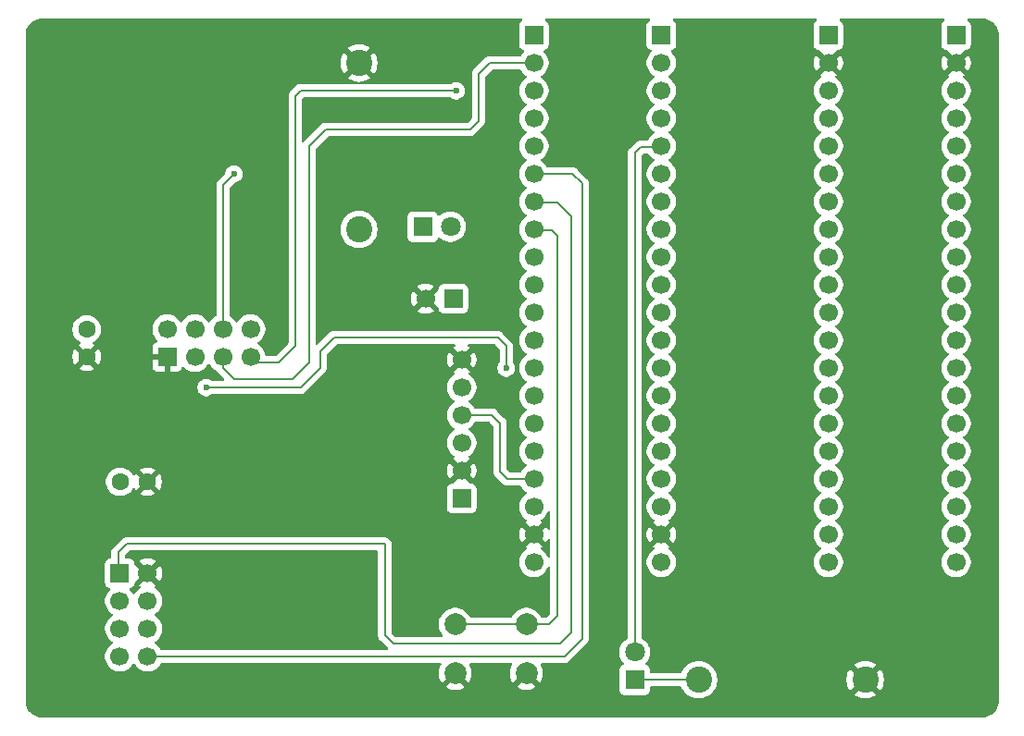
<source format=gbl>
%TF.GenerationSoftware,KiCad,Pcbnew,9.0.7*%
%TF.CreationDate,2026-01-24T19:15:04+01:00*%
%TF.ProjectId,carte_support_reveil,63617274-655f-4737-9570-706f72745f72,rev?*%
%TF.SameCoordinates,Original*%
%TF.FileFunction,Copper,L2,Bot*%
%TF.FilePolarity,Positive*%
%FSLAX46Y46*%
G04 Gerber Fmt 4.6, Leading zero omitted, Abs format (unit mm)*
G04 Created by KiCad (PCBNEW 9.0.7) date 2026-01-24 19:15:04*
%MOMM*%
%LPD*%
G01*
G04 APERTURE LIST*
%TA.AperFunction,ComponentPad*%
%ADD10C,1.600000*%
%TD*%
%TA.AperFunction,ComponentPad*%
%ADD11R,1.700000X1.700000*%
%TD*%
%TA.AperFunction,ComponentPad*%
%ADD12C,1.700000*%
%TD*%
%TA.AperFunction,ComponentPad*%
%ADD13C,0.800000*%
%TD*%
%TA.AperFunction,ComponentPad*%
%ADD14C,6.400000*%
%TD*%
%TA.AperFunction,ComponentPad*%
%ADD15C,2.400000*%
%TD*%
%TA.AperFunction,ComponentPad*%
%ADD16C,2.000000*%
%TD*%
%TA.AperFunction,ComponentPad*%
%ADD17R,1.800000X1.800000*%
%TD*%
%TA.AperFunction,ComponentPad*%
%ADD18C,1.800000*%
%TD*%
%TA.AperFunction,ViaPad*%
%ADD19C,0.600000*%
%TD*%
%TA.AperFunction,Conductor*%
%ADD20C,0.200000*%
%TD*%
G04 APERTURE END LIST*
D10*
%TO.P,C_NRF24,1*%
%TO.N,/+3V3*%
X100000000Y-100000000D03*
%TO.P,C_NRF24,2*%
%TO.N,/GND*%
X100000000Y-102500000D03*
%TD*%
D11*
%TO.P,NRF24,1,Pin_1*%
%TO.N,/GND*%
X107366000Y-102520000D03*
D12*
%TO.P,NRF24,2,Pin_2*%
%TO.N,/+3V3*%
X107366000Y-99980000D03*
%TO.P,NRF24,3,Pin_3*%
%TO.N,/B5*%
X109906000Y-102520000D03*
%TO.P,NRF24,4,Pin_4*%
%TO.N,/B6*%
X109906000Y-99980000D03*
%TO.P,NRF24,5,Pin_5*%
%TO.N,/B13*%
X112446000Y-102520000D03*
%TO.P,NRF24,6,Pin_6*%
%TO.N,/B15*%
X112446000Y-99980000D03*
%TO.P,NRF24,7,Pin_7*%
%TO.N,/B14*%
X114986000Y-102520000D03*
%TO.P,NRF24,8,Pin_8*%
%TO.N,/B7*%
X114986000Y-99980000D03*
%TD*%
D10*
%TO.P,C_ESP01,1*%
%TO.N,/GND*%
X105568000Y-113950000D03*
%TO.P,C_ESP01,2*%
%TO.N,/+3V3*%
X103068000Y-113950000D03*
%TD*%
D11*
%TO.P,test_pin1,1,Pin_1*%
%TO.N,/B12*%
X140894000Y-73056000D03*
D12*
%TO.P,test_pin1,2,Pin_2*%
%TO.N,/B13*%
X140894000Y-75596000D03*
%TO.P,test_pin1,3,Pin_3*%
%TO.N,/B14*%
X140894000Y-78136000D03*
%TO.P,test_pin1,4,Pin_4*%
%TO.N,/B15*%
X140894000Y-80676000D03*
%TO.P,test_pin1,5,Pin_5*%
%TO.N,/A8*%
X140894000Y-83216000D03*
%TO.P,test_pin1,6,Pin_6*%
%TO.N,/A9*%
X140894000Y-85756000D03*
%TO.P,test_pin1,7,Pin_7*%
%TO.N,/A10*%
X140894000Y-88296000D03*
%TO.P,test_pin1,8,Pin_8*%
%TO.N,/A11*%
X140894000Y-90836000D03*
%TO.P,test_pin1,9,Pin_9*%
%TO.N,/A12*%
X140894000Y-93376000D03*
%TO.P,test_pin1,10,Pin_10*%
%TO.N,/A15*%
X140894000Y-95916000D03*
%TO.P,test_pin1,11,Pin_11*%
%TO.N,/B3*%
X140894000Y-98456000D03*
%TO.P,test_pin1,12,Pin_12*%
%TO.N,/B4*%
X140894000Y-100996000D03*
%TO.P,test_pin1,13,Pin_13*%
%TO.N,/B5*%
X140894000Y-103536000D03*
%TO.P,test_pin1,14,Pin_14*%
%TO.N,/B6*%
X140894000Y-106076000D03*
%TO.P,test_pin1,15,Pin_15*%
%TO.N,/B7*%
X140894000Y-108616000D03*
%TO.P,test_pin1,16,Pin_16*%
%TO.N,/B8*%
X140894000Y-111156000D03*
%TO.P,test_pin1,17,Pin_17*%
%TO.N,/B9*%
X140894000Y-113696000D03*
%TO.P,test_pin1,18,Pin_18*%
%TO.N,/+5V*%
X140894000Y-116236000D03*
%TO.P,test_pin1,19,Pin_19*%
%TO.N,/GND*%
X140894000Y-118776000D03*
%TO.P,test_pin1,20,Pin_20*%
%TO.N,/+3V3*%
X140894000Y-121316000D03*
%TD*%
D13*
%TO.P,H2,1,1*%
%TO.N,/GND*%
X174562000Y-129444000D03*
X175264944Y-127746944D03*
X175264944Y-131141056D03*
X176962000Y-127044000D03*
D14*
X176962000Y-129444000D03*
D13*
X176962000Y-131844000D03*
X178659056Y-127746944D03*
X178659056Y-131141056D03*
X179362000Y-129444000D03*
%TD*%
D15*
%TO.P,R2,1*%
%TO.N,Net-(D2-K)*%
X155956000Y-132080000D03*
%TO.P,R2,2*%
%TO.N,/GND*%
X171196000Y-132080000D03*
%TD*%
D11*
%TO.P,INT1,1,Pin_1*%
%TO.N,/B4*%
X133528000Y-97186000D03*
D12*
%TO.P,INT1,2,Pin_2*%
%TO.N,/GND*%
X130988000Y-97186000D03*
%TD*%
D13*
%TO.P,H1,1,1*%
%TO.N,/GND*%
X96774000Y-77216000D03*
X97476944Y-75518944D03*
X97476944Y-78913056D03*
X99174000Y-74816000D03*
D14*
X99174000Y-77216000D03*
D13*
X99174000Y-79616000D03*
X100871056Y-75518944D03*
X100871056Y-78913056D03*
X101574000Y-77216000D03*
%TD*%
D15*
%TO.P,R1,1*%
%TO.N,Net-(D1-K)*%
X124892000Y-90836000D03*
%TO.P,R1,2*%
%TO.N,/GND*%
X124892000Y-75596000D03*
%TD*%
D11*
%TO.P,test_pin2,1,Pin_1*%
%TO.N,/+5V*%
X179502000Y-73056000D03*
D12*
%TO.P,test_pin2,2,Pin_2*%
%TO.N,/GND*%
X179502000Y-75596000D03*
%TO.P,test_pin2,3,Pin_3*%
%TO.N,/+3V3*%
X179502000Y-78136000D03*
%TO.P,test_pin2,4,Pin_4*%
%TO.N,/RST*%
X179502000Y-80676000D03*
%TO.P,test_pin2,5,Pin_5*%
%TO.N,/B11*%
X179502000Y-83216000D03*
%TO.P,test_pin2,6,Pin_6*%
%TO.N,/B10*%
X179502000Y-85756000D03*
%TO.P,test_pin2,7,Pin_7*%
%TO.N,/B1*%
X179502000Y-88296000D03*
%TO.P,test_pin2,8,Pin_8*%
%TO.N,/B0*%
X179502000Y-90836000D03*
%TO.P,test_pin2,9,Pin_9*%
%TO.N,/A7*%
X179502000Y-93376000D03*
%TO.P,test_pin2,10,Pin_10*%
%TO.N,/A6*%
X179502000Y-95916000D03*
%TO.P,test_pin2,11,Pin_11*%
%TO.N,/A5*%
X179502000Y-98456000D03*
%TO.P,test_pin2,12,Pin_12*%
%TO.N,/A4*%
X179502000Y-100996000D03*
%TO.P,test_pin2,13,Pin_13*%
%TO.N,/A3*%
X179502000Y-103536000D03*
%TO.P,test_pin2,14,Pin_14*%
%TO.N,/A2*%
X179502000Y-106076000D03*
%TO.P,test_pin2,15,Pin_15*%
%TO.N,/A1*%
X179502000Y-108616000D03*
%TO.P,test_pin2,16,Pin_16*%
%TO.N,/A0*%
X179502000Y-111156000D03*
%TO.P,test_pin2,17,Pin_17*%
%TO.N,/C15*%
X179502000Y-113696000D03*
%TO.P,test_pin2,18,Pin_18*%
%TO.N,/C14*%
X179502000Y-116236000D03*
%TO.P,test_pin2,19,Pin_19*%
%TO.N,/C13*%
X179502000Y-118776000D03*
%TO.P,test_pin2,20,Pin_20*%
%TO.N,/VB*%
X179502000Y-121316000D03*
%TD*%
D16*
%TO.P,SW1,1,1*%
%TO.N,/A11*%
X133708000Y-127000000D03*
X140208000Y-127000000D03*
%TO.P,SW1,2,2*%
%TO.N,/GND*%
X133708000Y-131500000D03*
X140208000Y-131500000D03*
%TD*%
D11*
%TO.P,blue_pill_pin2,1,Pin_1*%
%TO.N,/+5V*%
X167818000Y-73056000D03*
D12*
%TO.P,blue_pill_pin2,2,Pin_2*%
%TO.N,/GND*%
X167818000Y-75596000D03*
%TO.P,blue_pill_pin2,3,Pin_3*%
%TO.N,/+3V3*%
X167818000Y-78136000D03*
%TO.P,blue_pill_pin2,4,Pin_4*%
%TO.N,/RST*%
X167818000Y-80676000D03*
%TO.P,blue_pill_pin2,5,Pin_5*%
%TO.N,/B11*%
X167818000Y-83216000D03*
%TO.P,blue_pill_pin2,6,Pin_6*%
%TO.N,/B10*%
X167818000Y-85756000D03*
%TO.P,blue_pill_pin2,7,Pin_7*%
%TO.N,/B1*%
X167818000Y-88296000D03*
%TO.P,blue_pill_pin2,8,Pin_8*%
%TO.N,/B0*%
X167818000Y-90836000D03*
%TO.P,blue_pill_pin2,9,Pin_9*%
%TO.N,/A7*%
X167818000Y-93376000D03*
%TO.P,blue_pill_pin2,10,Pin_10*%
%TO.N,/A6*%
X167818000Y-95916000D03*
%TO.P,blue_pill_pin2,11,Pin_11*%
%TO.N,/A5*%
X167818000Y-98456000D03*
%TO.P,blue_pill_pin2,12,Pin_12*%
%TO.N,/A4*%
X167818000Y-100996000D03*
%TO.P,blue_pill_pin2,13,Pin_13*%
%TO.N,/A3*%
X167818000Y-103536000D03*
%TO.P,blue_pill_pin2,14,Pin_14*%
%TO.N,/A2*%
X167818000Y-106076000D03*
%TO.P,blue_pill_pin2,15,Pin_15*%
%TO.N,/A1*%
X167818000Y-108616000D03*
%TO.P,blue_pill_pin2,16,Pin_16*%
%TO.N,/A0*%
X167818000Y-111156000D03*
%TO.P,blue_pill_pin2,17,Pin_17*%
%TO.N,/C15*%
X167818000Y-113696000D03*
%TO.P,blue_pill_pin2,18,Pin_18*%
%TO.N,/C14*%
X167818000Y-116236000D03*
%TO.P,blue_pill_pin2,19,Pin_19*%
%TO.N,/C13*%
X167818000Y-118776000D03*
%TO.P,blue_pill_pin2,20,Pin_20*%
%TO.N,/VB*%
X167818000Y-121316000D03*
%TD*%
D17*
%TO.P,D1,1,K*%
%TO.N,Net-(D1-K)*%
X130734000Y-90582000D03*
D18*
%TO.P,D1,2,A*%
%TO.N,/B3*%
X133274000Y-90582000D03*
%TD*%
D11*
%TO.P,blue_pill_pin1,1,Pin_1*%
%TO.N,/B12*%
X152552600Y-73056000D03*
D12*
%TO.P,blue_pill_pin1,2,Pin_2*%
%TO.N,/B13*%
X152552600Y-75596000D03*
%TO.P,blue_pill_pin1,3,Pin_3*%
%TO.N,/B14*%
X152552600Y-78136000D03*
%TO.P,blue_pill_pin1,4,Pin_4*%
%TO.N,/B15*%
X152552600Y-80676000D03*
%TO.P,blue_pill_pin1,5,Pin_5*%
%TO.N,/A8*%
X152552600Y-83216000D03*
%TO.P,blue_pill_pin1,6,Pin_6*%
%TO.N,/A9*%
X152552600Y-85756000D03*
%TO.P,blue_pill_pin1,7,Pin_7*%
%TO.N,/A10*%
X152552600Y-88296000D03*
%TO.P,blue_pill_pin1,8,Pin_8*%
%TO.N,/A11*%
X152552600Y-90836000D03*
%TO.P,blue_pill_pin1,9,Pin_9*%
%TO.N,/A12*%
X152552600Y-93376000D03*
%TO.P,blue_pill_pin1,10,Pin_10*%
%TO.N,/A15*%
X152552600Y-95916000D03*
%TO.P,blue_pill_pin1,11,Pin_11*%
%TO.N,/B3*%
X152552600Y-98456000D03*
%TO.P,blue_pill_pin1,12,Pin_12*%
%TO.N,/B4*%
X152552600Y-100996000D03*
%TO.P,blue_pill_pin1,13,Pin_13*%
%TO.N,/B5*%
X152552600Y-103536000D03*
%TO.P,blue_pill_pin1,14,Pin_14*%
%TO.N,/B6*%
X152552600Y-106076000D03*
%TO.P,blue_pill_pin1,15,Pin_15*%
%TO.N,/B7*%
X152552600Y-108616000D03*
%TO.P,blue_pill_pin1,16,Pin_16*%
%TO.N,/B8*%
X152552600Y-111156000D03*
%TO.P,blue_pill_pin1,17,Pin_17*%
%TO.N,/B9*%
X152552600Y-113696000D03*
%TO.P,blue_pill_pin1,18,Pin_18*%
%TO.N,/+5V*%
X152552600Y-116236000D03*
%TO.P,blue_pill_pin1,19,Pin_19*%
%TO.N,/GND*%
X152552600Y-118776000D03*
%TO.P,blue_pill_pin1,20,Pin_20*%
%TO.N,/+3V3*%
X152552600Y-121316000D03*
%TD*%
D11*
%TO.P,BME280,1,Pin_1*%
%TO.N,/+3V3*%
X134290000Y-115474000D03*
D12*
%TO.P,BME280,2,Pin_2*%
%TO.N,/GND*%
X134290000Y-112934000D03*
%TO.P,BME280,3,Pin_3*%
%TO.N,/B8*%
X134290000Y-110394000D03*
%TO.P,BME280,4,Pin_4*%
%TO.N,/B9*%
X134290000Y-107854000D03*
%TO.P,BME280,5,Pin_5*%
%TO.N,unconnected-(BME280-Pin_5-Pad5)*%
X134290000Y-105314000D03*
%TO.P,BME280,6,Pin_6*%
%TO.N,/GND*%
X134290000Y-102774000D03*
%TD*%
D17*
%TO.P,D2,1,K*%
%TO.N,Net-(D2-K)*%
X150114000Y-132080000D03*
D18*
%TO.P,D2,2,A*%
%TO.N,/A8*%
X150114000Y-129540000D03*
%TD*%
D11*
%TO.P,ESP01,1,Pin_1*%
%TO.N,/A10*%
X103028000Y-122332000D03*
D12*
%TO.P,ESP01,2,Pin_2*%
%TO.N,/GND*%
X105568000Y-122332000D03*
%TO.P,ESP01,3,Pin_3*%
%TO.N,/+3V3*%
X103028000Y-124872000D03*
%TO.P,ESP01,4,Pin_4*%
%TO.N,unconnected-(ESP01-Pin_4-Pad4)*%
X105568000Y-124872000D03*
%TO.P,ESP01,5,Pin_5*%
%TO.N,unconnected-(ESP01-Pin_5-Pad5)*%
X103028000Y-127412000D03*
%TO.P,ESP01,6,Pin_6*%
%TO.N,unconnected-(ESP01-Pin_6-Pad6)*%
X105568000Y-127412000D03*
%TO.P,ESP01,7,Pin_7*%
%TO.N,/+3V3*%
X103028000Y-129952000D03*
%TO.P,ESP01,8,Pin_8*%
%TO.N,/A9*%
X105568000Y-129952000D03*
%TD*%
D19*
%TO.N,/B15*%
X113462000Y-85756000D03*
%TO.N,/B14*%
X133782000Y-78136000D03*
%TO.N,/B5*%
X110922000Y-105314000D03*
X138354000Y-103536000D03*
%TD*%
D20*
%TO.N,/A11*%
X143002000Y-91440000D02*
X142494000Y-90932000D01*
X143002000Y-126238000D02*
X143002000Y-91440000D01*
X142240000Y-127000000D02*
X143002000Y-126238000D01*
X140990000Y-90932000D02*
X140894000Y-90836000D01*
X140208000Y-127000000D02*
X142240000Y-127000000D01*
X133708000Y-127000000D02*
X140208000Y-127000000D01*
X142494000Y-90932000D02*
X140990000Y-90932000D01*
%TO.N,/B15*%
X112446000Y-99980000D02*
X112446000Y-86772000D01*
X112446000Y-86772000D02*
X113462000Y-85756000D01*
%TO.N,/A9*%
X105568000Y-129952000D02*
X143688000Y-129952000D01*
X145288000Y-128352000D02*
X145288000Y-86614000D01*
X143688000Y-129952000D02*
X145288000Y-128352000D01*
X144430000Y-85756000D02*
X140894000Y-85756000D01*
X145288000Y-86614000D02*
X144430000Y-85756000D01*
%TO.N,/B14*%
X119050000Y-78644000D02*
X119558000Y-78136000D01*
X119050000Y-81438000D02*
X119050000Y-78644000D01*
X115494000Y-103028000D02*
X117526000Y-103028000D01*
X119050000Y-101504000D02*
X119050000Y-81438000D01*
X117526000Y-103028000D02*
X119050000Y-101504000D01*
X114986000Y-102520000D02*
X115494000Y-103028000D01*
X119558000Y-78136000D02*
X133782000Y-78136000D01*
%TO.N,/B9*%
X137064000Y-107854000D02*
X137795000Y-108585000D01*
X137795000Y-108585000D02*
X137795000Y-113030000D01*
X138461000Y-113696000D02*
X140894000Y-113696000D01*
X134290000Y-107854000D02*
X137064000Y-107854000D01*
X137795000Y-113030000D02*
X138461000Y-113696000D01*
%TO.N,/A8*%
X152456600Y-83312000D02*
X152552600Y-83216000D01*
X150114000Y-83820000D02*
X150622000Y-83312000D01*
X150114000Y-129540000D02*
X150114000Y-83820000D01*
X150622000Y-83312000D02*
X152456600Y-83312000D01*
%TO.N,/B5*%
X138354000Y-101504000D02*
X138354000Y-103028000D01*
X121336000Y-102012000D02*
X122606000Y-100742000D01*
X110922000Y-105314000D02*
X119558000Y-105314000D01*
X122606000Y-100742000D02*
X137592000Y-100742000D01*
X121336000Y-103536000D02*
X121336000Y-102012000D01*
X137592000Y-100742000D02*
X138354000Y-101504000D01*
X138354000Y-103028000D02*
X138354000Y-103536000D01*
X119558000Y-105314000D02*
X121336000Y-103536000D01*
%TO.N,/A10*%
X127254000Y-128016000D02*
X128016000Y-128778000D01*
X102870000Y-122174000D02*
X102870000Y-120396000D01*
X128016000Y-128778000D02*
X143256000Y-128778000D01*
X144272000Y-127762000D02*
X144272000Y-89662000D01*
X103632000Y-119634000D02*
X127254000Y-119634000D01*
X140990000Y-88392000D02*
X140894000Y-88296000D01*
X144272000Y-89662000D02*
X143002000Y-88392000D01*
X143002000Y-88392000D02*
X140990000Y-88392000D01*
X102870000Y-120396000D02*
X103632000Y-119634000D01*
X127254000Y-119634000D02*
X127254000Y-128016000D01*
X143256000Y-128778000D02*
X144272000Y-127762000D01*
X103028000Y-122332000D02*
X102870000Y-122174000D01*
%TO.N,/B13*%
X113462000Y-104552000D02*
X118796000Y-104552000D01*
X112446000Y-102520000D02*
X112446000Y-103536000D01*
X120320000Y-83216000D02*
X121844000Y-81692000D01*
X136830000Y-75596000D02*
X140894000Y-75596000D01*
X135052000Y-81692000D02*
X135814000Y-80930000D01*
X112446000Y-103536000D02*
X113462000Y-104552000D01*
X135814000Y-80930000D02*
X135814000Y-76612000D01*
X120320000Y-103028000D02*
X120320000Y-83216000D01*
X118796000Y-104552000D02*
X120320000Y-103028000D01*
X135814000Y-76612000D02*
X136830000Y-75596000D01*
X121844000Y-81692000D02*
X135052000Y-81692000D01*
%TO.N,Net-(D2-K)*%
X150114000Y-132080000D02*
X155956000Y-132080000D01*
%TD*%
%TA.AperFunction,Conductor*%
%TO.N,/GND*%
G36*
X139818730Y-71544185D02*
G01*
X139864485Y-71596989D01*
X139874429Y-71666147D01*
X139845404Y-71729703D01*
X139808151Y-71755567D01*
X139809454Y-71757953D01*
X139801664Y-71762206D01*
X139686455Y-71848452D01*
X139686452Y-71848455D01*
X139600206Y-71963664D01*
X139600202Y-71963671D01*
X139549908Y-72098517D01*
X139543501Y-72158116D01*
X139543501Y-72158123D01*
X139543500Y-72158135D01*
X139543500Y-73953870D01*
X139543501Y-73953876D01*
X139549908Y-74013483D01*
X139600202Y-74148328D01*
X139600206Y-74148335D01*
X139686452Y-74263544D01*
X139686455Y-74263547D01*
X139801664Y-74349793D01*
X139801671Y-74349797D01*
X139933082Y-74398810D01*
X139989016Y-74440681D01*
X140013433Y-74506145D01*
X139998582Y-74574418D01*
X139977431Y-74602673D01*
X139863889Y-74716215D01*
X139738948Y-74888184D01*
X139738947Y-74888185D01*
X139718765Y-74927795D01*
X139670791Y-74978591D01*
X139608281Y-74995500D01*
X136916669Y-74995500D01*
X136916653Y-74995499D01*
X136909057Y-74995499D01*
X136750943Y-74995499D01*
X136643587Y-75024265D01*
X136598210Y-75036424D01*
X136598209Y-75036425D01*
X136548096Y-75065359D01*
X136548095Y-75065360D01*
X136504689Y-75090420D01*
X136461285Y-75115479D01*
X136461282Y-75115481D01*
X135333481Y-76243282D01*
X135333480Y-76243284D01*
X135298532Y-76303816D01*
X135254423Y-76380215D01*
X135213499Y-76532943D01*
X135213499Y-76532945D01*
X135213499Y-76701046D01*
X135213500Y-76701059D01*
X135213500Y-80629902D01*
X135193815Y-80696941D01*
X135177181Y-80717583D01*
X134839584Y-81055181D01*
X134778261Y-81088666D01*
X134751903Y-81091500D01*
X121764940Y-81091500D01*
X121724019Y-81102464D01*
X121724019Y-81102465D01*
X121686751Y-81112451D01*
X121612214Y-81132423D01*
X121612209Y-81132426D01*
X121475290Y-81211475D01*
X121475282Y-81211481D01*
X119862181Y-82824583D01*
X119800858Y-82858068D01*
X119731166Y-82853084D01*
X119675233Y-82811212D01*
X119650816Y-82745748D01*
X119650500Y-82736902D01*
X119650500Y-78944097D01*
X119659144Y-78914656D01*
X119665668Y-78884670D01*
X119669422Y-78879654D01*
X119670185Y-78877058D01*
X119686819Y-78856416D01*
X119770416Y-78772819D01*
X119831739Y-78739334D01*
X119858097Y-78736500D01*
X133202234Y-78736500D01*
X133269273Y-78756185D01*
X133271125Y-78757398D01*
X133402814Y-78845390D01*
X133402827Y-78845397D01*
X133497642Y-78884670D01*
X133548503Y-78905737D01*
X133703153Y-78936499D01*
X133703156Y-78936500D01*
X133703158Y-78936500D01*
X133860844Y-78936500D01*
X133860845Y-78936499D01*
X134015497Y-78905737D01*
X134161179Y-78845394D01*
X134292289Y-78757789D01*
X134403789Y-78646289D01*
X134491394Y-78515179D01*
X134551737Y-78369497D01*
X134582500Y-78214842D01*
X134582500Y-78057158D01*
X134582500Y-78057155D01*
X134582499Y-78057153D01*
X134551738Y-77902510D01*
X134551737Y-77902503D01*
X134495728Y-77767284D01*
X134491397Y-77756827D01*
X134491390Y-77756814D01*
X134403789Y-77625711D01*
X134403786Y-77625707D01*
X134292292Y-77514213D01*
X134292288Y-77514210D01*
X134161185Y-77426609D01*
X134161172Y-77426602D01*
X134015501Y-77366264D01*
X134015489Y-77366261D01*
X133860845Y-77335500D01*
X133860842Y-77335500D01*
X133703158Y-77335500D01*
X133703155Y-77335500D01*
X133548510Y-77366261D01*
X133548498Y-77366264D01*
X133402827Y-77426602D01*
X133402814Y-77426609D01*
X133271125Y-77514602D01*
X133204447Y-77535480D01*
X133202234Y-77535500D01*
X125076115Y-77535500D01*
X125009076Y-77515815D01*
X124963321Y-77463011D01*
X124953377Y-77393853D01*
X124982402Y-77330297D01*
X125041180Y-77292523D01*
X125059930Y-77288561D01*
X125224354Y-77266914D01*
X125224367Y-77266911D01*
X125439618Y-77209236D01*
X125645502Y-77123954D01*
X125645514Y-77123949D01*
X125838498Y-77012530D01*
X125904403Y-76961957D01*
X125904404Y-76961956D01*
X125103059Y-76160612D01*
X125123591Y-76155111D01*
X125260408Y-76076119D01*
X125372119Y-75964408D01*
X125451111Y-75827591D01*
X125456612Y-75807059D01*
X126257956Y-76608404D01*
X126257957Y-76608403D01*
X126308530Y-76542498D01*
X126419949Y-76349514D01*
X126419954Y-76349502D01*
X126505236Y-76143618D01*
X126562911Y-75928367D01*
X126562914Y-75928354D01*
X126592000Y-75707424D01*
X126592000Y-75484575D01*
X126562914Y-75263645D01*
X126562911Y-75263632D01*
X126505236Y-75048381D01*
X126419954Y-74842497D01*
X126419949Y-74842485D01*
X126308533Y-74649507D01*
X126257956Y-74583595D01*
X126257955Y-74583595D01*
X125456612Y-75384939D01*
X125451111Y-75364409D01*
X125372119Y-75227592D01*
X125260408Y-75115881D01*
X125123591Y-75036889D01*
X125103058Y-75031387D01*
X125904403Y-74230043D01*
X125904403Y-74230040D01*
X125838504Y-74179473D01*
X125838491Y-74179464D01*
X125645520Y-74068054D01*
X125645502Y-74068045D01*
X125439618Y-73982763D01*
X125224367Y-73925088D01*
X125224354Y-73925085D01*
X125003425Y-73896000D01*
X124780575Y-73896000D01*
X124559645Y-73925085D01*
X124559632Y-73925088D01*
X124344381Y-73982763D01*
X124138497Y-74068045D01*
X124138479Y-74068054D01*
X123945511Y-74179462D01*
X123879595Y-74230042D01*
X124680941Y-75031387D01*
X124660409Y-75036889D01*
X124523592Y-75115881D01*
X124411881Y-75227592D01*
X124332889Y-75364409D01*
X124327387Y-75384940D01*
X123526042Y-74583595D01*
X123475462Y-74649511D01*
X123364054Y-74842479D01*
X123364045Y-74842497D01*
X123278763Y-75048381D01*
X123221088Y-75263632D01*
X123221085Y-75263645D01*
X123192000Y-75484575D01*
X123192000Y-75707424D01*
X123221085Y-75928354D01*
X123221088Y-75928367D01*
X123278763Y-76143618D01*
X123364045Y-76349502D01*
X123364054Y-76349520D01*
X123475464Y-76542491D01*
X123475473Y-76542504D01*
X123526040Y-76608403D01*
X123526043Y-76608403D01*
X124327387Y-75807059D01*
X124332889Y-75827591D01*
X124411881Y-75964408D01*
X124523592Y-76076119D01*
X124660409Y-76155111D01*
X124680940Y-76160612D01*
X123879595Y-76961955D01*
X123879595Y-76961956D01*
X123945507Y-77012533D01*
X124138485Y-77123949D01*
X124138497Y-77123954D01*
X124344381Y-77209236D01*
X124559632Y-77266911D01*
X124559645Y-77266914D01*
X124724070Y-77288561D01*
X124787967Y-77316827D01*
X124826438Y-77375152D01*
X124827269Y-77445016D01*
X124790197Y-77504240D01*
X124726991Y-77534019D01*
X124707885Y-77535500D01*
X119478940Y-77535500D01*
X119438019Y-77546464D01*
X119438019Y-77546465D01*
X119400751Y-77556451D01*
X119326214Y-77576423D01*
X119326209Y-77576426D01*
X119189290Y-77655475D01*
X119189282Y-77655481D01*
X118569481Y-78275282D01*
X118569479Y-78275285D01*
X118519361Y-78362094D01*
X118519359Y-78362096D01*
X118490425Y-78412209D01*
X118490424Y-78412210D01*
X118490423Y-78412215D01*
X118449499Y-78564943D01*
X118449499Y-78564945D01*
X118449499Y-78733046D01*
X118449500Y-78733059D01*
X118449500Y-101203903D01*
X118429815Y-101270942D01*
X118413181Y-101291584D01*
X117313584Y-102391181D01*
X117252261Y-102424666D01*
X117225903Y-102427500D01*
X116444589Y-102427500D01*
X116377550Y-102407815D01*
X116331795Y-102355011D01*
X116322116Y-102322898D01*
X116314371Y-102274000D01*
X116303246Y-102203757D01*
X116237557Y-102001588D01*
X116141051Y-101812184D01*
X116141049Y-101812181D01*
X116141048Y-101812179D01*
X116016109Y-101640213D01*
X115865786Y-101489890D01*
X115693820Y-101364951D01*
X115685604Y-101360765D01*
X115685054Y-101360485D01*
X115634259Y-101312512D01*
X115617463Y-101244692D01*
X115639999Y-101178556D01*
X115685054Y-101139515D01*
X115693816Y-101135051D01*
X115738912Y-101102287D01*
X115865786Y-101010109D01*
X115865788Y-101010106D01*
X115865792Y-101010104D01*
X116016104Y-100859792D01*
X116016106Y-100859788D01*
X116016109Y-100859786D01*
X116141048Y-100687820D01*
X116141047Y-100687820D01*
X116141051Y-100687816D01*
X116237557Y-100498412D01*
X116303246Y-100296243D01*
X116336500Y-100086287D01*
X116336500Y-99873713D01*
X116303246Y-99663757D01*
X116237557Y-99461588D01*
X116141051Y-99272184D01*
X116141049Y-99272181D01*
X116141048Y-99272179D01*
X116016109Y-99100213D01*
X115865786Y-98949890D01*
X115693820Y-98824951D01*
X115504414Y-98728444D01*
X115504413Y-98728443D01*
X115504412Y-98728443D01*
X115302243Y-98662754D01*
X115302241Y-98662753D01*
X115302240Y-98662753D01*
X115140957Y-98637208D01*
X115092287Y-98629500D01*
X114879713Y-98629500D01*
X114831042Y-98637208D01*
X114669760Y-98662753D01*
X114467585Y-98728444D01*
X114278179Y-98824951D01*
X114106213Y-98949890D01*
X113955890Y-99100213D01*
X113830949Y-99272182D01*
X113826484Y-99280946D01*
X113778509Y-99331742D01*
X113710688Y-99348536D01*
X113644553Y-99325998D01*
X113605516Y-99280946D01*
X113601050Y-99272182D01*
X113476109Y-99100213D01*
X113325786Y-98949890D01*
X113153815Y-98824948D01*
X113153814Y-98824947D01*
X113114205Y-98804765D01*
X113063409Y-98756791D01*
X113046500Y-98694281D01*
X113046500Y-87072097D01*
X113066185Y-87005058D01*
X113082819Y-86984416D01*
X113240819Y-86826416D01*
X113476662Y-86590572D01*
X113537983Y-86557089D01*
X113540150Y-86556638D01*
X113598085Y-86545113D01*
X113695497Y-86525737D01*
X113841179Y-86465394D01*
X113972289Y-86377789D01*
X114083789Y-86266289D01*
X114171394Y-86135179D01*
X114231737Y-85989497D01*
X114262500Y-85834842D01*
X114262500Y-85677158D01*
X114262500Y-85677155D01*
X114262499Y-85677153D01*
X114231738Y-85522510D01*
X114231738Y-85522508D01*
X114231737Y-85522503D01*
X114175728Y-85387284D01*
X114171397Y-85376827D01*
X114171390Y-85376814D01*
X114083789Y-85245711D01*
X114083786Y-85245707D01*
X113972292Y-85134213D01*
X113972288Y-85134210D01*
X113841185Y-85046609D01*
X113841172Y-85046602D01*
X113695501Y-84986264D01*
X113695489Y-84986261D01*
X113540845Y-84955500D01*
X113540842Y-84955500D01*
X113383158Y-84955500D01*
X113383155Y-84955500D01*
X113228510Y-84986261D01*
X113228498Y-84986264D01*
X113082827Y-85046602D01*
X113082814Y-85046609D01*
X112951711Y-85134210D01*
X112951707Y-85134213D01*
X112840213Y-85245707D01*
X112840210Y-85245711D01*
X112752609Y-85376814D01*
X112752602Y-85376827D01*
X112692264Y-85522498D01*
X112692261Y-85522508D01*
X112661361Y-85677850D01*
X112628976Y-85739761D01*
X112627425Y-85741339D01*
X111965481Y-86403282D01*
X111965480Y-86403284D01*
X111930532Y-86463816D01*
X111895745Y-86524068D01*
X111889469Y-86534940D01*
X111886423Y-86540215D01*
X111845499Y-86692943D01*
X111845499Y-86692945D01*
X111845499Y-86861046D01*
X111845500Y-86861059D01*
X111845500Y-98694281D01*
X111825815Y-98761320D01*
X111777795Y-98804765D01*
X111738185Y-98824947D01*
X111738184Y-98824948D01*
X111566213Y-98949890D01*
X111415890Y-99100213D01*
X111290949Y-99272182D01*
X111286484Y-99280946D01*
X111238509Y-99331742D01*
X111170688Y-99348536D01*
X111104553Y-99325998D01*
X111065516Y-99280946D01*
X111061050Y-99272182D01*
X110936109Y-99100213D01*
X110785786Y-98949890D01*
X110613820Y-98824951D01*
X110424414Y-98728444D01*
X110424413Y-98728443D01*
X110424412Y-98728443D01*
X110222243Y-98662754D01*
X110222241Y-98662753D01*
X110222240Y-98662753D01*
X110060957Y-98637208D01*
X110012287Y-98629500D01*
X109799713Y-98629500D01*
X109751042Y-98637208D01*
X109589760Y-98662753D01*
X109387585Y-98728444D01*
X109198179Y-98824951D01*
X109026213Y-98949890D01*
X108875890Y-99100213D01*
X108750949Y-99272182D01*
X108746484Y-99280946D01*
X108698509Y-99331742D01*
X108630688Y-99348536D01*
X108564553Y-99325998D01*
X108525516Y-99280946D01*
X108521050Y-99272182D01*
X108396109Y-99100213D01*
X108245786Y-98949890D01*
X108073820Y-98824951D01*
X107884414Y-98728444D01*
X107884413Y-98728443D01*
X107884412Y-98728443D01*
X107682243Y-98662754D01*
X107682241Y-98662753D01*
X107682240Y-98662753D01*
X107520957Y-98637208D01*
X107472287Y-98629500D01*
X107259713Y-98629500D01*
X107211042Y-98637208D01*
X107049760Y-98662753D01*
X106847585Y-98728444D01*
X106658179Y-98824951D01*
X106486213Y-98949890D01*
X106335890Y-99100213D01*
X106210951Y-99272179D01*
X106114444Y-99461585D01*
X106048753Y-99663760D01*
X106021396Y-99836486D01*
X106015500Y-99873713D01*
X106015500Y-100086287D01*
X106020239Y-100116208D01*
X106047477Y-100288184D01*
X106048754Y-100296243D01*
X106073786Y-100373284D01*
X106114444Y-100498414D01*
X106210951Y-100687820D01*
X106335890Y-100859786D01*
X106449818Y-100973714D01*
X106483303Y-101035037D01*
X106478319Y-101104729D01*
X106436447Y-101160662D01*
X106405471Y-101177577D01*
X106273912Y-101226646D01*
X106273906Y-101226649D01*
X106158812Y-101312809D01*
X106158809Y-101312812D01*
X106072649Y-101427906D01*
X106072645Y-101427913D01*
X106022403Y-101562620D01*
X106022401Y-101562627D01*
X106016000Y-101622155D01*
X106016000Y-102270000D01*
X106932988Y-102270000D01*
X106900075Y-102327007D01*
X106866000Y-102454174D01*
X106866000Y-102585826D01*
X106900075Y-102712993D01*
X106932988Y-102770000D01*
X106016000Y-102770000D01*
X106016000Y-103417844D01*
X106022401Y-103477372D01*
X106022403Y-103477379D01*
X106072645Y-103612086D01*
X106072649Y-103612093D01*
X106158809Y-103727187D01*
X106158812Y-103727190D01*
X106273906Y-103813350D01*
X106273913Y-103813354D01*
X106408620Y-103863596D01*
X106408627Y-103863598D01*
X106468155Y-103869999D01*
X106468172Y-103870000D01*
X107116000Y-103870000D01*
X107116000Y-102953012D01*
X107173007Y-102985925D01*
X107300174Y-103020000D01*
X107431826Y-103020000D01*
X107558993Y-102985925D01*
X107616000Y-102953012D01*
X107616000Y-103870000D01*
X108263828Y-103870000D01*
X108263844Y-103869999D01*
X108323372Y-103863598D01*
X108323379Y-103863596D01*
X108458086Y-103813354D01*
X108458093Y-103813350D01*
X108573187Y-103727190D01*
X108573190Y-103727187D01*
X108659350Y-103612093D01*
X108659354Y-103612086D01*
X108708422Y-103480529D01*
X108750293Y-103424595D01*
X108815757Y-103400178D01*
X108884030Y-103415030D01*
X108912285Y-103436181D01*
X109026213Y-103550109D01*
X109198179Y-103675048D01*
X109198181Y-103675049D01*
X109198184Y-103675051D01*
X109387588Y-103771557D01*
X109589757Y-103837246D01*
X109799713Y-103870500D01*
X109799714Y-103870500D01*
X110012286Y-103870500D01*
X110012287Y-103870500D01*
X110222243Y-103837246D01*
X110424412Y-103771557D01*
X110613816Y-103675051D01*
X110635789Y-103659086D01*
X110785786Y-103550109D01*
X110785788Y-103550106D01*
X110785792Y-103550104D01*
X110936104Y-103399792D01*
X110936106Y-103399788D01*
X110936109Y-103399786D01*
X111061048Y-103227820D01*
X111061047Y-103227820D01*
X111061051Y-103227816D01*
X111065514Y-103219054D01*
X111113488Y-103168259D01*
X111181308Y-103151463D01*
X111247444Y-103173999D01*
X111286484Y-103219054D01*
X111289984Y-103225922D01*
X111290951Y-103227820D01*
X111415890Y-103399786D01*
X111566213Y-103550109D01*
X111738182Y-103675050D01*
X111738184Y-103675051D01*
X111826411Y-103720005D01*
X111839624Y-103726737D01*
X111890421Y-103774711D01*
X111890717Y-103775222D01*
X111965477Y-103904712D01*
X111965481Y-103904717D01*
X112084349Y-104023585D01*
X112084355Y-104023590D01*
X112562584Y-104501819D01*
X112596069Y-104563142D01*
X112591085Y-104632834D01*
X112549213Y-104688767D01*
X112483749Y-104713184D01*
X112474903Y-104713500D01*
X111501766Y-104713500D01*
X111434727Y-104693815D01*
X111432875Y-104692602D01*
X111301185Y-104604609D01*
X111301172Y-104604602D01*
X111155501Y-104544264D01*
X111155489Y-104544261D01*
X111000845Y-104513500D01*
X111000842Y-104513500D01*
X110843158Y-104513500D01*
X110843155Y-104513500D01*
X110688510Y-104544261D01*
X110688498Y-104544264D01*
X110542827Y-104604602D01*
X110542814Y-104604609D01*
X110411711Y-104692210D01*
X110411707Y-104692213D01*
X110300213Y-104803707D01*
X110300210Y-104803711D01*
X110212609Y-104934814D01*
X110212602Y-104934827D01*
X110152264Y-105080498D01*
X110152261Y-105080510D01*
X110121500Y-105235153D01*
X110121500Y-105392846D01*
X110152261Y-105547489D01*
X110152264Y-105547501D01*
X110212602Y-105693172D01*
X110212609Y-105693185D01*
X110300210Y-105824288D01*
X110300213Y-105824292D01*
X110411707Y-105935786D01*
X110411711Y-105935789D01*
X110542814Y-106023390D01*
X110542827Y-106023397D01*
X110688498Y-106083735D01*
X110688503Y-106083737D01*
X110843153Y-106114499D01*
X110843156Y-106114500D01*
X110843158Y-106114500D01*
X111000844Y-106114500D01*
X111000845Y-106114499D01*
X111155497Y-106083737D01*
X111301179Y-106023394D01*
X111303541Y-106021816D01*
X111432875Y-105935398D01*
X111499553Y-105914520D01*
X111501766Y-105914500D01*
X119471331Y-105914500D01*
X119471347Y-105914501D01*
X119478943Y-105914501D01*
X119637054Y-105914501D01*
X119637057Y-105914501D01*
X119789785Y-105873577D01*
X119839904Y-105844639D01*
X119926716Y-105794520D01*
X120038520Y-105682716D01*
X120038520Y-105682714D01*
X120048728Y-105672507D01*
X120048729Y-105672504D01*
X121816520Y-103904716D01*
X121895577Y-103767784D01*
X121936501Y-103615057D01*
X121936501Y-103456942D01*
X121936501Y-103449347D01*
X121936500Y-103449329D01*
X121936500Y-102312097D01*
X121956185Y-102245058D01*
X121972819Y-102224416D01*
X122818416Y-101378819D01*
X122879739Y-101345334D01*
X122906097Y-101342500D01*
X133609350Y-101342500D01*
X133676389Y-101362185D01*
X133722144Y-101414989D01*
X133732088Y-101484147D01*
X133703063Y-101547703D01*
X133665645Y-101576984D01*
X133582448Y-101619375D01*
X133582440Y-101619380D01*
X133528282Y-101658727D01*
X133528282Y-101658728D01*
X134160591Y-102291037D01*
X134097007Y-102308075D01*
X133982993Y-102373901D01*
X133889901Y-102466993D01*
X133824075Y-102581007D01*
X133807037Y-102644591D01*
X133174728Y-102012282D01*
X133174727Y-102012282D01*
X133135380Y-102066439D01*
X133038904Y-102255782D01*
X132973242Y-102457869D01*
X132973242Y-102457872D01*
X132940000Y-102667753D01*
X132940000Y-102880246D01*
X132973242Y-103090127D01*
X132973242Y-103090130D01*
X133038904Y-103292217D01*
X133135375Y-103481550D01*
X133174728Y-103535716D01*
X133807037Y-102903408D01*
X133824075Y-102966993D01*
X133889901Y-103081007D01*
X133982993Y-103174099D01*
X134097007Y-103239925D01*
X134160590Y-103256962D01*
X133528282Y-103889269D01*
X133528282Y-103889270D01*
X133582452Y-103928626D01*
X133582451Y-103928626D01*
X133591495Y-103933234D01*
X133642292Y-103981208D01*
X133659087Y-104049029D01*
X133636550Y-104115164D01*
X133591499Y-104154202D01*
X133582182Y-104158949D01*
X133410213Y-104283890D01*
X133259890Y-104434213D01*
X133134951Y-104606179D01*
X133038444Y-104795585D01*
X132972753Y-104997760D01*
X132965130Y-105045890D01*
X132939500Y-105207713D01*
X132939500Y-105420287D01*
X132972754Y-105630243D01*
X133035803Y-105824288D01*
X133038444Y-105832414D01*
X133134951Y-106021820D01*
X133259890Y-106193786D01*
X133410213Y-106344109D01*
X133582182Y-106469050D01*
X133590946Y-106473516D01*
X133641742Y-106521491D01*
X133658536Y-106589312D01*
X133635998Y-106655447D01*
X133590946Y-106694484D01*
X133582182Y-106698949D01*
X133410213Y-106823890D01*
X133259890Y-106974213D01*
X133134951Y-107146179D01*
X133038444Y-107335585D01*
X132972753Y-107537760D01*
X132939500Y-107747713D01*
X132939500Y-107960286D01*
X132961650Y-108100139D01*
X132972754Y-108170243D01*
X133032205Y-108353215D01*
X133038444Y-108372414D01*
X133134951Y-108561820D01*
X133259890Y-108733786D01*
X133410213Y-108884109D01*
X133582182Y-109009050D01*
X133590946Y-109013516D01*
X133641742Y-109061491D01*
X133658536Y-109129312D01*
X133635998Y-109195447D01*
X133590946Y-109234484D01*
X133582182Y-109238949D01*
X133410213Y-109363890D01*
X133259890Y-109514213D01*
X133134951Y-109686179D01*
X133038444Y-109875585D01*
X132972753Y-110077760D01*
X132939500Y-110287713D01*
X132939500Y-110500286D01*
X132972753Y-110710239D01*
X133038444Y-110912414D01*
X133134951Y-111101820D01*
X133259890Y-111273786D01*
X133410213Y-111424109D01*
X133582179Y-111549048D01*
X133582181Y-111549049D01*
X133582184Y-111549051D01*
X133591493Y-111553794D01*
X133642290Y-111601766D01*
X133659087Y-111669587D01*
X133636552Y-111735722D01*
X133591505Y-111774760D01*
X133582446Y-111779376D01*
X133582440Y-111779380D01*
X133528282Y-111818727D01*
X133528282Y-111818728D01*
X134160591Y-112451037D01*
X134097007Y-112468075D01*
X133982993Y-112533901D01*
X133889901Y-112626993D01*
X133824075Y-112741007D01*
X133807037Y-112804591D01*
X133174728Y-112172282D01*
X133174727Y-112172282D01*
X133135380Y-112226439D01*
X133038904Y-112415782D01*
X132973242Y-112617869D01*
X132973242Y-112617872D01*
X132940000Y-112827753D01*
X132940000Y-113040246D01*
X132973242Y-113250127D01*
X132973242Y-113250130D01*
X133038904Y-113452217D01*
X133135375Y-113641550D01*
X133174728Y-113695716D01*
X133807037Y-113063408D01*
X133824075Y-113126993D01*
X133889901Y-113241007D01*
X133982993Y-113334099D01*
X134097007Y-113399925D01*
X134160590Y-113416962D01*
X133490370Y-114087181D01*
X133429047Y-114120666D01*
X133402698Y-114123500D01*
X133392134Y-114123500D01*
X133392123Y-114123501D01*
X133332516Y-114129908D01*
X133197671Y-114180202D01*
X133197664Y-114180206D01*
X133082455Y-114266452D01*
X133082452Y-114266455D01*
X132996206Y-114381664D01*
X132996202Y-114381671D01*
X132945908Y-114516517D01*
X132939536Y-114575792D01*
X132939501Y-114576123D01*
X132939500Y-114576135D01*
X132939500Y-116371870D01*
X132939501Y-116371876D01*
X132945908Y-116431483D01*
X132996202Y-116566328D01*
X132996206Y-116566335D01*
X133082452Y-116681544D01*
X133082455Y-116681547D01*
X133197664Y-116767793D01*
X133197671Y-116767797D01*
X133332517Y-116818091D01*
X133332516Y-116818091D01*
X133339444Y-116818835D01*
X133392127Y-116824500D01*
X135187872Y-116824499D01*
X135247483Y-116818091D01*
X135382331Y-116767796D01*
X135497546Y-116681546D01*
X135583796Y-116566331D01*
X135634091Y-116431483D01*
X135640500Y-116371873D01*
X135640499Y-114576128D01*
X135634091Y-114516517D01*
X135634089Y-114516512D01*
X135583797Y-114381671D01*
X135583793Y-114381664D01*
X135497547Y-114266455D01*
X135497544Y-114266452D01*
X135382335Y-114180206D01*
X135382328Y-114180202D01*
X135247482Y-114129908D01*
X135247483Y-114129908D01*
X135187883Y-114123501D01*
X135187881Y-114123500D01*
X135187873Y-114123500D01*
X135187865Y-114123500D01*
X135177309Y-114123500D01*
X135110270Y-114103815D01*
X135089628Y-114087181D01*
X134419408Y-113416962D01*
X134482993Y-113399925D01*
X134597007Y-113334099D01*
X134690099Y-113241007D01*
X134755925Y-113126993D01*
X134772962Y-113063408D01*
X135405270Y-113695717D01*
X135405270Y-113695716D01*
X135444622Y-113641554D01*
X135541095Y-113452217D01*
X135606757Y-113250130D01*
X135606757Y-113250127D01*
X135640000Y-113040246D01*
X135640000Y-112827753D01*
X135606757Y-112617872D01*
X135606757Y-112617869D01*
X135541095Y-112415782D01*
X135444624Y-112226449D01*
X135405270Y-112172282D01*
X135405269Y-112172282D01*
X134772962Y-112804590D01*
X134755925Y-112741007D01*
X134690099Y-112626993D01*
X134597007Y-112533901D01*
X134482993Y-112468075D01*
X134419409Y-112451037D01*
X135051716Y-111818728D01*
X134997547Y-111779373D01*
X134997547Y-111779372D01*
X134988500Y-111774763D01*
X134937706Y-111726788D01*
X134920912Y-111658966D01*
X134943451Y-111592832D01*
X134988508Y-111553793D01*
X134997816Y-111549051D01*
X135103534Y-111472243D01*
X135169786Y-111424109D01*
X135169788Y-111424106D01*
X135169792Y-111424104D01*
X135320104Y-111273792D01*
X135320106Y-111273788D01*
X135320109Y-111273786D01*
X135445048Y-111101820D01*
X135445047Y-111101820D01*
X135445051Y-111101816D01*
X135541557Y-110912412D01*
X135607246Y-110710243D01*
X135640500Y-110500287D01*
X135640500Y-110287713D01*
X135607246Y-110077757D01*
X135541557Y-109875588D01*
X135445051Y-109686184D01*
X135445049Y-109686181D01*
X135445048Y-109686179D01*
X135320109Y-109514213D01*
X135169786Y-109363890D01*
X134997820Y-109238951D01*
X134997115Y-109238591D01*
X134989054Y-109234485D01*
X134938259Y-109186512D01*
X134921463Y-109118692D01*
X134943999Y-109052556D01*
X134989054Y-109013515D01*
X134997816Y-109009051D01*
X135103534Y-108932243D01*
X135169786Y-108884109D01*
X135169788Y-108884106D01*
X135169792Y-108884104D01*
X135320104Y-108733792D01*
X135320106Y-108733788D01*
X135320109Y-108733786D01*
X135378661Y-108653193D01*
X135445051Y-108561816D01*
X135445349Y-108561230D01*
X135465235Y-108522205D01*
X135513209Y-108471409D01*
X135575719Y-108454500D01*
X136763903Y-108454500D01*
X136830942Y-108474185D01*
X136851584Y-108490819D01*
X137158181Y-108797416D01*
X137191666Y-108858739D01*
X137194500Y-108885097D01*
X137194500Y-112943330D01*
X137194499Y-112943348D01*
X137194499Y-113109054D01*
X137194498Y-113109054D01*
X137232299Y-113250127D01*
X137235423Y-113261785D01*
X137254709Y-113295189D01*
X137264358Y-113311900D01*
X137264359Y-113311904D01*
X137264360Y-113311904D01*
X137314479Y-113398714D01*
X137314481Y-113398717D01*
X137433349Y-113517585D01*
X137433355Y-113517590D01*
X137976139Y-114060374D01*
X137976149Y-114060385D01*
X137980479Y-114064715D01*
X137980480Y-114064716D01*
X138092284Y-114176520D01*
X138098669Y-114180206D01*
X138179095Y-114226639D01*
X138179097Y-114226641D01*
X138229213Y-114255576D01*
X138229215Y-114255577D01*
X138381942Y-114296500D01*
X138381943Y-114296500D01*
X139608281Y-114296500D01*
X139675320Y-114316185D01*
X139718765Y-114364205D01*
X139738947Y-114403814D01*
X139738948Y-114403815D01*
X139863890Y-114575786D01*
X140014213Y-114726109D01*
X140186182Y-114851050D01*
X140194946Y-114855516D01*
X140245742Y-114903491D01*
X140262536Y-114971312D01*
X140239998Y-115037447D01*
X140194946Y-115076484D01*
X140186182Y-115080949D01*
X140014213Y-115205890D01*
X139863890Y-115356213D01*
X139738951Y-115528179D01*
X139642444Y-115717585D01*
X139576753Y-115919760D01*
X139543500Y-116129713D01*
X139543500Y-116342287D01*
X139576754Y-116552243D01*
X139628430Y-116711286D01*
X139642444Y-116754414D01*
X139738951Y-116943820D01*
X139863890Y-117115786D01*
X140014213Y-117266109D01*
X140186179Y-117391048D01*
X140186181Y-117391049D01*
X140186184Y-117391051D01*
X140195493Y-117395794D01*
X140246290Y-117443766D01*
X140263087Y-117511587D01*
X140240552Y-117577722D01*
X140195505Y-117616760D01*
X140186446Y-117621376D01*
X140186440Y-117621380D01*
X140132282Y-117660727D01*
X140132282Y-117660728D01*
X140764591Y-118293037D01*
X140701007Y-118310075D01*
X140586993Y-118375901D01*
X140493901Y-118468993D01*
X140428075Y-118583007D01*
X140411037Y-118646591D01*
X139778728Y-118014282D01*
X139778727Y-118014282D01*
X139739380Y-118068439D01*
X139642904Y-118257782D01*
X139577242Y-118459869D01*
X139577242Y-118459872D01*
X139544000Y-118669753D01*
X139544000Y-118882246D01*
X139577242Y-119092127D01*
X139577242Y-119092130D01*
X139642904Y-119294217D01*
X139739375Y-119483550D01*
X139778728Y-119537716D01*
X140411037Y-118905408D01*
X140428075Y-118968993D01*
X140493901Y-119083007D01*
X140586993Y-119176099D01*
X140701007Y-119241925D01*
X140764590Y-119258962D01*
X140132282Y-119891269D01*
X140132282Y-119891270D01*
X140186452Y-119930626D01*
X140186451Y-119930626D01*
X140195495Y-119935234D01*
X140246292Y-119983208D01*
X140263087Y-120051029D01*
X140240550Y-120117164D01*
X140195499Y-120156202D01*
X140186182Y-120160949D01*
X140014213Y-120285890D01*
X139863890Y-120436213D01*
X139738951Y-120608179D01*
X139642444Y-120797585D01*
X139576753Y-120999760D01*
X139548622Y-121177375D01*
X139543500Y-121209713D01*
X139543500Y-121422287D01*
X139545377Y-121434135D01*
X139575519Y-121624449D01*
X139576754Y-121632243D01*
X139641659Y-121832000D01*
X139642444Y-121834414D01*
X139738951Y-122023820D01*
X139863890Y-122195786D01*
X140014213Y-122346109D01*
X140186179Y-122471048D01*
X140186181Y-122471049D01*
X140186184Y-122471051D01*
X140375588Y-122567557D01*
X140577757Y-122633246D01*
X140787713Y-122666500D01*
X140787714Y-122666500D01*
X141000286Y-122666500D01*
X141000287Y-122666500D01*
X141210243Y-122633246D01*
X141412412Y-122567557D01*
X141601816Y-122471051D01*
X141646969Y-122438246D01*
X141773786Y-122346109D01*
X141773788Y-122346106D01*
X141773792Y-122346104D01*
X141924104Y-122195792D01*
X141924106Y-122195788D01*
X141924109Y-122195786D01*
X142049048Y-122023820D01*
X142049047Y-122023820D01*
X142049051Y-122023816D01*
X142145557Y-121834412D01*
X142159570Y-121791284D01*
X142199006Y-121733611D01*
X142263365Y-121706412D01*
X142332211Y-121718326D01*
X142383687Y-121765570D01*
X142401500Y-121829604D01*
X142401500Y-125937902D01*
X142381815Y-126004941D01*
X142365181Y-126025583D01*
X142027584Y-126363181D01*
X141966261Y-126396666D01*
X141939903Y-126399500D01*
X141662068Y-126399500D01*
X141595029Y-126379815D01*
X141551583Y-126331795D01*
X141491342Y-126213566D01*
X141484764Y-126204512D01*
X141352517Y-126022490D01*
X141185510Y-125855483D01*
X140994433Y-125716657D01*
X140783996Y-125609433D01*
X140559368Y-125536446D01*
X140326097Y-125499500D01*
X140326092Y-125499500D01*
X140089908Y-125499500D01*
X140089903Y-125499500D01*
X139856631Y-125536446D01*
X139632003Y-125609433D01*
X139421566Y-125716657D01*
X139312550Y-125795862D01*
X139230490Y-125855483D01*
X139230488Y-125855485D01*
X139230487Y-125855485D01*
X139063485Y-126022487D01*
X139063485Y-126022488D01*
X139063483Y-126022490D01*
X139028561Y-126070556D01*
X138924657Y-126213566D01*
X138864417Y-126331795D01*
X138816442Y-126382591D01*
X138753932Y-126399500D01*
X135162068Y-126399500D01*
X135095029Y-126379815D01*
X135051583Y-126331795D01*
X134991342Y-126213566D01*
X134984764Y-126204512D01*
X134852517Y-126022490D01*
X134685510Y-125855483D01*
X134494433Y-125716657D01*
X134283996Y-125609433D01*
X134059368Y-125536446D01*
X133826097Y-125499500D01*
X133826092Y-125499500D01*
X133589908Y-125499500D01*
X133589903Y-125499500D01*
X133356631Y-125536446D01*
X133132003Y-125609433D01*
X132921566Y-125716657D01*
X132812550Y-125795862D01*
X132730490Y-125855483D01*
X132730488Y-125855485D01*
X132730487Y-125855485D01*
X132563485Y-126022487D01*
X132563485Y-126022488D01*
X132563483Y-126022490D01*
X132528561Y-126070556D01*
X132424657Y-126213566D01*
X132317433Y-126424003D01*
X132244446Y-126648631D01*
X132207500Y-126881902D01*
X132207500Y-127118097D01*
X132244446Y-127351368D01*
X132317433Y-127575996D01*
X132402150Y-127742260D01*
X132424657Y-127786433D01*
X132563483Y-127977510D01*
X132563485Y-127977512D01*
X132565739Y-127980614D01*
X132589219Y-128046420D01*
X132573394Y-128114474D01*
X132523288Y-128163169D01*
X132465421Y-128177500D01*
X128316098Y-128177500D01*
X128249059Y-128157815D01*
X128228417Y-128141181D01*
X127890819Y-127803583D01*
X127857334Y-127742260D01*
X127854500Y-127715902D01*
X127854500Y-119554945D01*
X127854500Y-119554943D01*
X127813577Y-119402216D01*
X127751337Y-119294412D01*
X127734524Y-119265290D01*
X127734518Y-119265282D01*
X127622717Y-119153481D01*
X127622709Y-119153475D01*
X127485790Y-119074426D01*
X127485786Y-119074424D01*
X127485784Y-119074423D01*
X127333057Y-119033500D01*
X127333056Y-119033500D01*
X103718670Y-119033500D01*
X103718654Y-119033499D01*
X103711058Y-119033499D01*
X103552943Y-119033499D01*
X103476579Y-119053961D01*
X103400214Y-119074423D01*
X103400209Y-119074426D01*
X103263290Y-119153475D01*
X103263282Y-119153481D01*
X102389481Y-120027282D01*
X102389480Y-120027284D01*
X102351397Y-120093246D01*
X102310423Y-120164215D01*
X102269499Y-120316943D01*
X102269499Y-120316945D01*
X102269499Y-120485046D01*
X102269500Y-120485059D01*
X102269500Y-120857500D01*
X102249815Y-120924539D01*
X102197011Y-120970294D01*
X102145507Y-120981500D01*
X102130133Y-120981500D01*
X102130123Y-120981501D01*
X102070516Y-120987908D01*
X101935671Y-121038202D01*
X101935664Y-121038206D01*
X101820455Y-121124452D01*
X101820452Y-121124455D01*
X101734206Y-121239664D01*
X101734202Y-121239671D01*
X101683908Y-121374517D01*
X101677501Y-121434116D01*
X101677500Y-121434135D01*
X101677500Y-123229870D01*
X101677501Y-123229876D01*
X101683908Y-123289483D01*
X101734202Y-123424328D01*
X101734206Y-123424335D01*
X101820452Y-123539544D01*
X101820455Y-123539547D01*
X101935664Y-123625793D01*
X101935671Y-123625797D01*
X102067082Y-123674810D01*
X102123016Y-123716681D01*
X102147433Y-123782145D01*
X102132582Y-123850418D01*
X102111431Y-123878673D01*
X101997889Y-123992215D01*
X101872951Y-124164179D01*
X101776444Y-124353585D01*
X101710753Y-124555760D01*
X101677500Y-124765713D01*
X101677500Y-124978286D01*
X101710753Y-125188239D01*
X101776444Y-125390414D01*
X101872951Y-125579820D01*
X101997890Y-125751786D01*
X102148213Y-125902109D01*
X102320182Y-126027050D01*
X102328946Y-126031516D01*
X102379742Y-126079491D01*
X102396536Y-126147312D01*
X102373998Y-126213447D01*
X102328946Y-126252484D01*
X102320182Y-126256949D01*
X102148213Y-126381890D01*
X101997890Y-126532213D01*
X101872951Y-126704179D01*
X101776444Y-126893585D01*
X101710753Y-127095760D01*
X101677500Y-127305713D01*
X101677500Y-127518286D01*
X101690521Y-127600501D01*
X101710754Y-127728243D01*
X101776097Y-127929348D01*
X101776444Y-127930414D01*
X101872951Y-128119820D01*
X101997890Y-128291786D01*
X102148213Y-128442109D01*
X102320182Y-128567050D01*
X102328946Y-128571516D01*
X102379742Y-128619491D01*
X102396536Y-128687312D01*
X102373998Y-128753447D01*
X102328946Y-128792484D01*
X102320182Y-128796949D01*
X102148213Y-128921890D01*
X101997890Y-129072213D01*
X101872951Y-129244179D01*
X101776444Y-129433585D01*
X101710753Y-129635760D01*
X101677500Y-129845713D01*
X101677500Y-130058287D01*
X101710754Y-130268243D01*
X101775257Y-130466763D01*
X101776444Y-130470414D01*
X101872951Y-130659820D01*
X101997890Y-130831786D01*
X102148213Y-130982109D01*
X102320179Y-131107048D01*
X102320181Y-131107049D01*
X102320184Y-131107051D01*
X102509588Y-131203557D01*
X102711757Y-131269246D01*
X102921713Y-131302500D01*
X102921714Y-131302500D01*
X103134286Y-131302500D01*
X103134287Y-131302500D01*
X103344243Y-131269246D01*
X103546412Y-131203557D01*
X103735816Y-131107051D01*
X103800728Y-131059890D01*
X103907786Y-130982109D01*
X103907788Y-130982106D01*
X103907792Y-130982104D01*
X104058104Y-130831792D01*
X104058106Y-130831788D01*
X104058109Y-130831786D01*
X104180402Y-130663462D01*
X104183051Y-130659816D01*
X104187514Y-130651054D01*
X104235488Y-130600259D01*
X104303308Y-130583463D01*
X104369444Y-130605999D01*
X104408486Y-130651056D01*
X104412951Y-130659820D01*
X104537890Y-130831786D01*
X104688213Y-130982109D01*
X104860179Y-131107048D01*
X104860181Y-131107049D01*
X104860184Y-131107051D01*
X105049588Y-131203557D01*
X105251757Y-131269246D01*
X105461713Y-131302500D01*
X105461714Y-131302500D01*
X105674286Y-131302500D01*
X105674287Y-131302500D01*
X105884243Y-131269246D01*
X106086412Y-131203557D01*
X106275816Y-131107051D01*
X106340728Y-131059890D01*
X106447786Y-130982109D01*
X106447788Y-130982106D01*
X106447792Y-130982104D01*
X106598104Y-130831792D01*
X106598106Y-130831788D01*
X106598109Y-130831786D01*
X106683653Y-130714043D01*
X106723051Y-130659816D01*
X106723349Y-130659230D01*
X106743235Y-130620205D01*
X106791209Y-130569409D01*
X106853719Y-130552500D01*
X132304936Y-130552500D01*
X132371975Y-130572185D01*
X132417730Y-130624989D01*
X132427674Y-130694147D01*
X132415421Y-130732795D01*
X132317897Y-130924197D01*
X132244934Y-131148752D01*
X132208000Y-131381947D01*
X132208000Y-131618052D01*
X132244934Y-131851247D01*
X132317897Y-132075802D01*
X132425087Y-132286174D01*
X132485338Y-132369104D01*
X132485340Y-132369105D01*
X133184212Y-131670233D01*
X133195482Y-131712292D01*
X133267890Y-131837708D01*
X133370292Y-131940110D01*
X133495708Y-132012518D01*
X133537765Y-132023787D01*
X132838893Y-132722658D01*
X132921828Y-132782914D01*
X133132197Y-132890102D01*
X133356752Y-132963065D01*
X133356751Y-132963065D01*
X133589948Y-133000000D01*
X133826052Y-133000000D01*
X134059247Y-132963065D01*
X134283802Y-132890102D01*
X134494163Y-132782918D01*
X134494169Y-132782914D01*
X134577104Y-132722658D01*
X134577105Y-132722658D01*
X133878233Y-132023787D01*
X133920292Y-132012518D01*
X134045708Y-131940110D01*
X134148110Y-131837708D01*
X134220518Y-131712292D01*
X134231787Y-131670234D01*
X134930658Y-132369105D01*
X134930658Y-132369104D01*
X134990914Y-132286169D01*
X134990918Y-132286163D01*
X135098102Y-132075802D01*
X135171065Y-131851247D01*
X135208000Y-131618052D01*
X135208000Y-131381947D01*
X135171065Y-131148752D01*
X135098102Y-130924197D01*
X135000579Y-130732795D01*
X134987683Y-130664125D01*
X135013960Y-130599385D01*
X135071066Y-130559128D01*
X135111064Y-130552500D01*
X138804936Y-130552500D01*
X138871975Y-130572185D01*
X138917730Y-130624989D01*
X138927674Y-130694147D01*
X138915421Y-130732795D01*
X138817897Y-130924197D01*
X138744934Y-131148752D01*
X138708000Y-131381947D01*
X138708000Y-131618052D01*
X138744934Y-131851247D01*
X138817897Y-132075802D01*
X138925087Y-132286174D01*
X138985338Y-132369104D01*
X138985340Y-132369105D01*
X139684212Y-131670233D01*
X139695482Y-131712292D01*
X139767890Y-131837708D01*
X139870292Y-131940110D01*
X139995708Y-132012518D01*
X140037765Y-132023787D01*
X139338893Y-132722658D01*
X139421828Y-132782914D01*
X139632197Y-132890102D01*
X139856752Y-132963065D01*
X139856751Y-132963065D01*
X140089948Y-133000000D01*
X140326052Y-133000000D01*
X140559247Y-132963065D01*
X140783802Y-132890102D01*
X140994163Y-132782918D01*
X140994169Y-132782914D01*
X141077104Y-132722658D01*
X141077105Y-132722658D01*
X140378233Y-132023787D01*
X140420292Y-132012518D01*
X140545708Y-131940110D01*
X140648110Y-131837708D01*
X140720518Y-131712292D01*
X140731787Y-131670234D01*
X141430658Y-132369105D01*
X141430658Y-132369104D01*
X141490914Y-132286169D01*
X141490918Y-132286163D01*
X141598102Y-132075802D01*
X141671065Y-131851247D01*
X141708000Y-131618052D01*
X141708000Y-131381947D01*
X141671065Y-131148752D01*
X141598102Y-130924197D01*
X141500579Y-130732795D01*
X141487683Y-130664125D01*
X141513960Y-130599385D01*
X141571066Y-130559128D01*
X141611064Y-130552500D01*
X143601331Y-130552500D01*
X143601347Y-130552501D01*
X143608943Y-130552501D01*
X143767054Y-130552501D01*
X143767057Y-130552501D01*
X143919785Y-130511577D01*
X143969904Y-130482639D01*
X144056716Y-130432520D01*
X144168520Y-130320716D01*
X144168520Y-130320714D01*
X144178728Y-130310507D01*
X144178729Y-130310504D01*
X145768520Y-128720716D01*
X145847577Y-128583784D01*
X145888501Y-128431057D01*
X145888501Y-128272942D01*
X145888501Y-128272940D01*
X145888501Y-128265347D01*
X145888500Y-128265329D01*
X145888500Y-86534940D01*
X145886035Y-86525741D01*
X145886035Y-86525742D01*
X145886034Y-86525737D01*
X145847577Y-86382215D01*
X145795191Y-86291480D01*
X145768520Y-86245284D01*
X145656716Y-86133480D01*
X145656713Y-86133478D01*
X144917590Y-85394355D01*
X144917588Y-85394352D01*
X144798717Y-85275481D01*
X144798716Y-85275480D01*
X144711904Y-85225360D01*
X144711904Y-85225359D01*
X144711900Y-85225358D01*
X144661785Y-85196423D01*
X144509057Y-85155499D01*
X144350943Y-85155499D01*
X144343347Y-85155499D01*
X144343331Y-85155500D01*
X142179719Y-85155500D01*
X142112680Y-85135815D01*
X142069235Y-85087795D01*
X142049052Y-85048185D01*
X142049051Y-85048184D01*
X141924109Y-84876213D01*
X141773786Y-84725890D01*
X141601820Y-84600951D01*
X141601115Y-84600591D01*
X141593054Y-84596485D01*
X141542259Y-84548512D01*
X141525463Y-84480692D01*
X141547999Y-84414556D01*
X141593054Y-84375515D01*
X141601816Y-84371051D01*
X141623789Y-84355086D01*
X141773786Y-84246109D01*
X141773788Y-84246106D01*
X141773792Y-84246104D01*
X141924104Y-84095792D01*
X141924106Y-84095788D01*
X141924109Y-84095786D01*
X142049048Y-83923820D01*
X142049047Y-83923820D01*
X142049051Y-83923816D01*
X142145557Y-83734412D01*
X142211246Y-83532243D01*
X142244500Y-83322287D01*
X142244500Y-83109713D01*
X142211246Y-82899757D01*
X142145557Y-82697588D01*
X142049051Y-82508184D01*
X142049049Y-82508181D01*
X142049048Y-82508179D01*
X141924109Y-82336213D01*
X141773786Y-82185890D01*
X141601820Y-82060951D01*
X141601115Y-82060591D01*
X141593054Y-82056485D01*
X141542259Y-82008512D01*
X141525463Y-81940692D01*
X141547999Y-81874556D01*
X141593054Y-81835515D01*
X141601816Y-81831051D01*
X141623789Y-81815086D01*
X141773786Y-81706109D01*
X141773788Y-81706106D01*
X141773792Y-81706104D01*
X141924104Y-81555792D01*
X141924106Y-81555788D01*
X141924109Y-81555786D01*
X142049048Y-81383820D01*
X142049047Y-81383820D01*
X142049051Y-81383816D01*
X142145557Y-81194412D01*
X142211246Y-80992243D01*
X142244500Y-80782287D01*
X142244500Y-80569713D01*
X142211246Y-80359757D01*
X142145557Y-80157588D01*
X142049051Y-79968184D01*
X142049049Y-79968181D01*
X142049048Y-79968179D01*
X141924109Y-79796213D01*
X141773786Y-79645890D01*
X141601820Y-79520951D01*
X141601115Y-79520591D01*
X141593054Y-79516485D01*
X141542259Y-79468512D01*
X141525463Y-79400692D01*
X141547999Y-79334556D01*
X141593054Y-79295515D01*
X141601816Y-79291051D01*
X141623789Y-79275086D01*
X141773786Y-79166109D01*
X141773788Y-79166106D01*
X141773792Y-79166104D01*
X141924104Y-79015792D01*
X141924106Y-79015788D01*
X141924109Y-79015786D01*
X142047902Y-78845397D01*
X142049051Y-78843816D01*
X142145557Y-78654412D01*
X142211246Y-78452243D01*
X142244500Y-78242287D01*
X142244500Y-78029713D01*
X142211246Y-77819757D01*
X142145557Y-77617588D01*
X142049051Y-77428184D01*
X142049049Y-77428181D01*
X142049048Y-77428179D01*
X141924109Y-77256213D01*
X141773786Y-77105890D01*
X141601820Y-76980951D01*
X141601115Y-76980591D01*
X141593054Y-76976485D01*
X141542259Y-76928512D01*
X141525463Y-76860692D01*
X141547999Y-76794556D01*
X141593054Y-76755515D01*
X141601816Y-76751051D01*
X141670625Y-76701059D01*
X141773786Y-76626109D01*
X141773788Y-76626106D01*
X141773792Y-76626104D01*
X141924104Y-76475792D01*
X141924106Y-76475788D01*
X141924109Y-76475786D01*
X142049048Y-76303820D01*
X142049050Y-76303817D01*
X142049051Y-76303816D01*
X142145557Y-76114412D01*
X142211246Y-75912243D01*
X142244500Y-75702287D01*
X142244500Y-75489713D01*
X142211246Y-75279757D01*
X142145557Y-75077588D01*
X142049051Y-74888184D01*
X142049049Y-74888181D01*
X142049048Y-74888179D01*
X141924109Y-74716213D01*
X141810569Y-74602673D01*
X141777084Y-74541350D01*
X141782068Y-74471658D01*
X141823940Y-74415725D01*
X141854915Y-74398810D01*
X141986331Y-74349796D01*
X142101546Y-74263546D01*
X142187796Y-74148331D01*
X142238091Y-74013483D01*
X142244500Y-73953873D01*
X142244499Y-72158128D01*
X142238091Y-72098517D01*
X142187796Y-71963669D01*
X142187795Y-71963668D01*
X142187793Y-71963664D01*
X142101547Y-71848455D01*
X142101544Y-71848452D01*
X141986335Y-71762206D01*
X141978546Y-71757953D01*
X141980124Y-71755061D01*
X141937042Y-71722811D01*
X141912625Y-71657347D01*
X141927476Y-71589074D01*
X141976881Y-71539668D01*
X142036309Y-71524500D01*
X151410291Y-71524500D01*
X151477330Y-71544185D01*
X151523085Y-71596989D01*
X151533029Y-71666147D01*
X151504004Y-71729703D01*
X151466751Y-71755567D01*
X151468054Y-71757953D01*
X151460264Y-71762206D01*
X151345055Y-71848452D01*
X151345052Y-71848455D01*
X151258806Y-71963664D01*
X151258802Y-71963671D01*
X151208508Y-72098517D01*
X151202101Y-72158116D01*
X151202101Y-72158123D01*
X151202100Y-72158135D01*
X151202100Y-73953870D01*
X151202101Y-73953876D01*
X151208508Y-74013483D01*
X151258802Y-74148328D01*
X151258806Y-74148335D01*
X151345052Y-74263544D01*
X151345055Y-74263547D01*
X151460264Y-74349793D01*
X151460271Y-74349797D01*
X151591682Y-74398810D01*
X151647616Y-74440681D01*
X151672033Y-74506145D01*
X151657182Y-74574418D01*
X151636031Y-74602673D01*
X151522489Y-74716215D01*
X151397551Y-74888179D01*
X151301044Y-75077585D01*
X151235353Y-75279760D01*
X151202100Y-75489713D01*
X151202100Y-75702286D01*
X151235353Y-75912239D01*
X151301044Y-76114414D01*
X151397551Y-76303820D01*
X151522490Y-76475786D01*
X151672813Y-76626109D01*
X151844782Y-76751050D01*
X151853546Y-76755516D01*
X151904342Y-76803491D01*
X151921136Y-76871312D01*
X151898598Y-76937447D01*
X151853546Y-76976484D01*
X151844782Y-76980949D01*
X151672813Y-77105890D01*
X151522490Y-77256213D01*
X151397551Y-77428179D01*
X151301044Y-77617585D01*
X151235353Y-77819760D01*
X151222249Y-77902498D01*
X151202100Y-78029713D01*
X151202100Y-78242287D01*
X151235354Y-78452243D01*
X151298403Y-78646288D01*
X151301044Y-78654414D01*
X151397551Y-78843820D01*
X151522490Y-79015786D01*
X151672813Y-79166109D01*
X151844782Y-79291050D01*
X151853546Y-79295516D01*
X151904342Y-79343491D01*
X151921136Y-79411312D01*
X151898598Y-79477447D01*
X151853546Y-79516484D01*
X151844782Y-79520949D01*
X151672813Y-79645890D01*
X151522490Y-79796213D01*
X151397551Y-79968179D01*
X151301044Y-80157585D01*
X151235353Y-80359760D01*
X151202100Y-80569713D01*
X151202100Y-80782287D01*
X151235354Y-80992243D01*
X151290443Y-81161790D01*
X151301044Y-81194414D01*
X151397551Y-81383820D01*
X151522490Y-81555786D01*
X151672813Y-81706109D01*
X151844782Y-81831050D01*
X151853546Y-81835516D01*
X151904342Y-81883491D01*
X151921136Y-81951312D01*
X151898598Y-82017447D01*
X151853546Y-82056484D01*
X151844782Y-82060949D01*
X151672813Y-82185890D01*
X151522490Y-82336213D01*
X151397551Y-82508179D01*
X151328452Y-82643795D01*
X151280478Y-82694591D01*
X151217967Y-82711500D01*
X150542940Y-82711500D01*
X150502019Y-82722464D01*
X150502019Y-82722465D01*
X150464751Y-82732451D01*
X150390214Y-82752423D01*
X150390209Y-82752426D01*
X150253290Y-82831475D01*
X150253282Y-82831481D01*
X149633481Y-83451282D01*
X149633479Y-83451285D01*
X149600832Y-83507833D01*
X149600831Y-83507835D01*
X149554423Y-83588214D01*
X149554423Y-83588215D01*
X149513499Y-83740943D01*
X149513499Y-83740945D01*
X149513499Y-83909046D01*
X149513500Y-83909059D01*
X149513500Y-128198164D01*
X149493815Y-128265203D01*
X149445796Y-128308648D01*
X149379976Y-128342185D01*
X149201641Y-128471752D01*
X149201636Y-128471756D01*
X149045756Y-128627636D01*
X149045752Y-128627641D01*
X148916187Y-128805974D01*
X148816104Y-129002393D01*
X148816103Y-129002396D01*
X148747985Y-129212047D01*
X148713500Y-129429778D01*
X148713500Y-129650221D01*
X148747985Y-129867952D01*
X148816103Y-130077603D01*
X148816104Y-130077606D01*
X148884122Y-130211096D01*
X148913240Y-130268243D01*
X148916187Y-130274025D01*
X149045752Y-130452358D01*
X149045756Y-130452363D01*
X149095928Y-130502535D01*
X149129413Y-130563858D01*
X149124429Y-130633550D01*
X149082557Y-130689483D01*
X149051581Y-130706398D01*
X148971669Y-130736203D01*
X148971664Y-130736206D01*
X148856455Y-130822452D01*
X148856452Y-130822455D01*
X148770206Y-130937664D01*
X148770202Y-130937671D01*
X148719908Y-131072517D01*
X148716196Y-131107048D01*
X148713501Y-131132123D01*
X148713500Y-131132135D01*
X148713500Y-133027870D01*
X148713501Y-133027876D01*
X148719908Y-133087483D01*
X148770202Y-133222328D01*
X148770206Y-133222335D01*
X148856452Y-133337544D01*
X148856455Y-133337547D01*
X148971664Y-133423793D01*
X148971671Y-133423797D01*
X149106517Y-133474091D01*
X149106516Y-133474091D01*
X149113444Y-133474835D01*
X149166127Y-133480500D01*
X151061872Y-133480499D01*
X151121483Y-133474091D01*
X151256331Y-133423796D01*
X151371546Y-133337546D01*
X151457796Y-133222331D01*
X151508091Y-133087483D01*
X151514500Y-133027873D01*
X151514500Y-132804500D01*
X151534185Y-132737461D01*
X151586989Y-132691706D01*
X151638500Y-132680500D01*
X154281273Y-132680500D01*
X154348312Y-132700185D01*
X154394067Y-132752989D01*
X154395834Y-132757048D01*
X154427590Y-132833717D01*
X154427593Y-132833722D01*
X154427595Y-132833726D01*
X154539052Y-133026774D01*
X154539057Y-133026780D01*
X154539058Y-133026782D01*
X154674751Y-133203622D01*
X154674757Y-133203629D01*
X154832370Y-133361242D01*
X154832376Y-133361247D01*
X155009226Y-133496948D01*
X155202274Y-133608405D01*
X155332140Y-133662197D01*
X155407074Y-133693236D01*
X155408219Y-133693710D01*
X155623537Y-133751404D01*
X155844543Y-133780500D01*
X155844550Y-133780500D01*
X156067450Y-133780500D01*
X156067457Y-133780500D01*
X156288463Y-133751404D01*
X156503781Y-133693710D01*
X156709726Y-133608405D01*
X156902774Y-133496948D01*
X157079624Y-133361247D01*
X157103327Y-133337544D01*
X157130550Y-133310322D01*
X157237242Y-133203629D01*
X157237247Y-133203624D01*
X157372948Y-133026774D01*
X157484405Y-132833726D01*
X157569710Y-132627781D01*
X157627404Y-132412463D01*
X157656500Y-132191457D01*
X157656500Y-131968575D01*
X169496000Y-131968575D01*
X169496000Y-132191424D01*
X169525085Y-132412354D01*
X169525088Y-132412367D01*
X169582763Y-132627618D01*
X169668045Y-132833502D01*
X169668054Y-132833520D01*
X169779464Y-133026491D01*
X169779473Y-133026504D01*
X169830040Y-133092403D01*
X169830043Y-133092403D01*
X170631387Y-132291059D01*
X170636889Y-132311591D01*
X170715881Y-132448408D01*
X170827592Y-132560119D01*
X170964409Y-132639111D01*
X170984940Y-132644612D01*
X170183595Y-133445955D01*
X170183595Y-133445956D01*
X170249507Y-133496533D01*
X170442485Y-133607949D01*
X170442497Y-133607954D01*
X170648381Y-133693236D01*
X170863632Y-133750911D01*
X170863645Y-133750914D01*
X171084575Y-133780000D01*
X171307425Y-133780000D01*
X171528354Y-133750914D01*
X171528367Y-133750911D01*
X171743618Y-133693236D01*
X171949502Y-133607954D01*
X171949514Y-133607949D01*
X172142498Y-133496530D01*
X172208403Y-133445957D01*
X172208404Y-133445956D01*
X171407059Y-132644612D01*
X171427591Y-132639111D01*
X171564408Y-132560119D01*
X171676119Y-132448408D01*
X171755111Y-132311591D01*
X171760612Y-132291059D01*
X172561956Y-133092404D01*
X172561957Y-133092403D01*
X172612530Y-133026498D01*
X172723949Y-132833514D01*
X172723954Y-132833502D01*
X172809236Y-132627618D01*
X172866911Y-132412367D01*
X172866914Y-132412354D01*
X172896000Y-132191424D01*
X172896000Y-131968575D01*
X172866914Y-131747645D01*
X172866911Y-131747632D01*
X172809236Y-131532381D01*
X172723954Y-131326497D01*
X172723949Y-131326485D01*
X172612533Y-131133507D01*
X172561956Y-131067595D01*
X172561955Y-131067595D01*
X171760612Y-131868939D01*
X171755111Y-131848409D01*
X171676119Y-131711592D01*
X171564408Y-131599881D01*
X171427591Y-131520889D01*
X171407058Y-131515387D01*
X172208403Y-130714043D01*
X172208403Y-130714040D01*
X172142504Y-130663473D01*
X172142491Y-130663464D01*
X171949520Y-130552054D01*
X171949502Y-130552045D01*
X171743618Y-130466763D01*
X171528367Y-130409088D01*
X171528354Y-130409085D01*
X171307425Y-130380000D01*
X171084575Y-130380000D01*
X170863645Y-130409085D01*
X170863632Y-130409088D01*
X170648381Y-130466763D01*
X170442497Y-130552045D01*
X170442479Y-130552054D01*
X170249511Y-130663462D01*
X170183595Y-130714042D01*
X170984941Y-131515387D01*
X170964409Y-131520889D01*
X170827592Y-131599881D01*
X170715881Y-131711592D01*
X170636889Y-131848409D01*
X170631387Y-131868940D01*
X169830042Y-131067595D01*
X169779462Y-131133511D01*
X169668054Y-131326479D01*
X169668045Y-131326497D01*
X169582763Y-131532381D01*
X169525088Y-131747632D01*
X169525085Y-131747645D01*
X169496000Y-131968575D01*
X157656500Y-131968575D01*
X157656500Y-131968543D01*
X157627404Y-131747537D01*
X157569710Y-131532219D01*
X157484405Y-131326274D01*
X157372948Y-131133226D01*
X157316676Y-131059890D01*
X157237248Y-130956377D01*
X157237242Y-130956370D01*
X157079629Y-130798757D01*
X157079622Y-130798751D01*
X156902782Y-130663058D01*
X156902780Y-130663057D01*
X156902774Y-130663052D01*
X156709726Y-130551595D01*
X156709722Y-130551593D01*
X156503790Y-130466293D01*
X156503783Y-130466291D01*
X156503781Y-130466290D01*
X156288463Y-130408596D01*
X156288457Y-130408595D01*
X156288452Y-130408594D01*
X156067466Y-130379501D01*
X156067463Y-130379500D01*
X156067457Y-130379500D01*
X155844543Y-130379500D01*
X155844537Y-130379500D01*
X155844533Y-130379501D01*
X155623547Y-130408594D01*
X155623540Y-130408595D01*
X155623537Y-130408596D01*
X155534255Y-130432519D01*
X155408219Y-130466290D01*
X155408209Y-130466293D01*
X155202277Y-130551593D01*
X155202273Y-130551595D01*
X155009226Y-130663052D01*
X155009217Y-130663058D01*
X154832377Y-130798751D01*
X154832370Y-130798757D01*
X154674757Y-130956370D01*
X154674751Y-130956377D01*
X154539058Y-131133217D01*
X154539052Y-131133226D01*
X154427595Y-131326273D01*
X154427590Y-131326282D01*
X154395834Y-131402952D01*
X154351994Y-131457356D01*
X154285700Y-131479421D01*
X154281273Y-131479500D01*
X151638499Y-131479500D01*
X151571460Y-131459815D01*
X151525705Y-131407011D01*
X151514499Y-131355500D01*
X151514499Y-131132129D01*
X151514498Y-131132123D01*
X151514497Y-131132116D01*
X151508091Y-131072517D01*
X151506255Y-131067595D01*
X151457797Y-130937671D01*
X151457793Y-130937664D01*
X151371547Y-130822455D01*
X151371544Y-130822452D01*
X151256335Y-130736206D01*
X151256328Y-130736202D01*
X151176419Y-130706398D01*
X151120485Y-130664527D01*
X151096068Y-130599062D01*
X151110920Y-130530789D01*
X151132069Y-130502537D01*
X151182242Y-130452365D01*
X151311815Y-130274022D01*
X151411895Y-130077606D01*
X151480015Y-129867951D01*
X151514500Y-129650222D01*
X151514500Y-129429778D01*
X151480015Y-129212049D01*
X151411895Y-129002394D01*
X151411895Y-129002393D01*
X151370876Y-128921890D01*
X151311815Y-128805978D01*
X151225600Y-128687312D01*
X151182247Y-128627641D01*
X151182243Y-128627636D01*
X151026363Y-128471756D01*
X151026358Y-128471752D01*
X150848023Y-128342185D01*
X150782204Y-128308648D01*
X150731409Y-128260674D01*
X150714500Y-128198164D01*
X150714500Y-84120097D01*
X150734185Y-84053058D01*
X150750819Y-84032416D01*
X150834416Y-83948819D01*
X150895739Y-83915334D01*
X150922097Y-83912500D01*
X151326146Y-83912500D01*
X151393185Y-83932185D01*
X151426463Y-83963613D01*
X151476451Y-84032416D01*
X151522496Y-84095792D01*
X151672813Y-84246109D01*
X151844782Y-84371050D01*
X151853546Y-84375516D01*
X151904342Y-84423491D01*
X151921136Y-84491312D01*
X151898598Y-84557447D01*
X151853546Y-84596484D01*
X151844782Y-84600949D01*
X151672813Y-84725890D01*
X151522490Y-84876213D01*
X151397551Y-85048179D01*
X151301044Y-85237585D01*
X151235353Y-85439760D01*
X151222249Y-85522498D01*
X151202100Y-85649713D01*
X151202100Y-85862287D01*
X151235354Y-86072243D01*
X151298403Y-86266288D01*
X151301044Y-86274414D01*
X151397551Y-86463820D01*
X151522490Y-86635786D01*
X151672813Y-86786109D01*
X151844782Y-86911050D01*
X151853546Y-86915516D01*
X151904342Y-86963491D01*
X151921136Y-87031312D01*
X151898598Y-87097447D01*
X151853546Y-87136484D01*
X151844782Y-87140949D01*
X151672813Y-87265890D01*
X151522490Y-87416213D01*
X151397551Y-87588179D01*
X151301044Y-87777585D01*
X151235353Y-87979760D01*
X151202100Y-88189713D01*
X151202100Y-88402286D01*
X151235353Y-88612239D01*
X151301044Y-88814414D01*
X151397551Y-89003820D01*
X151522490Y-89175786D01*
X151672813Y-89326109D01*
X151844782Y-89451050D01*
X151853546Y-89455516D01*
X151904342Y-89503491D01*
X151921136Y-89571312D01*
X151898598Y-89637447D01*
X151853546Y-89676484D01*
X151844782Y-89680949D01*
X151672813Y-89805890D01*
X151522490Y-89956213D01*
X151397551Y-90128179D01*
X151301044Y-90317585D01*
X151235353Y-90519760D01*
X151202100Y-90729713D01*
X151202100Y-90942286D01*
X151230184Y-91119606D01*
X151235354Y-91152243D01*
X151288570Y-91316025D01*
X151301044Y-91354414D01*
X151397551Y-91543820D01*
X151522490Y-91715786D01*
X151672813Y-91866109D01*
X151844782Y-91991050D01*
X151853546Y-91995516D01*
X151904342Y-92043491D01*
X151921136Y-92111312D01*
X151898598Y-92177447D01*
X151853546Y-92216484D01*
X151844782Y-92220949D01*
X151672813Y-92345890D01*
X151522490Y-92496213D01*
X151397551Y-92668179D01*
X151301044Y-92857585D01*
X151235353Y-93059760D01*
X151202100Y-93269713D01*
X151202100Y-93482287D01*
X151235354Y-93692243D01*
X151287030Y-93851286D01*
X151301044Y-93894414D01*
X151397551Y-94083820D01*
X151522490Y-94255786D01*
X151672813Y-94406109D01*
X151844782Y-94531050D01*
X151853546Y-94535516D01*
X151904342Y-94583491D01*
X151921136Y-94651312D01*
X151898598Y-94717447D01*
X151853546Y-94756484D01*
X151844782Y-94760949D01*
X151672813Y-94885890D01*
X151522490Y-95036213D01*
X151397551Y-95208179D01*
X151301044Y-95397585D01*
X151235353Y-95599760D01*
X151202100Y-95809713D01*
X151202100Y-96022287D01*
X151203540Y-96031380D01*
X151234763Y-96228517D01*
X151235354Y-96232243D01*
X151287030Y-96391286D01*
X151301044Y-96434414D01*
X151397551Y-96623820D01*
X151522490Y-96795786D01*
X151672813Y-96946109D01*
X151844782Y-97071050D01*
X151853546Y-97075516D01*
X151904342Y-97123491D01*
X151921136Y-97191312D01*
X151898598Y-97257447D01*
X151853546Y-97296484D01*
X151844782Y-97300949D01*
X151672813Y-97425890D01*
X151522490Y-97576213D01*
X151397551Y-97748179D01*
X151301044Y-97937585D01*
X151235353Y-98139760D01*
X151202100Y-98349713D01*
X151202100Y-98562286D01*
X151232906Y-98756791D01*
X151235354Y-98772243D01*
X151293077Y-98949896D01*
X151301044Y-98974414D01*
X151397551Y-99163820D01*
X151522490Y-99335786D01*
X151672813Y-99486109D01*
X151844782Y-99611050D01*
X151853546Y-99615516D01*
X151904342Y-99663491D01*
X151921136Y-99731312D01*
X151898598Y-99797447D01*
X151853546Y-99836484D01*
X151844782Y-99840949D01*
X151672813Y-99965890D01*
X151522490Y-100116213D01*
X151397551Y-100288179D01*
X151301044Y-100477585D01*
X151235353Y-100679760D01*
X151208831Y-100847213D01*
X151202100Y-100889713D01*
X151202100Y-101102287D01*
X151203684Y-101112286D01*
X151232978Y-101297246D01*
X151235354Y-101312243D01*
X151293077Y-101489896D01*
X151301044Y-101514414D01*
X151397551Y-101703820D01*
X151522490Y-101875786D01*
X151672813Y-102026109D01*
X151844782Y-102151050D01*
X151853546Y-102155516D01*
X151904342Y-102203491D01*
X151921136Y-102271312D01*
X151898598Y-102337447D01*
X151853546Y-102376484D01*
X151844782Y-102380949D01*
X151672813Y-102505890D01*
X151522490Y-102656213D01*
X151397551Y-102828179D01*
X151301044Y-103017585D01*
X151235353Y-103219760D01*
X151223877Y-103292217D01*
X151202100Y-103429713D01*
X151202100Y-103642287D01*
X151202690Y-103646011D01*
X151232978Y-103837246D01*
X151235354Y-103852243D01*
X151298403Y-104046288D01*
X151301044Y-104054414D01*
X151397551Y-104243820D01*
X151522490Y-104415786D01*
X151672813Y-104566109D01*
X151844782Y-104691050D01*
X151853546Y-104695516D01*
X151904342Y-104743491D01*
X151921136Y-104811312D01*
X151898598Y-104877447D01*
X151853546Y-104916484D01*
X151844782Y-104920949D01*
X151672813Y-105045890D01*
X151522490Y-105196213D01*
X151397551Y-105368179D01*
X151301044Y-105557585D01*
X151235353Y-105759760D01*
X151207473Y-105935789D01*
X151202100Y-105969713D01*
X151202100Y-106182287D01*
X151235354Y-106392243D01*
X151295935Y-106578692D01*
X151301044Y-106594414D01*
X151397551Y-106783820D01*
X151522490Y-106955786D01*
X151672813Y-107106109D01*
X151844782Y-107231050D01*
X151853546Y-107235516D01*
X151904342Y-107283491D01*
X151921136Y-107351312D01*
X151898598Y-107417447D01*
X151853546Y-107456484D01*
X151844782Y-107460949D01*
X151672813Y-107585890D01*
X151522490Y-107736213D01*
X151397551Y-107908179D01*
X151301044Y-108097585D01*
X151235353Y-108299760D01*
X151202697Y-108505943D01*
X151202100Y-108509713D01*
X151202100Y-108722287D01*
X151235354Y-108932243D01*
X151295935Y-109118692D01*
X151301044Y-109134414D01*
X151397551Y-109323820D01*
X151522490Y-109495786D01*
X151672813Y-109646109D01*
X151844782Y-109771050D01*
X151853546Y-109775516D01*
X151904342Y-109823491D01*
X151921136Y-109891312D01*
X151898598Y-109957447D01*
X151853546Y-109996484D01*
X151844782Y-110000949D01*
X151672813Y-110125890D01*
X151522490Y-110276213D01*
X151397551Y-110448179D01*
X151301044Y-110637585D01*
X151235353Y-110839760D01*
X151223846Y-110912412D01*
X151202100Y-111049713D01*
X151202100Y-111262287D01*
X151235354Y-111472243D01*
X151299475Y-111669587D01*
X151301044Y-111674414D01*
X151397551Y-111863820D01*
X151522490Y-112035786D01*
X151672813Y-112186109D01*
X151844782Y-112311050D01*
X151853546Y-112315516D01*
X151904342Y-112363491D01*
X151921136Y-112431312D01*
X151898598Y-112497447D01*
X151853546Y-112536484D01*
X151844782Y-112540949D01*
X151672813Y-112665890D01*
X151522490Y-112816213D01*
X151397551Y-112988179D01*
X151301044Y-113177585D01*
X151235353Y-113379760D01*
X151202100Y-113589713D01*
X151202100Y-113802286D01*
X151225495Y-113950000D01*
X151235354Y-114012243D01*
X151289927Y-114180202D01*
X151301044Y-114214414D01*
X151397551Y-114403820D01*
X151522490Y-114575786D01*
X151672813Y-114726109D01*
X151844782Y-114851050D01*
X151853546Y-114855516D01*
X151904342Y-114903491D01*
X151921136Y-114971312D01*
X151898598Y-115037447D01*
X151853546Y-115076484D01*
X151844782Y-115080949D01*
X151672813Y-115205890D01*
X151522490Y-115356213D01*
X151397551Y-115528179D01*
X151301044Y-115717585D01*
X151235353Y-115919760D01*
X151202100Y-116129713D01*
X151202100Y-116342287D01*
X151235354Y-116552243D01*
X151287030Y-116711286D01*
X151301044Y-116754414D01*
X151397551Y-116943820D01*
X151522490Y-117115786D01*
X151672813Y-117266109D01*
X151844779Y-117391048D01*
X151844781Y-117391049D01*
X151844784Y-117391051D01*
X151854093Y-117395794D01*
X151904890Y-117443766D01*
X151921687Y-117511587D01*
X151899152Y-117577722D01*
X151854105Y-117616760D01*
X151845046Y-117621376D01*
X151845040Y-117621380D01*
X151790882Y-117660727D01*
X151790882Y-117660728D01*
X152423191Y-118293037D01*
X152359607Y-118310075D01*
X152245593Y-118375901D01*
X152152501Y-118468993D01*
X152086675Y-118583007D01*
X152069637Y-118646591D01*
X151437328Y-118014282D01*
X151437327Y-118014282D01*
X151397980Y-118068439D01*
X151301504Y-118257782D01*
X151235842Y-118459869D01*
X151235842Y-118459872D01*
X151202600Y-118669753D01*
X151202600Y-118882246D01*
X151235842Y-119092127D01*
X151235842Y-119092130D01*
X151301504Y-119294217D01*
X151397975Y-119483550D01*
X151437328Y-119537716D01*
X152069637Y-118905408D01*
X152086675Y-118968993D01*
X152152501Y-119083007D01*
X152245593Y-119176099D01*
X152359607Y-119241925D01*
X152423190Y-119258962D01*
X151790882Y-119891269D01*
X151790882Y-119891270D01*
X151845052Y-119930626D01*
X151845051Y-119930626D01*
X151854095Y-119935234D01*
X151904892Y-119983208D01*
X151921687Y-120051029D01*
X151899150Y-120117164D01*
X151854099Y-120156202D01*
X151844782Y-120160949D01*
X151672813Y-120285890D01*
X151522490Y-120436213D01*
X151397551Y-120608179D01*
X151301044Y-120797585D01*
X151235353Y-120999760D01*
X151207222Y-121177375D01*
X151202100Y-121209713D01*
X151202100Y-121422287D01*
X151203977Y-121434135D01*
X151234119Y-121624449D01*
X151235354Y-121632243D01*
X151300259Y-121832000D01*
X151301044Y-121834414D01*
X151397551Y-122023820D01*
X151522490Y-122195786D01*
X151672813Y-122346109D01*
X151844779Y-122471048D01*
X151844781Y-122471049D01*
X151844784Y-122471051D01*
X152034188Y-122567557D01*
X152236357Y-122633246D01*
X152446313Y-122666500D01*
X152446314Y-122666500D01*
X152658886Y-122666500D01*
X152658887Y-122666500D01*
X152868843Y-122633246D01*
X153071012Y-122567557D01*
X153260416Y-122471051D01*
X153305569Y-122438246D01*
X153432386Y-122346109D01*
X153432388Y-122346106D01*
X153432392Y-122346104D01*
X153582704Y-122195792D01*
X153582706Y-122195788D01*
X153582709Y-122195786D01*
X153707648Y-122023820D01*
X153707647Y-122023820D01*
X153707651Y-122023816D01*
X153804157Y-121834412D01*
X153869846Y-121632243D01*
X153903100Y-121422287D01*
X153903100Y-121209713D01*
X153869846Y-120999757D01*
X153804157Y-120797588D01*
X153707651Y-120608184D01*
X153707649Y-120608181D01*
X153707648Y-120608179D01*
X153582709Y-120436213D01*
X153432386Y-120285890D01*
X153260417Y-120160949D01*
X153251104Y-120156204D01*
X153200307Y-120108230D01*
X153183512Y-120040409D01*
X153206049Y-119974274D01*
X153251107Y-119935232D01*
X153260155Y-119930622D01*
X153314316Y-119891270D01*
X153314317Y-119891270D01*
X152682008Y-119258962D01*
X152745593Y-119241925D01*
X152859607Y-119176099D01*
X152952699Y-119083007D01*
X153018525Y-118968993D01*
X153035562Y-118905409D01*
X153667870Y-119537717D01*
X153667870Y-119537716D01*
X153707222Y-119483554D01*
X153803695Y-119294217D01*
X153869357Y-119092130D01*
X153869357Y-119092127D01*
X153902600Y-118882246D01*
X153902600Y-118669753D01*
X153869357Y-118459872D01*
X153869357Y-118459869D01*
X153803695Y-118257782D01*
X153707224Y-118068449D01*
X153667870Y-118014282D01*
X153667869Y-118014282D01*
X153035562Y-118646590D01*
X153018525Y-118583007D01*
X152952699Y-118468993D01*
X152859607Y-118375901D01*
X152745593Y-118310075D01*
X152682009Y-118293037D01*
X153314316Y-117660728D01*
X153260147Y-117621373D01*
X153260147Y-117621372D01*
X153251100Y-117616763D01*
X153200306Y-117568788D01*
X153183512Y-117500966D01*
X153206051Y-117434832D01*
X153251108Y-117395793D01*
X153260416Y-117391051D01*
X153339607Y-117333515D01*
X153432386Y-117266109D01*
X153432388Y-117266106D01*
X153432392Y-117266104D01*
X153582704Y-117115792D01*
X153582706Y-117115788D01*
X153582709Y-117115786D01*
X153707648Y-116943820D01*
X153707647Y-116943820D01*
X153707651Y-116943816D01*
X153804157Y-116754412D01*
X153869846Y-116552243D01*
X153903100Y-116342287D01*
X153903100Y-116129713D01*
X153869846Y-115919757D01*
X153804157Y-115717588D01*
X153707651Y-115528184D01*
X153707649Y-115528181D01*
X153707648Y-115528179D01*
X153582709Y-115356213D01*
X153432386Y-115205890D01*
X153260420Y-115080951D01*
X153259715Y-115080591D01*
X153251654Y-115076485D01*
X153200859Y-115028512D01*
X153184063Y-114960692D01*
X153206599Y-114894556D01*
X153251654Y-114855515D01*
X153260416Y-114851051D01*
X153334518Y-114797213D01*
X153432386Y-114726109D01*
X153432388Y-114726106D01*
X153432392Y-114726104D01*
X153582704Y-114575792D01*
X153582706Y-114575788D01*
X153582709Y-114575786D01*
X153707648Y-114403820D01*
X153707647Y-114403820D01*
X153707651Y-114403816D01*
X153804157Y-114214412D01*
X153869846Y-114012243D01*
X153903100Y-113802287D01*
X153903100Y-113589713D01*
X153869846Y-113379757D01*
X153804157Y-113177588D01*
X153707651Y-112988184D01*
X153707649Y-112988181D01*
X153707648Y-112988179D01*
X153582709Y-112816213D01*
X153432386Y-112665890D01*
X153260420Y-112540951D01*
X153259715Y-112540591D01*
X153251654Y-112536485D01*
X153200859Y-112488512D01*
X153184063Y-112420692D01*
X153206599Y-112354556D01*
X153251654Y-112315515D01*
X153260416Y-112311051D01*
X153282389Y-112295086D01*
X153432386Y-112186109D01*
X153432388Y-112186106D01*
X153432392Y-112186104D01*
X153582704Y-112035792D01*
X153582706Y-112035788D01*
X153582709Y-112035786D01*
X153707648Y-111863820D01*
X153707647Y-111863820D01*
X153707651Y-111863816D01*
X153804157Y-111674412D01*
X153869846Y-111472243D01*
X153903100Y-111262287D01*
X153903100Y-111049713D01*
X153869846Y-110839757D01*
X153804157Y-110637588D01*
X153707651Y-110448184D01*
X153707649Y-110448181D01*
X153707648Y-110448179D01*
X153582709Y-110276213D01*
X153432386Y-110125890D01*
X153260420Y-110000951D01*
X153259715Y-110000591D01*
X153251654Y-109996485D01*
X153200859Y-109948512D01*
X153184063Y-109880692D01*
X153206599Y-109814556D01*
X153251654Y-109775515D01*
X153260416Y-109771051D01*
X153282389Y-109755086D01*
X153432386Y-109646109D01*
X153432388Y-109646106D01*
X153432392Y-109646104D01*
X153582704Y-109495792D01*
X153582706Y-109495788D01*
X153582709Y-109495786D01*
X153707648Y-109323820D01*
X153707647Y-109323820D01*
X153707651Y-109323816D01*
X153804157Y-109134412D01*
X153869846Y-108932243D01*
X153903100Y-108722287D01*
X153903100Y-108509713D01*
X153869846Y-108299757D01*
X153804157Y-108097588D01*
X153707651Y-107908184D01*
X153707649Y-107908181D01*
X153707648Y-107908179D01*
X153582709Y-107736213D01*
X153432386Y-107585890D01*
X153260420Y-107460951D01*
X153259715Y-107460591D01*
X153251654Y-107456485D01*
X153200859Y-107408512D01*
X153184063Y-107340692D01*
X153206599Y-107274556D01*
X153251654Y-107235515D01*
X153260416Y-107231051D01*
X153377225Y-107146185D01*
X153432386Y-107106109D01*
X153432388Y-107106106D01*
X153432392Y-107106104D01*
X153582704Y-106955792D01*
X153582706Y-106955788D01*
X153582709Y-106955786D01*
X153707648Y-106783820D01*
X153707647Y-106783820D01*
X153707651Y-106783816D01*
X153804157Y-106594412D01*
X153869846Y-106392243D01*
X153903100Y-106182287D01*
X153903100Y-105969713D01*
X153869846Y-105759757D01*
X153804157Y-105557588D01*
X153707651Y-105368184D01*
X153707649Y-105368181D01*
X153707648Y-105368179D01*
X153582709Y-105196213D01*
X153432386Y-105045890D01*
X153260420Y-104920951D01*
X153259715Y-104920591D01*
X153251654Y-104916485D01*
X153200859Y-104868512D01*
X153184063Y-104800692D01*
X153206599Y-104734556D01*
X153251654Y-104695515D01*
X153260416Y-104691051D01*
X153282389Y-104675086D01*
X153432386Y-104566109D01*
X153432388Y-104566106D01*
X153432392Y-104566104D01*
X153582704Y-104415792D01*
X153582706Y-104415788D01*
X153582709Y-104415786D01*
X153706502Y-104245397D01*
X153707651Y-104243816D01*
X153804157Y-104054412D01*
X153869846Y-103852243D01*
X153903100Y-103642287D01*
X153903100Y-103429713D01*
X153869846Y-103219757D01*
X153804157Y-103017588D01*
X153707651Y-102828184D01*
X153707649Y-102828181D01*
X153707648Y-102828179D01*
X153582709Y-102656213D01*
X153432386Y-102505890D01*
X153260420Y-102380951D01*
X153259715Y-102380591D01*
X153251654Y-102376485D01*
X153200859Y-102328512D01*
X153184063Y-102260692D01*
X153206599Y-102194556D01*
X153251654Y-102155515D01*
X153260416Y-102151051D01*
X153330682Y-102100000D01*
X153432386Y-102026109D01*
X153432388Y-102026106D01*
X153432392Y-102026104D01*
X153582704Y-101875792D01*
X153582706Y-101875788D01*
X153582709Y-101875786D01*
X153707648Y-101703820D01*
X153707647Y-101703820D01*
X153707651Y-101703816D01*
X153804157Y-101514412D01*
X153869846Y-101312243D01*
X153903100Y-101102287D01*
X153903100Y-100889713D01*
X153869846Y-100679757D01*
X153804157Y-100477588D01*
X153707651Y-100288184D01*
X153707649Y-100288181D01*
X153707648Y-100288179D01*
X153582709Y-100116213D01*
X153432386Y-99965890D01*
X153260420Y-99840951D01*
X153259715Y-99840591D01*
X153251654Y-99836485D01*
X153200859Y-99788512D01*
X153184063Y-99720692D01*
X153206599Y-99654556D01*
X153251654Y-99615515D01*
X153260416Y-99611051D01*
X153282389Y-99595086D01*
X153432386Y-99486109D01*
X153432388Y-99486106D01*
X153432392Y-99486104D01*
X153582704Y-99335792D01*
X153582706Y-99335788D01*
X153582709Y-99335786D01*
X153707648Y-99163820D01*
X153707647Y-99163820D01*
X153707651Y-99163816D01*
X153804157Y-98974412D01*
X153869846Y-98772243D01*
X153903100Y-98562287D01*
X153903100Y-98349713D01*
X153869846Y-98139757D01*
X153804157Y-97937588D01*
X153707651Y-97748184D01*
X153707649Y-97748181D01*
X153707648Y-97748179D01*
X153582709Y-97576213D01*
X153432386Y-97425890D01*
X153260420Y-97300951D01*
X153259715Y-97300591D01*
X153251654Y-97296485D01*
X153200859Y-97248512D01*
X153184063Y-97180692D01*
X153206599Y-97114556D01*
X153251654Y-97075515D01*
X153260416Y-97071051D01*
X153282389Y-97055086D01*
X153432386Y-96946109D01*
X153432388Y-96946106D01*
X153432392Y-96946104D01*
X153582704Y-96795792D01*
X153582706Y-96795788D01*
X153582709Y-96795786D01*
X153707648Y-96623820D01*
X153707647Y-96623820D01*
X153707651Y-96623816D01*
X153804157Y-96434412D01*
X153869846Y-96232243D01*
X153903100Y-96022287D01*
X153903100Y-95809713D01*
X153869846Y-95599757D01*
X153804157Y-95397588D01*
X153707651Y-95208184D01*
X153707649Y-95208181D01*
X153707648Y-95208179D01*
X153582709Y-95036213D01*
X153432386Y-94885890D01*
X153260420Y-94760951D01*
X153259715Y-94760591D01*
X153251654Y-94756485D01*
X153200859Y-94708512D01*
X153184063Y-94640692D01*
X153206599Y-94574556D01*
X153251654Y-94535515D01*
X153260416Y-94531051D01*
X153282389Y-94515086D01*
X153432386Y-94406109D01*
X153432388Y-94406106D01*
X153432392Y-94406104D01*
X153582704Y-94255792D01*
X153582706Y-94255788D01*
X153582709Y-94255786D01*
X153707648Y-94083820D01*
X153707647Y-94083820D01*
X153707651Y-94083816D01*
X153804157Y-93894412D01*
X153869846Y-93692243D01*
X153903100Y-93482287D01*
X153903100Y-93269713D01*
X153869846Y-93059757D01*
X153804157Y-92857588D01*
X153707651Y-92668184D01*
X153707649Y-92668181D01*
X153707648Y-92668179D01*
X153582709Y-92496213D01*
X153432386Y-92345890D01*
X153260420Y-92220951D01*
X153259715Y-92220591D01*
X153251654Y-92216485D01*
X153200859Y-92168512D01*
X153184063Y-92100692D01*
X153206599Y-92034556D01*
X153251654Y-91995515D01*
X153260416Y-91991051D01*
X153303675Y-91959622D01*
X153432386Y-91866109D01*
X153432388Y-91866106D01*
X153432392Y-91866104D01*
X153582704Y-91715792D01*
X153582706Y-91715788D01*
X153582709Y-91715786D01*
X153707648Y-91543820D01*
X153707647Y-91543820D01*
X153707651Y-91543816D01*
X153804157Y-91354412D01*
X153869846Y-91152243D01*
X153903100Y-90942287D01*
X153903100Y-90729713D01*
X153869846Y-90519757D01*
X153804157Y-90317588D01*
X153707651Y-90128184D01*
X153707649Y-90128181D01*
X153707648Y-90128179D01*
X153582709Y-89956213D01*
X153432386Y-89805890D01*
X153260420Y-89680951D01*
X153259715Y-89680591D01*
X153251654Y-89676485D01*
X153200859Y-89628512D01*
X153184063Y-89560692D01*
X153206599Y-89494556D01*
X153251654Y-89455515D01*
X153260416Y-89451051D01*
X153352450Y-89384185D01*
X153432386Y-89326109D01*
X153432388Y-89326106D01*
X153432392Y-89326104D01*
X153582704Y-89175792D01*
X153582706Y-89175788D01*
X153582709Y-89175786D01*
X153707648Y-89003820D01*
X153707647Y-89003820D01*
X153707651Y-89003816D01*
X153804157Y-88814412D01*
X153869846Y-88612243D01*
X153903100Y-88402287D01*
X153903100Y-88189713D01*
X153869846Y-87979757D01*
X153804157Y-87777588D01*
X153707651Y-87588184D01*
X153707649Y-87588181D01*
X153707648Y-87588179D01*
X153582709Y-87416213D01*
X153432386Y-87265890D01*
X153260420Y-87140951D01*
X153259715Y-87140591D01*
X153251654Y-87136485D01*
X153200859Y-87088512D01*
X153184063Y-87020692D01*
X153206599Y-86954556D01*
X153251654Y-86915515D01*
X153260416Y-86911051D01*
X153282389Y-86895086D01*
X153432386Y-86786109D01*
X153432388Y-86786106D01*
X153432392Y-86786104D01*
X153582704Y-86635792D01*
X153582706Y-86635788D01*
X153582709Y-86635786D01*
X153706502Y-86465397D01*
X153707651Y-86463816D01*
X153804157Y-86274412D01*
X153869846Y-86072243D01*
X153903100Y-85862287D01*
X153903100Y-85649713D01*
X153869846Y-85439757D01*
X153804157Y-85237588D01*
X153707651Y-85048184D01*
X153707649Y-85048181D01*
X153707648Y-85048179D01*
X153582709Y-84876213D01*
X153432386Y-84725890D01*
X153260420Y-84600951D01*
X153259715Y-84600591D01*
X153251654Y-84596485D01*
X153200859Y-84548512D01*
X153184063Y-84480692D01*
X153206599Y-84414556D01*
X153251654Y-84375515D01*
X153260416Y-84371051D01*
X153282389Y-84355086D01*
X153432386Y-84246109D01*
X153432388Y-84246106D01*
X153432392Y-84246104D01*
X153582704Y-84095792D01*
X153582706Y-84095788D01*
X153582709Y-84095786D01*
X153707648Y-83923820D01*
X153707647Y-83923820D01*
X153707651Y-83923816D01*
X153804157Y-83734412D01*
X153869846Y-83532243D01*
X153903100Y-83322287D01*
X153903100Y-83109713D01*
X153869846Y-82899757D01*
X153804157Y-82697588D01*
X153707651Y-82508184D01*
X153707649Y-82508181D01*
X153707648Y-82508179D01*
X153582709Y-82336213D01*
X153432386Y-82185890D01*
X153260420Y-82060951D01*
X153259715Y-82060591D01*
X153251654Y-82056485D01*
X153200859Y-82008512D01*
X153184063Y-81940692D01*
X153206599Y-81874556D01*
X153251654Y-81835515D01*
X153260416Y-81831051D01*
X153282389Y-81815086D01*
X153432386Y-81706109D01*
X153432388Y-81706106D01*
X153432392Y-81706104D01*
X153582704Y-81555792D01*
X153582706Y-81555788D01*
X153582709Y-81555786D01*
X153707648Y-81383820D01*
X153707647Y-81383820D01*
X153707651Y-81383816D01*
X153804157Y-81194412D01*
X153869846Y-80992243D01*
X153903100Y-80782287D01*
X153903100Y-80569713D01*
X153869846Y-80359757D01*
X153804157Y-80157588D01*
X153707651Y-79968184D01*
X153707649Y-79968181D01*
X153707648Y-79968179D01*
X153582709Y-79796213D01*
X153432386Y-79645890D01*
X153260420Y-79520951D01*
X153259715Y-79520591D01*
X153251654Y-79516485D01*
X153200859Y-79468512D01*
X153184063Y-79400692D01*
X153206599Y-79334556D01*
X153251654Y-79295515D01*
X153260416Y-79291051D01*
X153282389Y-79275086D01*
X153432386Y-79166109D01*
X153432388Y-79166106D01*
X153432392Y-79166104D01*
X153582704Y-79015792D01*
X153582706Y-79015788D01*
X153582709Y-79015786D01*
X153706502Y-78845397D01*
X153707651Y-78843816D01*
X153804157Y-78654412D01*
X153869846Y-78452243D01*
X153903100Y-78242287D01*
X153903100Y-78029713D01*
X153869846Y-77819757D01*
X153804157Y-77617588D01*
X153707651Y-77428184D01*
X153707649Y-77428181D01*
X153707648Y-77428179D01*
X153582709Y-77256213D01*
X153432386Y-77105890D01*
X153260420Y-76980951D01*
X153259715Y-76980591D01*
X153251654Y-76976485D01*
X153200859Y-76928512D01*
X153184063Y-76860692D01*
X153206599Y-76794556D01*
X153251654Y-76755515D01*
X153260416Y-76751051D01*
X153329225Y-76701059D01*
X153432386Y-76626109D01*
X153432388Y-76626106D01*
X153432392Y-76626104D01*
X153582704Y-76475792D01*
X153582706Y-76475788D01*
X153582709Y-76475786D01*
X153707648Y-76303820D01*
X153707650Y-76303817D01*
X153707651Y-76303816D01*
X153804157Y-76114412D01*
X153869846Y-75912243D01*
X153903100Y-75702287D01*
X153903100Y-75489713D01*
X153869846Y-75279757D01*
X153804157Y-75077588D01*
X153707651Y-74888184D01*
X153707649Y-74888181D01*
X153707648Y-74888179D01*
X153582709Y-74716213D01*
X153469169Y-74602673D01*
X153435684Y-74541350D01*
X153440668Y-74471658D01*
X153482540Y-74415725D01*
X153513515Y-74398810D01*
X153644931Y-74349796D01*
X153760146Y-74263546D01*
X153846396Y-74148331D01*
X153896691Y-74013483D01*
X153903100Y-73953873D01*
X153903099Y-72158128D01*
X153896691Y-72098517D01*
X153846396Y-71963669D01*
X153846395Y-71963668D01*
X153846393Y-71963664D01*
X153760147Y-71848455D01*
X153760144Y-71848452D01*
X153644935Y-71762206D01*
X153637146Y-71757953D01*
X153638724Y-71755061D01*
X153595642Y-71722811D01*
X153571225Y-71657347D01*
X153586076Y-71589074D01*
X153635481Y-71539668D01*
X153694909Y-71524500D01*
X166675691Y-71524500D01*
X166742730Y-71544185D01*
X166788485Y-71596989D01*
X166798429Y-71666147D01*
X166769404Y-71729703D01*
X166732151Y-71755567D01*
X166733454Y-71757953D01*
X166725664Y-71762206D01*
X166610455Y-71848452D01*
X166610452Y-71848455D01*
X166524206Y-71963664D01*
X166524202Y-71963671D01*
X166473908Y-72098517D01*
X166467501Y-72158116D01*
X166467501Y-72158123D01*
X166467500Y-72158135D01*
X166467500Y-73953870D01*
X166467501Y-73953876D01*
X166473908Y-74013483D01*
X166524202Y-74148328D01*
X166524206Y-74148335D01*
X166610452Y-74263544D01*
X166610455Y-74263547D01*
X166725664Y-74349793D01*
X166725671Y-74349797D01*
X166770618Y-74366561D01*
X166860517Y-74400091D01*
X166920127Y-74406500D01*
X166930685Y-74406499D01*
X166997723Y-74426179D01*
X167018372Y-74442818D01*
X167688591Y-75113037D01*
X167625007Y-75130075D01*
X167510993Y-75195901D01*
X167417901Y-75288993D01*
X167352075Y-75403007D01*
X167335037Y-75466591D01*
X166702728Y-74834282D01*
X166702727Y-74834282D01*
X166663380Y-74888439D01*
X166566904Y-75077782D01*
X166501242Y-75279869D01*
X166501242Y-75279872D01*
X166468000Y-75489753D01*
X166468000Y-75702246D01*
X166501242Y-75912127D01*
X166501242Y-75912130D01*
X166566904Y-76114217D01*
X166663375Y-76303550D01*
X166702728Y-76357716D01*
X167335037Y-75725408D01*
X167352075Y-75788993D01*
X167417901Y-75903007D01*
X167510993Y-75996099D01*
X167625007Y-76061925D01*
X167688590Y-76078962D01*
X167056282Y-76711269D01*
X167056282Y-76711270D01*
X167110452Y-76750626D01*
X167110451Y-76750626D01*
X167119495Y-76755234D01*
X167170292Y-76803208D01*
X167187087Y-76871029D01*
X167164550Y-76937164D01*
X167119499Y-76976202D01*
X167110182Y-76980949D01*
X166938213Y-77105890D01*
X166787890Y-77256213D01*
X166662951Y-77428179D01*
X166566444Y-77617585D01*
X166500753Y-77819760D01*
X166487649Y-77902498D01*
X166467500Y-78029713D01*
X166467500Y-78242287D01*
X166500754Y-78452243D01*
X166563803Y-78646288D01*
X166566444Y-78654414D01*
X166662951Y-78843820D01*
X166787890Y-79015786D01*
X166938213Y-79166109D01*
X167110182Y-79291050D01*
X167118946Y-79295516D01*
X167169742Y-79343491D01*
X167186536Y-79411312D01*
X167163998Y-79477447D01*
X167118946Y-79516484D01*
X167110182Y-79520949D01*
X166938213Y-79645890D01*
X166787890Y-79796213D01*
X166662951Y-79968179D01*
X166566444Y-80157585D01*
X166500753Y-80359760D01*
X166467500Y-80569713D01*
X166467500Y-80782287D01*
X166500754Y-80992243D01*
X166555843Y-81161790D01*
X166566444Y-81194414D01*
X166662951Y-81383820D01*
X166787890Y-81555786D01*
X166938213Y-81706109D01*
X167110182Y-81831050D01*
X167118946Y-81835516D01*
X167169742Y-81883491D01*
X167186536Y-81951312D01*
X167163998Y-82017447D01*
X167118946Y-82056484D01*
X167110182Y-82060949D01*
X166938213Y-82185890D01*
X166787890Y-82336213D01*
X166662951Y-82508179D01*
X166566444Y-82697585D01*
X166500753Y-82899760D01*
X166467500Y-83109713D01*
X166467500Y-83322286D01*
X166498196Y-83516097D01*
X166500754Y-83532243D01*
X166518940Y-83588215D01*
X166566444Y-83734414D01*
X166662951Y-83923820D01*
X166787890Y-84095786D01*
X166938213Y-84246109D01*
X167110182Y-84371050D01*
X167118946Y-84375516D01*
X167169742Y-84423491D01*
X167186536Y-84491312D01*
X167163998Y-84557447D01*
X167118946Y-84596484D01*
X167110182Y-84600949D01*
X166938213Y-84725890D01*
X166787890Y-84876213D01*
X166662951Y-85048179D01*
X166566444Y-85237585D01*
X166500753Y-85439760D01*
X166487649Y-85522498D01*
X166467500Y-85649713D01*
X166467500Y-85862287D01*
X166500754Y-86072243D01*
X166563803Y-86266288D01*
X166566444Y-86274414D01*
X166662951Y-86463820D01*
X166787890Y-86635786D01*
X166938213Y-86786109D01*
X167110182Y-86911050D01*
X167118946Y-86915516D01*
X167169742Y-86963491D01*
X167186536Y-87031312D01*
X167163998Y-87097447D01*
X167118946Y-87136484D01*
X167110182Y-87140949D01*
X166938213Y-87265890D01*
X166787890Y-87416213D01*
X166662951Y-87588179D01*
X166566444Y-87777585D01*
X166500753Y-87979760D01*
X166467500Y-88189713D01*
X166467500Y-88402286D01*
X166500753Y-88612239D01*
X166566444Y-88814414D01*
X166662951Y-89003820D01*
X166787890Y-89175786D01*
X166938213Y-89326109D01*
X167110182Y-89451050D01*
X167118946Y-89455516D01*
X167169742Y-89503491D01*
X167186536Y-89571312D01*
X167163998Y-89637447D01*
X167118946Y-89676484D01*
X167110182Y-89680949D01*
X166938213Y-89805890D01*
X166787890Y-89956213D01*
X166662951Y-90128179D01*
X166566444Y-90317585D01*
X166500753Y-90519760D01*
X166467500Y-90729713D01*
X166467500Y-90942286D01*
X166495584Y-91119606D01*
X166500754Y-91152243D01*
X166553970Y-91316025D01*
X166566444Y-91354414D01*
X166662951Y-91543820D01*
X166787890Y-91715786D01*
X166938213Y-91866109D01*
X167110182Y-91991050D01*
X167118946Y-91995516D01*
X167169742Y-92043491D01*
X167186536Y-92111312D01*
X167163998Y-92177447D01*
X167118946Y-92216484D01*
X167110182Y-92220949D01*
X166938213Y-92345890D01*
X166787890Y-92496213D01*
X166662951Y-92668179D01*
X166566444Y-92857585D01*
X166500753Y-93059760D01*
X166467500Y-93269713D01*
X166467500Y-93482287D01*
X166500754Y-93692243D01*
X166552430Y-93851286D01*
X166566444Y-93894414D01*
X166662951Y-94083820D01*
X166787890Y-94255786D01*
X166938213Y-94406109D01*
X167110182Y-94531050D01*
X167118946Y-94535516D01*
X167169742Y-94583491D01*
X167186536Y-94651312D01*
X167163998Y-94717447D01*
X167118946Y-94756484D01*
X167110182Y-94760949D01*
X166938213Y-94885890D01*
X166787890Y-95036213D01*
X166662951Y-95208179D01*
X166566444Y-95397585D01*
X166500753Y-95599760D01*
X166467500Y-95809713D01*
X166467500Y-96022287D01*
X166468940Y-96031380D01*
X166500163Y-96228517D01*
X166500754Y-96232243D01*
X166552430Y-96391286D01*
X166566444Y-96434414D01*
X166662951Y-96623820D01*
X166787890Y-96795786D01*
X166938213Y-96946109D01*
X167110182Y-97071050D01*
X167118946Y-97075516D01*
X167169742Y-97123491D01*
X167186536Y-97191312D01*
X167163998Y-97257447D01*
X167118946Y-97296484D01*
X167110182Y-97300949D01*
X166938213Y-97425890D01*
X166787890Y-97576213D01*
X166662951Y-97748179D01*
X166566444Y-97937585D01*
X166500753Y-98139760D01*
X166467500Y-98349713D01*
X166467500Y-98562286D01*
X166498306Y-98756791D01*
X166500754Y-98772243D01*
X166558477Y-98949896D01*
X166566444Y-98974414D01*
X166662951Y-99163820D01*
X166787890Y-99335786D01*
X166938213Y-99486109D01*
X167110182Y-99611050D01*
X167118946Y-99615516D01*
X167169742Y-99663491D01*
X167186536Y-99731312D01*
X167163998Y-99797447D01*
X167118946Y-99836484D01*
X167110182Y-99840949D01*
X166938213Y-99965890D01*
X166787890Y-100116213D01*
X166662951Y-100288179D01*
X166566444Y-100477585D01*
X166500753Y-100679760D01*
X166474231Y-100847213D01*
X166467500Y-100889713D01*
X166467500Y-101102287D01*
X166469084Y-101112286D01*
X166498378Y-101297246D01*
X166500754Y-101312243D01*
X166558477Y-101489896D01*
X166566444Y-101514414D01*
X166662951Y-101703820D01*
X166787890Y-101875786D01*
X166938213Y-102026109D01*
X167110182Y-102151050D01*
X167118946Y-102155516D01*
X167169742Y-102203491D01*
X167186536Y-102271312D01*
X167163998Y-102337447D01*
X167118946Y-102376484D01*
X167110182Y-102380949D01*
X166938213Y-102505890D01*
X166787890Y-102656213D01*
X166662951Y-102828179D01*
X166566444Y-103017585D01*
X166500753Y-103219760D01*
X166489277Y-103292217D01*
X166467500Y-103429713D01*
X166467500Y-103642287D01*
X166468090Y-103646011D01*
X166498378Y-103837246D01*
X166500754Y-103852243D01*
X166563803Y-104046288D01*
X166566444Y-104054414D01*
X166662951Y-104243820D01*
X166787890Y-104415786D01*
X166938213Y-104566109D01*
X167110182Y-104691050D01*
X167118946Y-104695516D01*
X167169742Y-104743491D01*
X167186536Y-104811312D01*
X167163998Y-104877447D01*
X167118946Y-104916484D01*
X167110182Y-104920949D01*
X166938213Y-105045890D01*
X166787890Y-105196213D01*
X166662951Y-105368179D01*
X166566444Y-105557585D01*
X166500753Y-105759760D01*
X166472873Y-105935789D01*
X166467500Y-105969713D01*
X166467500Y-106182287D01*
X166500754Y-106392243D01*
X166561335Y-106578692D01*
X166566444Y-106594414D01*
X166662951Y-106783820D01*
X166787890Y-106955786D01*
X166938213Y-107106109D01*
X167110182Y-107231050D01*
X167118946Y-107235516D01*
X167169742Y-107283491D01*
X167186536Y-107351312D01*
X167163998Y-107417447D01*
X167118946Y-107456484D01*
X167110182Y-107460949D01*
X166938213Y-107585890D01*
X166787890Y-107736213D01*
X166662951Y-107908179D01*
X166566444Y-108097585D01*
X166500753Y-108299760D01*
X166468097Y-108505943D01*
X166467500Y-108509713D01*
X166467500Y-108722287D01*
X166500754Y-108932243D01*
X166561335Y-109118692D01*
X166566444Y-109134414D01*
X166662951Y-109323820D01*
X166787890Y-109495786D01*
X166938213Y-109646109D01*
X167110182Y-109771050D01*
X167118946Y-109775516D01*
X167169742Y-109823491D01*
X167186536Y-109891312D01*
X167163998Y-109957447D01*
X167118946Y-109996484D01*
X167110182Y-110000949D01*
X166938213Y-110125890D01*
X166787890Y-110276213D01*
X166662951Y-110448179D01*
X166566444Y-110637585D01*
X166500753Y-110839760D01*
X166489246Y-110912412D01*
X166467500Y-111049713D01*
X166467500Y-111262287D01*
X166500754Y-111472243D01*
X166564875Y-111669587D01*
X166566444Y-111674414D01*
X166662951Y-111863820D01*
X166787890Y-112035786D01*
X166938213Y-112186109D01*
X167110182Y-112311050D01*
X167118946Y-112315516D01*
X167169742Y-112363491D01*
X167186536Y-112431312D01*
X167163998Y-112497447D01*
X167118946Y-112536484D01*
X167110182Y-112540949D01*
X166938213Y-112665890D01*
X166787890Y-112816213D01*
X166662951Y-112988179D01*
X166566444Y-113177585D01*
X166500753Y-113379760D01*
X166467500Y-113589713D01*
X166467500Y-113802286D01*
X166490895Y-113950000D01*
X166500754Y-114012243D01*
X166555327Y-114180202D01*
X166566444Y-114214414D01*
X166662951Y-114403820D01*
X166787890Y-114575786D01*
X166938213Y-114726109D01*
X167110182Y-114851050D01*
X167118946Y-114855516D01*
X167169742Y-114903491D01*
X167186536Y-114971312D01*
X167163998Y-115037447D01*
X167118946Y-115076484D01*
X167110182Y-115080949D01*
X166938213Y-115205890D01*
X166787890Y-115356213D01*
X166662951Y-115528179D01*
X166566444Y-115717585D01*
X166500753Y-115919760D01*
X166467500Y-116129713D01*
X166467500Y-116342287D01*
X166500754Y-116552243D01*
X166552430Y-116711286D01*
X166566444Y-116754414D01*
X166662951Y-116943820D01*
X166787890Y-117115786D01*
X166938213Y-117266109D01*
X167110182Y-117391050D01*
X167118946Y-117395516D01*
X167169742Y-117443491D01*
X167186536Y-117511312D01*
X167163998Y-117577447D01*
X167118946Y-117616484D01*
X167110182Y-117620949D01*
X166938213Y-117745890D01*
X166787890Y-117896213D01*
X166662951Y-118068179D01*
X166566444Y-118257585D01*
X166500753Y-118459760D01*
X166467500Y-118669713D01*
X166467500Y-118882286D01*
X166500735Y-119092127D01*
X166500754Y-119092243D01*
X166564356Y-119287990D01*
X166566444Y-119294414D01*
X166662951Y-119483820D01*
X166787890Y-119655786D01*
X166938213Y-119806109D01*
X167110182Y-119931050D01*
X167118946Y-119935516D01*
X167169742Y-119983491D01*
X167186536Y-120051312D01*
X167163998Y-120117447D01*
X167118946Y-120156484D01*
X167110182Y-120160949D01*
X166938213Y-120285890D01*
X166787890Y-120436213D01*
X166662951Y-120608179D01*
X166566444Y-120797585D01*
X166500753Y-120999760D01*
X166472622Y-121177375D01*
X166467500Y-121209713D01*
X166467500Y-121422287D01*
X166469377Y-121434135D01*
X166499519Y-121624449D01*
X166500754Y-121632243D01*
X166565659Y-121832000D01*
X166566444Y-121834414D01*
X166662951Y-122023820D01*
X166787890Y-122195786D01*
X166938213Y-122346109D01*
X167110179Y-122471048D01*
X167110181Y-122471049D01*
X167110184Y-122471051D01*
X167299588Y-122567557D01*
X167501757Y-122633246D01*
X167711713Y-122666500D01*
X167711714Y-122666500D01*
X167924286Y-122666500D01*
X167924287Y-122666500D01*
X168134243Y-122633246D01*
X168336412Y-122567557D01*
X168525816Y-122471051D01*
X168570969Y-122438246D01*
X168697786Y-122346109D01*
X168697788Y-122346106D01*
X168697792Y-122346104D01*
X168848104Y-122195792D01*
X168848106Y-122195788D01*
X168848109Y-122195786D01*
X168973048Y-122023820D01*
X168973047Y-122023820D01*
X168973051Y-122023816D01*
X169069557Y-121834412D01*
X169135246Y-121632243D01*
X169168500Y-121422287D01*
X169168500Y-121209713D01*
X169135246Y-120999757D01*
X169069557Y-120797588D01*
X168973051Y-120608184D01*
X168973049Y-120608181D01*
X168973048Y-120608179D01*
X168848109Y-120436213D01*
X168697786Y-120285890D01*
X168525820Y-120160951D01*
X168525115Y-120160591D01*
X168517054Y-120156485D01*
X168466259Y-120108512D01*
X168449463Y-120040692D01*
X168471999Y-119974556D01*
X168517054Y-119935515D01*
X168525816Y-119931051D01*
X168580572Y-119891269D01*
X168697786Y-119806109D01*
X168697788Y-119806106D01*
X168697792Y-119806104D01*
X168848104Y-119655792D01*
X168848106Y-119655788D01*
X168848109Y-119655786D01*
X168973048Y-119483820D01*
X168973047Y-119483820D01*
X168973051Y-119483816D01*
X169069557Y-119294412D01*
X169135246Y-119092243D01*
X169168500Y-118882287D01*
X169168500Y-118669713D01*
X169135246Y-118459757D01*
X169069557Y-118257588D01*
X168973051Y-118068184D01*
X168973049Y-118068181D01*
X168973048Y-118068179D01*
X168848109Y-117896213D01*
X168697786Y-117745890D01*
X168525820Y-117620951D01*
X168517600Y-117616763D01*
X168517054Y-117616485D01*
X168466259Y-117568512D01*
X168449463Y-117500692D01*
X168471999Y-117434556D01*
X168517054Y-117395515D01*
X168525816Y-117391051D01*
X168547789Y-117375086D01*
X168697786Y-117266109D01*
X168697788Y-117266106D01*
X168697792Y-117266104D01*
X168848104Y-117115792D01*
X168848106Y-117115788D01*
X168848109Y-117115786D01*
X168973048Y-116943820D01*
X168973047Y-116943820D01*
X168973051Y-116943816D01*
X169069557Y-116754412D01*
X169135246Y-116552243D01*
X169168500Y-116342287D01*
X169168500Y-116129713D01*
X169135246Y-115919757D01*
X169069557Y-115717588D01*
X168973051Y-115528184D01*
X168973049Y-115528181D01*
X168973048Y-115528179D01*
X168848109Y-115356213D01*
X168697786Y-115205890D01*
X168525820Y-115080951D01*
X168525115Y-115080591D01*
X168517054Y-115076485D01*
X168466259Y-115028512D01*
X168449463Y-114960692D01*
X168471999Y-114894556D01*
X168517054Y-114855515D01*
X168525816Y-114851051D01*
X168599918Y-114797213D01*
X168697786Y-114726109D01*
X168697788Y-114726106D01*
X168697792Y-114726104D01*
X168848104Y-114575792D01*
X168848106Y-114575788D01*
X168848109Y-114575786D01*
X168973048Y-114403820D01*
X168973047Y-114403820D01*
X168973051Y-114403816D01*
X169069557Y-114214412D01*
X169135246Y-114012243D01*
X169168500Y-113802287D01*
X169168500Y-113589713D01*
X169135246Y-113379757D01*
X169069557Y-113177588D01*
X168973051Y-112988184D01*
X168973049Y-112988181D01*
X168973048Y-112988179D01*
X168848109Y-112816213D01*
X168697786Y-112665890D01*
X168525820Y-112540951D01*
X168525115Y-112540591D01*
X168517054Y-112536485D01*
X168466259Y-112488512D01*
X168449463Y-112420692D01*
X168471999Y-112354556D01*
X168517054Y-112315515D01*
X168525816Y-112311051D01*
X168547789Y-112295086D01*
X168697786Y-112186109D01*
X168697788Y-112186106D01*
X168697792Y-112186104D01*
X168848104Y-112035792D01*
X168848106Y-112035788D01*
X168848109Y-112035786D01*
X168973048Y-111863820D01*
X168973047Y-111863820D01*
X168973051Y-111863816D01*
X169069557Y-111674412D01*
X169135246Y-111472243D01*
X169168500Y-111262287D01*
X169168500Y-111049713D01*
X169135246Y-110839757D01*
X169069557Y-110637588D01*
X168973051Y-110448184D01*
X168973049Y-110448181D01*
X168973048Y-110448179D01*
X168848109Y-110276213D01*
X168697786Y-110125890D01*
X168525820Y-110000951D01*
X168525115Y-110000591D01*
X168517054Y-109996485D01*
X168466259Y-109948512D01*
X168449463Y-109880692D01*
X168471999Y-109814556D01*
X168517054Y-109775515D01*
X168525816Y-109771051D01*
X168547789Y-109755086D01*
X168697786Y-109646109D01*
X168697788Y-109646106D01*
X168697792Y-109646104D01*
X168848104Y-109495792D01*
X168848106Y-109495788D01*
X168848109Y-109495786D01*
X168973048Y-109323820D01*
X168973047Y-109323820D01*
X168973051Y-109323816D01*
X169069557Y-109134412D01*
X169135246Y-108932243D01*
X169168500Y-108722287D01*
X169168500Y-108509713D01*
X169135246Y-108299757D01*
X169069557Y-108097588D01*
X168973051Y-107908184D01*
X168973049Y-107908181D01*
X168973048Y-107908179D01*
X168848109Y-107736213D01*
X168697786Y-107585890D01*
X168525820Y-107460951D01*
X168525115Y-107460591D01*
X168517054Y-107456485D01*
X168466259Y-107408512D01*
X168449463Y-107340692D01*
X168471999Y-107274556D01*
X168517054Y-107235515D01*
X168525816Y-107231051D01*
X168642625Y-107146185D01*
X168697786Y-107106109D01*
X168697788Y-107106106D01*
X168697792Y-107106104D01*
X168848104Y-106955792D01*
X168848106Y-106955788D01*
X168848109Y-106955786D01*
X168973048Y-106783820D01*
X168973047Y-106783820D01*
X168973051Y-106783816D01*
X169069557Y-106594412D01*
X169135246Y-106392243D01*
X169168500Y-106182287D01*
X169168500Y-105969713D01*
X169135246Y-105759757D01*
X169069557Y-105557588D01*
X168973051Y-105368184D01*
X168973049Y-105368181D01*
X168973048Y-105368179D01*
X168848109Y-105196213D01*
X168697786Y-105045890D01*
X168525820Y-104920951D01*
X168525115Y-104920591D01*
X168517054Y-104916485D01*
X168466259Y-104868512D01*
X168449463Y-104800692D01*
X168471999Y-104734556D01*
X168517054Y-104695515D01*
X168525816Y-104691051D01*
X168547789Y-104675086D01*
X168697786Y-104566109D01*
X168697788Y-104566106D01*
X168697792Y-104566104D01*
X168848104Y-104415792D01*
X168848106Y-104415788D01*
X168848109Y-104415786D01*
X168971902Y-104245397D01*
X168973051Y-104243816D01*
X169069557Y-104054412D01*
X169135246Y-103852243D01*
X169168500Y-103642287D01*
X169168500Y-103429713D01*
X169135246Y-103219757D01*
X169069557Y-103017588D01*
X168973051Y-102828184D01*
X168973049Y-102828181D01*
X168973048Y-102828179D01*
X168848109Y-102656213D01*
X168697786Y-102505890D01*
X168525820Y-102380951D01*
X168525115Y-102380591D01*
X168517054Y-102376485D01*
X168466259Y-102328512D01*
X168449463Y-102260692D01*
X168471999Y-102194556D01*
X168517054Y-102155515D01*
X168525816Y-102151051D01*
X168596082Y-102100000D01*
X168697786Y-102026109D01*
X168697788Y-102026106D01*
X168697792Y-102026104D01*
X168848104Y-101875792D01*
X168848106Y-101875788D01*
X168848109Y-101875786D01*
X168973048Y-101703820D01*
X168973047Y-101703820D01*
X168973051Y-101703816D01*
X169069557Y-101514412D01*
X169135246Y-101312243D01*
X169168500Y-101102287D01*
X169168500Y-100889713D01*
X169135246Y-100679757D01*
X169069557Y-100477588D01*
X168973051Y-100288184D01*
X168973049Y-100288181D01*
X168973048Y-100288179D01*
X168848109Y-100116213D01*
X168697786Y-99965890D01*
X168525820Y-99840951D01*
X168525115Y-99840591D01*
X168517054Y-99836485D01*
X168466259Y-99788512D01*
X168449463Y-99720692D01*
X168471999Y-99654556D01*
X168517054Y-99615515D01*
X168525816Y-99611051D01*
X168547789Y-99595086D01*
X168697786Y-99486109D01*
X168697788Y-99486106D01*
X168697792Y-99486104D01*
X168848104Y-99335792D01*
X168848106Y-99335788D01*
X168848109Y-99335786D01*
X168973048Y-99163820D01*
X168973047Y-99163820D01*
X168973051Y-99163816D01*
X169069557Y-98974412D01*
X169135246Y-98772243D01*
X169168500Y-98562287D01*
X169168500Y-98349713D01*
X169135246Y-98139757D01*
X169069557Y-97937588D01*
X168973051Y-97748184D01*
X168973049Y-97748181D01*
X168973048Y-97748179D01*
X168848109Y-97576213D01*
X168697786Y-97425890D01*
X168525820Y-97300951D01*
X168525115Y-97300591D01*
X168517054Y-97296485D01*
X168466259Y-97248512D01*
X168449463Y-97180692D01*
X168471999Y-97114556D01*
X168517054Y-97075515D01*
X168525816Y-97071051D01*
X168547789Y-97055086D01*
X168697786Y-96946109D01*
X168697788Y-96946106D01*
X168697792Y-96946104D01*
X168848104Y-96795792D01*
X168848106Y-96795788D01*
X168848109Y-96795786D01*
X168973048Y-96623820D01*
X168973047Y-96623820D01*
X168973051Y-96623816D01*
X169069557Y-96434412D01*
X169135246Y-96232243D01*
X169168500Y-96022287D01*
X169168500Y-95809713D01*
X169135246Y-95599757D01*
X169069557Y-95397588D01*
X168973051Y-95208184D01*
X168973049Y-95208181D01*
X168973048Y-95208179D01*
X168848109Y-95036213D01*
X168697786Y-94885890D01*
X168525820Y-94760951D01*
X168525115Y-94760591D01*
X168517054Y-94756485D01*
X168466259Y-94708512D01*
X168449463Y-94640692D01*
X168471999Y-94574556D01*
X168517054Y-94535515D01*
X168525816Y-94531051D01*
X168547789Y-94515086D01*
X168697786Y-94406109D01*
X168697788Y-94406106D01*
X168697792Y-94406104D01*
X168848104Y-94255792D01*
X168848106Y-94255788D01*
X168848109Y-94255786D01*
X168973048Y-94083820D01*
X168973047Y-94083820D01*
X168973051Y-94083816D01*
X169069557Y-93894412D01*
X169135246Y-93692243D01*
X169168500Y-93482287D01*
X169168500Y-93269713D01*
X169135246Y-93059757D01*
X169069557Y-92857588D01*
X168973051Y-92668184D01*
X168973049Y-92668181D01*
X168973048Y-92668179D01*
X168848109Y-92496213D01*
X168697786Y-92345890D01*
X168525820Y-92220951D01*
X168525115Y-92220591D01*
X168517054Y-92216485D01*
X168466259Y-92168512D01*
X168449463Y-92100692D01*
X168471999Y-92034556D01*
X168517054Y-91995515D01*
X168525816Y-91991051D01*
X168569075Y-91959622D01*
X168697786Y-91866109D01*
X168697788Y-91866106D01*
X168697792Y-91866104D01*
X168848104Y-91715792D01*
X168848106Y-91715788D01*
X168848109Y-91715786D01*
X168973048Y-91543820D01*
X168973047Y-91543820D01*
X168973051Y-91543816D01*
X169069557Y-91354412D01*
X169135246Y-91152243D01*
X169168500Y-90942287D01*
X169168500Y-90729713D01*
X169135246Y-90519757D01*
X169069557Y-90317588D01*
X168973051Y-90128184D01*
X168973049Y-90128181D01*
X168973048Y-90128179D01*
X168848109Y-89956213D01*
X168697786Y-89805890D01*
X168525820Y-89680951D01*
X168525115Y-89680591D01*
X168517054Y-89676485D01*
X168466259Y-89628512D01*
X168449463Y-89560692D01*
X168471999Y-89494556D01*
X168517054Y-89455515D01*
X168525816Y-89451051D01*
X168617850Y-89384185D01*
X168697786Y-89326109D01*
X168697788Y-89326106D01*
X168697792Y-89326104D01*
X168848104Y-89175792D01*
X168848106Y-89175788D01*
X168848109Y-89175786D01*
X168973048Y-89003820D01*
X168973047Y-89003820D01*
X168973051Y-89003816D01*
X169069557Y-88814412D01*
X169135246Y-88612243D01*
X169168500Y-88402287D01*
X169168500Y-88189713D01*
X169135246Y-87979757D01*
X169069557Y-87777588D01*
X168973051Y-87588184D01*
X168973049Y-87588181D01*
X168973048Y-87588179D01*
X168848109Y-87416213D01*
X168697786Y-87265890D01*
X168525820Y-87140951D01*
X168525115Y-87140591D01*
X168517054Y-87136485D01*
X168466259Y-87088512D01*
X168449463Y-87020692D01*
X168471999Y-86954556D01*
X168517054Y-86915515D01*
X168525816Y-86911051D01*
X168547789Y-86895086D01*
X168697786Y-86786109D01*
X168697788Y-86786106D01*
X168697792Y-86786104D01*
X168848104Y-86635792D01*
X168848106Y-86635788D01*
X168848109Y-86635786D01*
X168971902Y-86465397D01*
X168973051Y-86463816D01*
X169069557Y-86274412D01*
X169135246Y-86072243D01*
X169168500Y-85862287D01*
X169168500Y-85649713D01*
X169135246Y-85439757D01*
X169069557Y-85237588D01*
X168973051Y-85048184D01*
X168973049Y-85048181D01*
X168973048Y-85048179D01*
X168848109Y-84876213D01*
X168697786Y-84725890D01*
X168525820Y-84600951D01*
X168525115Y-84600591D01*
X168517054Y-84596485D01*
X168466259Y-84548512D01*
X168449463Y-84480692D01*
X168471999Y-84414556D01*
X168517054Y-84375515D01*
X168525816Y-84371051D01*
X168547789Y-84355086D01*
X168697786Y-84246109D01*
X168697788Y-84246106D01*
X168697792Y-84246104D01*
X168848104Y-84095792D01*
X168848106Y-84095788D01*
X168848109Y-84095786D01*
X168973048Y-83923820D01*
X168973047Y-83923820D01*
X168973051Y-83923816D01*
X169069557Y-83734412D01*
X169135246Y-83532243D01*
X169168500Y-83322287D01*
X169168500Y-83109713D01*
X169135246Y-82899757D01*
X169069557Y-82697588D01*
X168973051Y-82508184D01*
X168973049Y-82508181D01*
X168973048Y-82508179D01*
X168848109Y-82336213D01*
X168697786Y-82185890D01*
X168525820Y-82060951D01*
X168525115Y-82060591D01*
X168517054Y-82056485D01*
X168466259Y-82008512D01*
X168449463Y-81940692D01*
X168471999Y-81874556D01*
X168517054Y-81835515D01*
X168525816Y-81831051D01*
X168547789Y-81815086D01*
X168697786Y-81706109D01*
X168697788Y-81706106D01*
X168697792Y-81706104D01*
X168848104Y-81555792D01*
X168848106Y-81555788D01*
X168848109Y-81555786D01*
X168973048Y-81383820D01*
X168973047Y-81383820D01*
X168973051Y-81383816D01*
X169069557Y-81194412D01*
X169135246Y-80992243D01*
X169168500Y-80782287D01*
X169168500Y-80569713D01*
X169135246Y-80359757D01*
X169069557Y-80157588D01*
X168973051Y-79968184D01*
X168973049Y-79968181D01*
X168973048Y-79968179D01*
X168848109Y-79796213D01*
X168697786Y-79645890D01*
X168525820Y-79520951D01*
X168525115Y-79520591D01*
X168517054Y-79516485D01*
X168466259Y-79468512D01*
X168449463Y-79400692D01*
X168471999Y-79334556D01*
X168517054Y-79295515D01*
X168525816Y-79291051D01*
X168547789Y-79275086D01*
X168697786Y-79166109D01*
X168697788Y-79166106D01*
X168697792Y-79166104D01*
X168848104Y-79015792D01*
X168848106Y-79015788D01*
X168848109Y-79015786D01*
X168971902Y-78845397D01*
X168973051Y-78843816D01*
X169069557Y-78654412D01*
X169135246Y-78452243D01*
X169168500Y-78242287D01*
X169168500Y-78029713D01*
X169135246Y-77819757D01*
X169069557Y-77617588D01*
X168973051Y-77428184D01*
X168973049Y-77428181D01*
X168973048Y-77428179D01*
X168848109Y-77256213D01*
X168697786Y-77105890D01*
X168525817Y-76980949D01*
X168516504Y-76976204D01*
X168465707Y-76928230D01*
X168448912Y-76860409D01*
X168471449Y-76794274D01*
X168516507Y-76755232D01*
X168525555Y-76750622D01*
X168579716Y-76711270D01*
X168579717Y-76711270D01*
X167947408Y-76078962D01*
X168010993Y-76061925D01*
X168125007Y-75996099D01*
X168218099Y-75903007D01*
X168283925Y-75788993D01*
X168300962Y-75725408D01*
X168933270Y-76357717D01*
X168933270Y-76357716D01*
X168972622Y-76303554D01*
X169069095Y-76114217D01*
X169134757Y-75912130D01*
X169134757Y-75912127D01*
X169168000Y-75702246D01*
X169168000Y-75489753D01*
X169134757Y-75279872D01*
X169134757Y-75279869D01*
X169069095Y-75077782D01*
X168972624Y-74888449D01*
X168933270Y-74834282D01*
X168933269Y-74834282D01*
X168300962Y-75466590D01*
X168283925Y-75403007D01*
X168218099Y-75288993D01*
X168125007Y-75195901D01*
X168010993Y-75130075D01*
X167947409Y-75113037D01*
X168617627Y-74442818D01*
X168678950Y-74409333D01*
X168705307Y-74406499D01*
X168715872Y-74406499D01*
X168775483Y-74400091D01*
X168910331Y-74349796D01*
X169025546Y-74263546D01*
X169111796Y-74148331D01*
X169162091Y-74013483D01*
X169168500Y-73953873D01*
X169168499Y-72158128D01*
X169162091Y-72098517D01*
X169111796Y-71963669D01*
X169111795Y-71963668D01*
X169111793Y-71963664D01*
X169025547Y-71848455D01*
X169025544Y-71848452D01*
X168910335Y-71762206D01*
X168902546Y-71757953D01*
X168904124Y-71755061D01*
X168861042Y-71722811D01*
X168836625Y-71657347D01*
X168851476Y-71589074D01*
X168900881Y-71539668D01*
X168960309Y-71524500D01*
X178359691Y-71524500D01*
X178426730Y-71544185D01*
X178472485Y-71596989D01*
X178482429Y-71666147D01*
X178453404Y-71729703D01*
X178416151Y-71755567D01*
X178417454Y-71757953D01*
X178409664Y-71762206D01*
X178294455Y-71848452D01*
X178294452Y-71848455D01*
X178208206Y-71963664D01*
X178208202Y-71963671D01*
X178157908Y-72098517D01*
X178151501Y-72158116D01*
X178151501Y-72158123D01*
X178151500Y-72158135D01*
X178151500Y-73953870D01*
X178151501Y-73953876D01*
X178157908Y-74013483D01*
X178208202Y-74148328D01*
X178208206Y-74148335D01*
X178294452Y-74263544D01*
X178294455Y-74263547D01*
X178409664Y-74349793D01*
X178409671Y-74349797D01*
X178454618Y-74366561D01*
X178544517Y-74400091D01*
X178604127Y-74406500D01*
X178614685Y-74406499D01*
X178681723Y-74426179D01*
X178702372Y-74442818D01*
X179372591Y-75113037D01*
X179309007Y-75130075D01*
X179194993Y-75195901D01*
X179101901Y-75288993D01*
X179036075Y-75403007D01*
X179019037Y-75466591D01*
X178386728Y-74834282D01*
X178386727Y-74834282D01*
X178347380Y-74888439D01*
X178250904Y-75077782D01*
X178185242Y-75279869D01*
X178185242Y-75279872D01*
X178152000Y-75489753D01*
X178152000Y-75702246D01*
X178185242Y-75912127D01*
X178185242Y-75912130D01*
X178250904Y-76114217D01*
X178347375Y-76303550D01*
X178386728Y-76357716D01*
X179019037Y-75725408D01*
X179036075Y-75788993D01*
X179101901Y-75903007D01*
X179194993Y-75996099D01*
X179309007Y-76061925D01*
X179372590Y-76078962D01*
X178740282Y-76711269D01*
X178740282Y-76711270D01*
X178794452Y-76750626D01*
X178794451Y-76750626D01*
X178803495Y-76755234D01*
X178854292Y-76803208D01*
X178871087Y-76871029D01*
X178848550Y-76937164D01*
X178803499Y-76976202D01*
X178794182Y-76980949D01*
X178622213Y-77105890D01*
X178471890Y-77256213D01*
X178346951Y-77428179D01*
X178250444Y-77617585D01*
X178184753Y-77819760D01*
X178171649Y-77902498D01*
X178151500Y-78029713D01*
X178151500Y-78242287D01*
X178184754Y-78452243D01*
X178247803Y-78646288D01*
X178250444Y-78654414D01*
X178346951Y-78843820D01*
X178471890Y-79015786D01*
X178622213Y-79166109D01*
X178794182Y-79291050D01*
X178802946Y-79295516D01*
X178853742Y-79343491D01*
X178870536Y-79411312D01*
X178847998Y-79477447D01*
X178802946Y-79516484D01*
X178794182Y-79520949D01*
X178622213Y-79645890D01*
X178471890Y-79796213D01*
X178346951Y-79968179D01*
X178250444Y-80157585D01*
X178184753Y-80359760D01*
X178151500Y-80569713D01*
X178151500Y-80782287D01*
X178184754Y-80992243D01*
X178239843Y-81161790D01*
X178250444Y-81194414D01*
X178346951Y-81383820D01*
X178471890Y-81555786D01*
X178622213Y-81706109D01*
X178794182Y-81831050D01*
X178802946Y-81835516D01*
X178853742Y-81883491D01*
X178870536Y-81951312D01*
X178847998Y-82017447D01*
X178802946Y-82056484D01*
X178794182Y-82060949D01*
X178622213Y-82185890D01*
X178471890Y-82336213D01*
X178346951Y-82508179D01*
X178250444Y-82697585D01*
X178184753Y-82899760D01*
X178151500Y-83109713D01*
X178151500Y-83322286D01*
X178182196Y-83516097D01*
X178184754Y-83532243D01*
X178202940Y-83588215D01*
X178250444Y-83734414D01*
X178346951Y-83923820D01*
X178471890Y-84095786D01*
X178622213Y-84246109D01*
X178794182Y-84371050D01*
X178802946Y-84375516D01*
X178853742Y-84423491D01*
X178870536Y-84491312D01*
X178847998Y-84557447D01*
X178802946Y-84596484D01*
X178794182Y-84600949D01*
X178622213Y-84725890D01*
X178471890Y-84876213D01*
X178346951Y-85048179D01*
X178250444Y-85237585D01*
X178184753Y-85439760D01*
X178171649Y-85522498D01*
X178151500Y-85649713D01*
X178151500Y-85862287D01*
X178184754Y-86072243D01*
X178247803Y-86266288D01*
X178250444Y-86274414D01*
X178346951Y-86463820D01*
X178471890Y-86635786D01*
X178622213Y-86786109D01*
X178794182Y-86911050D01*
X178802946Y-86915516D01*
X178853742Y-86963491D01*
X178870536Y-87031312D01*
X178847998Y-87097447D01*
X178802946Y-87136484D01*
X178794182Y-87140949D01*
X178622213Y-87265890D01*
X178471890Y-87416213D01*
X178346951Y-87588179D01*
X178250444Y-87777585D01*
X178184753Y-87979760D01*
X178151500Y-88189713D01*
X178151500Y-88402286D01*
X178184753Y-88612239D01*
X178250444Y-88814414D01*
X178346951Y-89003820D01*
X178471890Y-89175786D01*
X178622213Y-89326109D01*
X178794182Y-89451050D01*
X178802946Y-89455516D01*
X178853742Y-89503491D01*
X178870536Y-89571312D01*
X178847998Y-89637447D01*
X178802946Y-89676484D01*
X178794182Y-89680949D01*
X178622213Y-89805890D01*
X178471890Y-89956213D01*
X178346951Y-90128179D01*
X178250444Y-90317585D01*
X178184753Y-90519760D01*
X178151500Y-90729713D01*
X178151500Y-90942286D01*
X178179584Y-91119606D01*
X178184754Y-91152243D01*
X178237970Y-91316025D01*
X178250444Y-91354414D01*
X178346951Y-91543820D01*
X178471890Y-91715786D01*
X178622213Y-91866109D01*
X178794182Y-91991050D01*
X178802946Y-91995516D01*
X178853742Y-92043491D01*
X178870536Y-92111312D01*
X178847998Y-92177447D01*
X178802946Y-92216484D01*
X178794182Y-92220949D01*
X178622213Y-92345890D01*
X178471890Y-92496213D01*
X178346951Y-92668179D01*
X178250444Y-92857585D01*
X178184753Y-93059760D01*
X178151500Y-93269713D01*
X178151500Y-93482287D01*
X178184754Y-93692243D01*
X178236430Y-93851286D01*
X178250444Y-93894414D01*
X178346951Y-94083820D01*
X178471890Y-94255786D01*
X178622213Y-94406109D01*
X178794182Y-94531050D01*
X178802946Y-94535516D01*
X178853742Y-94583491D01*
X178870536Y-94651312D01*
X178847998Y-94717447D01*
X178802946Y-94756484D01*
X178794182Y-94760949D01*
X178622213Y-94885890D01*
X178471890Y-95036213D01*
X178346951Y-95208179D01*
X178250444Y-95397585D01*
X178184753Y-95599760D01*
X178151500Y-95809713D01*
X178151500Y-96022287D01*
X178152940Y-96031380D01*
X178184163Y-96228517D01*
X178184754Y-96232243D01*
X178236430Y-96391286D01*
X178250444Y-96434414D01*
X178346951Y-96623820D01*
X178471890Y-96795786D01*
X178622213Y-96946109D01*
X178794182Y-97071050D01*
X178802946Y-97075516D01*
X178853742Y-97123491D01*
X178870536Y-97191312D01*
X178847998Y-97257447D01*
X178802946Y-97296484D01*
X178794182Y-97300949D01*
X178622213Y-97425890D01*
X178471890Y-97576213D01*
X178346951Y-97748179D01*
X178250444Y-97937585D01*
X178184753Y-98139760D01*
X178151500Y-98349713D01*
X178151500Y-98562286D01*
X178182306Y-98756791D01*
X178184754Y-98772243D01*
X178242477Y-98949896D01*
X178250444Y-98974414D01*
X178346951Y-99163820D01*
X178471890Y-99335786D01*
X178622213Y-99486109D01*
X178794182Y-99611050D01*
X178802946Y-99615516D01*
X178853742Y-99663491D01*
X178870536Y-99731312D01*
X178847998Y-99797447D01*
X178802946Y-99836484D01*
X178794182Y-99840949D01*
X178622213Y-99965890D01*
X178471890Y-100116213D01*
X178346951Y-100288179D01*
X178250444Y-100477585D01*
X178184753Y-100679760D01*
X178158231Y-100847213D01*
X178151500Y-100889713D01*
X178151500Y-101102287D01*
X178153084Y-101112286D01*
X178182378Y-101297246D01*
X178184754Y-101312243D01*
X178242477Y-101489896D01*
X178250444Y-101514414D01*
X178346951Y-101703820D01*
X178471890Y-101875786D01*
X178622213Y-102026109D01*
X178794182Y-102151050D01*
X178802946Y-102155516D01*
X178853742Y-102203491D01*
X178870536Y-102271312D01*
X178847998Y-102337447D01*
X178802946Y-102376484D01*
X178794182Y-102380949D01*
X178622213Y-102505890D01*
X178471890Y-102656213D01*
X178346951Y-102828179D01*
X178250444Y-103017585D01*
X178184753Y-103219760D01*
X178173277Y-103292217D01*
X178151500Y-103429713D01*
X178151500Y-103642287D01*
X178152090Y-103646011D01*
X178182378Y-103837246D01*
X178184754Y-103852243D01*
X178247803Y-104046288D01*
X178250444Y-104054414D01*
X178346951Y-104243820D01*
X178471890Y-104415786D01*
X178622213Y-104566109D01*
X178794182Y-104691050D01*
X178802946Y-104695516D01*
X178853742Y-104743491D01*
X178870536Y-104811312D01*
X178847998Y-104877447D01*
X178802946Y-104916484D01*
X178794182Y-104920949D01*
X178622213Y-105045890D01*
X178471890Y-105196213D01*
X178346951Y-105368179D01*
X178250444Y-105557585D01*
X178184753Y-105759760D01*
X178156873Y-105935789D01*
X178151500Y-105969713D01*
X178151500Y-106182287D01*
X178184754Y-106392243D01*
X178245335Y-106578692D01*
X178250444Y-106594414D01*
X178346951Y-106783820D01*
X178471890Y-106955786D01*
X178622213Y-107106109D01*
X178794182Y-107231050D01*
X178802946Y-107235516D01*
X178853742Y-107283491D01*
X178870536Y-107351312D01*
X178847998Y-107417447D01*
X178802946Y-107456484D01*
X178794182Y-107460949D01*
X178622213Y-107585890D01*
X178471890Y-107736213D01*
X178346951Y-107908179D01*
X178250444Y-108097585D01*
X178184753Y-108299760D01*
X178152097Y-108505943D01*
X178151500Y-108509713D01*
X178151500Y-108722287D01*
X178184754Y-108932243D01*
X178245335Y-109118692D01*
X178250444Y-109134414D01*
X178346951Y-109323820D01*
X178471890Y-109495786D01*
X178622213Y-109646109D01*
X178794182Y-109771050D01*
X178802946Y-109775516D01*
X178853742Y-109823491D01*
X178870536Y-109891312D01*
X178847998Y-109957447D01*
X178802946Y-109996484D01*
X178794182Y-110000949D01*
X178622213Y-110125890D01*
X178471890Y-110276213D01*
X178346951Y-110448179D01*
X178250444Y-110637585D01*
X178184753Y-110839760D01*
X178173246Y-110912412D01*
X178151500Y-111049713D01*
X178151500Y-111262287D01*
X178184754Y-111472243D01*
X178248875Y-111669587D01*
X178250444Y-111674414D01*
X178346951Y-111863820D01*
X178471890Y-112035786D01*
X178622213Y-112186109D01*
X178794182Y-112311050D01*
X178802946Y-112315516D01*
X178853742Y-112363491D01*
X178870536Y-112431312D01*
X178847998Y-112497447D01*
X178802946Y-112536484D01*
X178794182Y-112540949D01*
X178622213Y-112665890D01*
X178471890Y-112816213D01*
X178346951Y-112988179D01*
X178250444Y-113177585D01*
X178184753Y-113379760D01*
X178151500Y-113589713D01*
X178151500Y-113802286D01*
X178174895Y-113950000D01*
X178184754Y-114012243D01*
X178239327Y-114180202D01*
X178250444Y-114214414D01*
X178346951Y-114403820D01*
X178471890Y-114575786D01*
X178622213Y-114726109D01*
X178794182Y-114851050D01*
X178802946Y-114855516D01*
X178853742Y-114903491D01*
X178870536Y-114971312D01*
X178847998Y-115037447D01*
X178802946Y-115076484D01*
X178794182Y-115080949D01*
X178622213Y-115205890D01*
X178471890Y-115356213D01*
X178346951Y-115528179D01*
X178250444Y-115717585D01*
X178184753Y-115919760D01*
X178151500Y-116129713D01*
X178151500Y-116342287D01*
X178184754Y-116552243D01*
X178236430Y-116711286D01*
X178250444Y-116754414D01*
X178346951Y-116943820D01*
X178471890Y-117115786D01*
X178622213Y-117266109D01*
X178794182Y-117391050D01*
X178802946Y-117395516D01*
X178853742Y-117443491D01*
X178870536Y-117511312D01*
X178847998Y-117577447D01*
X178802946Y-117616484D01*
X178794182Y-117620949D01*
X178622213Y-117745890D01*
X178471890Y-117896213D01*
X178346951Y-118068179D01*
X178250444Y-118257585D01*
X178184753Y-118459760D01*
X178151500Y-118669713D01*
X178151500Y-118882286D01*
X178184735Y-119092127D01*
X178184754Y-119092243D01*
X178248356Y-119287990D01*
X178250444Y-119294414D01*
X178346951Y-119483820D01*
X178471890Y-119655786D01*
X178622213Y-119806109D01*
X178794182Y-119931050D01*
X178802946Y-119935516D01*
X178853742Y-119983491D01*
X178870536Y-120051312D01*
X178847998Y-120117447D01*
X178802946Y-120156484D01*
X178794182Y-120160949D01*
X178622213Y-120285890D01*
X178471890Y-120436213D01*
X178346951Y-120608179D01*
X178250444Y-120797585D01*
X178184753Y-120999760D01*
X178156622Y-121177375D01*
X178151500Y-121209713D01*
X178151500Y-121422287D01*
X178153377Y-121434135D01*
X178183519Y-121624449D01*
X178184754Y-121632243D01*
X178249659Y-121832000D01*
X178250444Y-121834414D01*
X178346951Y-122023820D01*
X178471890Y-122195786D01*
X178622213Y-122346109D01*
X178794179Y-122471048D01*
X178794181Y-122471049D01*
X178794184Y-122471051D01*
X178983588Y-122567557D01*
X179185757Y-122633246D01*
X179395713Y-122666500D01*
X179395714Y-122666500D01*
X179608286Y-122666500D01*
X179608287Y-122666500D01*
X179818243Y-122633246D01*
X180020412Y-122567557D01*
X180209816Y-122471051D01*
X180254969Y-122438246D01*
X180381786Y-122346109D01*
X180381788Y-122346106D01*
X180381792Y-122346104D01*
X180532104Y-122195792D01*
X180532106Y-122195788D01*
X180532109Y-122195786D01*
X180657048Y-122023820D01*
X180657047Y-122023820D01*
X180657051Y-122023816D01*
X180753557Y-121834412D01*
X180819246Y-121632243D01*
X180852500Y-121422287D01*
X180852500Y-121209713D01*
X180819246Y-120999757D01*
X180753557Y-120797588D01*
X180657051Y-120608184D01*
X180657049Y-120608181D01*
X180657048Y-120608179D01*
X180532109Y-120436213D01*
X180381786Y-120285890D01*
X180209820Y-120160951D01*
X180209115Y-120160591D01*
X180201054Y-120156485D01*
X180150259Y-120108512D01*
X180133463Y-120040692D01*
X180155999Y-119974556D01*
X180201054Y-119935515D01*
X180209816Y-119931051D01*
X180264572Y-119891269D01*
X180381786Y-119806109D01*
X180381788Y-119806106D01*
X180381792Y-119806104D01*
X180532104Y-119655792D01*
X180532106Y-119655788D01*
X180532109Y-119655786D01*
X180657048Y-119483820D01*
X180657047Y-119483820D01*
X180657051Y-119483816D01*
X180753557Y-119294412D01*
X180819246Y-119092243D01*
X180852500Y-118882287D01*
X180852500Y-118669713D01*
X180819246Y-118459757D01*
X180753557Y-118257588D01*
X180657051Y-118068184D01*
X180657049Y-118068181D01*
X180657048Y-118068179D01*
X180532109Y-117896213D01*
X180381786Y-117745890D01*
X180209820Y-117620951D01*
X180201600Y-117616763D01*
X180201054Y-117616485D01*
X180150259Y-117568512D01*
X180133463Y-117500692D01*
X180155999Y-117434556D01*
X180201054Y-117395515D01*
X180209816Y-117391051D01*
X180231789Y-117375086D01*
X180381786Y-117266109D01*
X180381788Y-117266106D01*
X180381792Y-117266104D01*
X180532104Y-117115792D01*
X180532106Y-117115788D01*
X180532109Y-117115786D01*
X180657048Y-116943820D01*
X180657047Y-116943820D01*
X180657051Y-116943816D01*
X180753557Y-116754412D01*
X180819246Y-116552243D01*
X180852500Y-116342287D01*
X180852500Y-116129713D01*
X180819246Y-115919757D01*
X180753557Y-115717588D01*
X180657051Y-115528184D01*
X180657049Y-115528181D01*
X180657048Y-115528179D01*
X180532109Y-115356213D01*
X180381786Y-115205890D01*
X180209820Y-115080951D01*
X180209115Y-115080591D01*
X180201054Y-115076485D01*
X180150259Y-115028512D01*
X180133463Y-114960692D01*
X180155999Y-114894556D01*
X180201054Y-114855515D01*
X180209816Y-114851051D01*
X180283918Y-114797213D01*
X180381786Y-114726109D01*
X180381788Y-114726106D01*
X180381792Y-114726104D01*
X180532104Y-114575792D01*
X180532106Y-114575788D01*
X180532109Y-114575786D01*
X180657048Y-114403820D01*
X180657047Y-114403820D01*
X180657051Y-114403816D01*
X180753557Y-114214412D01*
X180819246Y-114012243D01*
X180852500Y-113802287D01*
X180852500Y-113589713D01*
X180819246Y-113379757D01*
X180753557Y-113177588D01*
X180657051Y-112988184D01*
X180657049Y-112988181D01*
X180657048Y-112988179D01*
X180532109Y-112816213D01*
X180381786Y-112665890D01*
X180209820Y-112540951D01*
X180209115Y-112540591D01*
X180201054Y-112536485D01*
X180150259Y-112488512D01*
X180133463Y-112420692D01*
X180155999Y-112354556D01*
X180201054Y-112315515D01*
X180209816Y-112311051D01*
X180231789Y-112295086D01*
X180381786Y-112186109D01*
X180381788Y-112186106D01*
X180381792Y-112186104D01*
X180532104Y-112035792D01*
X180532106Y-112035788D01*
X180532109Y-112035786D01*
X180657048Y-111863820D01*
X180657047Y-111863820D01*
X180657051Y-111863816D01*
X180753557Y-111674412D01*
X180819246Y-111472243D01*
X180852500Y-111262287D01*
X180852500Y-111049713D01*
X180819246Y-110839757D01*
X180753557Y-110637588D01*
X180657051Y-110448184D01*
X180657049Y-110448181D01*
X180657048Y-110448179D01*
X180532109Y-110276213D01*
X180381786Y-110125890D01*
X180209820Y-110000951D01*
X180209115Y-110000591D01*
X180201054Y-109996485D01*
X180150259Y-109948512D01*
X180133463Y-109880692D01*
X180155999Y-109814556D01*
X180201054Y-109775515D01*
X180209816Y-109771051D01*
X180231789Y-109755086D01*
X180381786Y-109646109D01*
X180381788Y-109646106D01*
X180381792Y-109646104D01*
X180532104Y-109495792D01*
X180532106Y-109495788D01*
X180532109Y-109495786D01*
X180657048Y-109323820D01*
X180657047Y-109323820D01*
X180657051Y-109323816D01*
X180753557Y-109134412D01*
X180819246Y-108932243D01*
X180852500Y-108722287D01*
X180852500Y-108509713D01*
X180819246Y-108299757D01*
X180753557Y-108097588D01*
X180657051Y-107908184D01*
X180657049Y-107908181D01*
X180657048Y-107908179D01*
X180532109Y-107736213D01*
X180381786Y-107585890D01*
X180209820Y-107460951D01*
X180209115Y-107460591D01*
X180201054Y-107456485D01*
X180150259Y-107408512D01*
X180133463Y-107340692D01*
X180155999Y-107274556D01*
X180201054Y-107235515D01*
X180209816Y-107231051D01*
X180326625Y-107146185D01*
X180381786Y-107106109D01*
X180381788Y-107106106D01*
X180381792Y-107106104D01*
X180532104Y-106955792D01*
X180532106Y-106955788D01*
X180532109Y-106955786D01*
X180657048Y-106783820D01*
X180657047Y-106783820D01*
X180657051Y-106783816D01*
X180753557Y-106594412D01*
X180819246Y-106392243D01*
X180852500Y-106182287D01*
X180852500Y-105969713D01*
X180819246Y-105759757D01*
X180753557Y-105557588D01*
X180657051Y-105368184D01*
X180657049Y-105368181D01*
X180657048Y-105368179D01*
X180532109Y-105196213D01*
X180381786Y-105045890D01*
X180209820Y-104920951D01*
X180209115Y-104920591D01*
X180201054Y-104916485D01*
X180150259Y-104868512D01*
X180133463Y-104800692D01*
X180155999Y-104734556D01*
X180201054Y-104695515D01*
X180209816Y-104691051D01*
X180231789Y-104675086D01*
X180381786Y-104566109D01*
X180381788Y-104566106D01*
X180381792Y-104566104D01*
X180532104Y-104415792D01*
X180532106Y-104415788D01*
X180532109Y-104415786D01*
X180655902Y-104245397D01*
X180657051Y-104243816D01*
X180753557Y-104054412D01*
X180819246Y-103852243D01*
X180852500Y-103642287D01*
X180852500Y-103429713D01*
X180819246Y-103219757D01*
X180753557Y-103017588D01*
X180657051Y-102828184D01*
X180657049Y-102828181D01*
X180657048Y-102828179D01*
X180532109Y-102656213D01*
X180381786Y-102505890D01*
X180209820Y-102380951D01*
X180209115Y-102380591D01*
X180201054Y-102376485D01*
X180150259Y-102328512D01*
X180133463Y-102260692D01*
X180155999Y-102194556D01*
X180201054Y-102155515D01*
X180209816Y-102151051D01*
X180280082Y-102100000D01*
X180381786Y-102026109D01*
X180381788Y-102026106D01*
X180381792Y-102026104D01*
X180532104Y-101875792D01*
X180532106Y-101875788D01*
X180532109Y-101875786D01*
X180657048Y-101703820D01*
X180657047Y-101703820D01*
X180657051Y-101703816D01*
X180753557Y-101514412D01*
X180819246Y-101312243D01*
X180852500Y-101102287D01*
X180852500Y-100889713D01*
X180819246Y-100679757D01*
X180753557Y-100477588D01*
X180657051Y-100288184D01*
X180657049Y-100288181D01*
X180657048Y-100288179D01*
X180532109Y-100116213D01*
X180381786Y-99965890D01*
X180209820Y-99840951D01*
X180209115Y-99840591D01*
X180201054Y-99836485D01*
X180150259Y-99788512D01*
X180133463Y-99720692D01*
X180155999Y-99654556D01*
X180201054Y-99615515D01*
X180209816Y-99611051D01*
X180231789Y-99595086D01*
X180381786Y-99486109D01*
X180381788Y-99486106D01*
X180381792Y-99486104D01*
X180532104Y-99335792D01*
X180532106Y-99335788D01*
X180532109Y-99335786D01*
X180657048Y-99163820D01*
X180657047Y-99163820D01*
X180657051Y-99163816D01*
X180753557Y-98974412D01*
X180819246Y-98772243D01*
X180852500Y-98562287D01*
X180852500Y-98349713D01*
X180819246Y-98139757D01*
X180753557Y-97937588D01*
X180657051Y-97748184D01*
X180657049Y-97748181D01*
X180657048Y-97748179D01*
X180532109Y-97576213D01*
X180381786Y-97425890D01*
X180209820Y-97300951D01*
X180209115Y-97300591D01*
X180201054Y-97296485D01*
X180150259Y-97248512D01*
X180133463Y-97180692D01*
X180155999Y-97114556D01*
X180201054Y-97075515D01*
X180209816Y-97071051D01*
X180231789Y-97055086D01*
X180381786Y-96946109D01*
X180381788Y-96946106D01*
X180381792Y-96946104D01*
X180532104Y-96795792D01*
X180532106Y-96795788D01*
X180532109Y-96795786D01*
X180657048Y-96623820D01*
X180657047Y-96623820D01*
X180657051Y-96623816D01*
X180753557Y-96434412D01*
X180819246Y-96232243D01*
X180852500Y-96022287D01*
X180852500Y-95809713D01*
X180819246Y-95599757D01*
X180753557Y-95397588D01*
X180657051Y-95208184D01*
X180657049Y-95208181D01*
X180657048Y-95208179D01*
X180532109Y-95036213D01*
X180381786Y-94885890D01*
X180209820Y-94760951D01*
X180209115Y-94760591D01*
X180201054Y-94756485D01*
X180150259Y-94708512D01*
X180133463Y-94640692D01*
X180155999Y-94574556D01*
X180201054Y-94535515D01*
X180209816Y-94531051D01*
X180231789Y-94515086D01*
X180381786Y-94406109D01*
X180381788Y-94406106D01*
X180381792Y-94406104D01*
X180532104Y-94255792D01*
X180532106Y-94255788D01*
X180532109Y-94255786D01*
X180657048Y-94083820D01*
X180657047Y-94083820D01*
X180657051Y-94083816D01*
X180753557Y-93894412D01*
X180819246Y-93692243D01*
X180852500Y-93482287D01*
X180852500Y-93269713D01*
X180819246Y-93059757D01*
X180753557Y-92857588D01*
X180657051Y-92668184D01*
X180657049Y-92668181D01*
X180657048Y-92668179D01*
X180532109Y-92496213D01*
X180381786Y-92345890D01*
X180209820Y-92220951D01*
X180209115Y-92220591D01*
X180201054Y-92216485D01*
X180150259Y-92168512D01*
X180133463Y-92100692D01*
X180155999Y-92034556D01*
X180201054Y-91995515D01*
X180209816Y-91991051D01*
X180253075Y-91959622D01*
X180381786Y-91866109D01*
X180381788Y-91866106D01*
X180381792Y-91866104D01*
X180532104Y-91715792D01*
X180532106Y-91715788D01*
X180532109Y-91715786D01*
X180657048Y-91543820D01*
X180657047Y-91543820D01*
X180657051Y-91543816D01*
X180753557Y-91354412D01*
X180819246Y-91152243D01*
X180852500Y-90942287D01*
X180852500Y-90729713D01*
X180819246Y-90519757D01*
X180753557Y-90317588D01*
X180657051Y-90128184D01*
X180657049Y-90128181D01*
X180657048Y-90128179D01*
X180532109Y-89956213D01*
X180381786Y-89805890D01*
X180209820Y-89680951D01*
X180209115Y-89680591D01*
X180201054Y-89676485D01*
X180150259Y-89628512D01*
X180133463Y-89560692D01*
X180155999Y-89494556D01*
X180201054Y-89455515D01*
X180209816Y-89451051D01*
X180301850Y-89384185D01*
X180381786Y-89326109D01*
X180381788Y-89326106D01*
X180381792Y-89326104D01*
X180532104Y-89175792D01*
X180532106Y-89175788D01*
X180532109Y-89175786D01*
X180657048Y-89003820D01*
X180657047Y-89003820D01*
X180657051Y-89003816D01*
X180753557Y-88814412D01*
X180819246Y-88612243D01*
X180852500Y-88402287D01*
X180852500Y-88189713D01*
X180819246Y-87979757D01*
X180753557Y-87777588D01*
X180657051Y-87588184D01*
X180657049Y-87588181D01*
X180657048Y-87588179D01*
X180532109Y-87416213D01*
X180381786Y-87265890D01*
X180209820Y-87140951D01*
X180209115Y-87140591D01*
X180201054Y-87136485D01*
X180150259Y-87088512D01*
X180133463Y-87020692D01*
X180155999Y-86954556D01*
X180201054Y-86915515D01*
X180209816Y-86911051D01*
X180231789Y-86895086D01*
X180381786Y-86786109D01*
X180381788Y-86786106D01*
X180381792Y-86786104D01*
X180532104Y-86635792D01*
X180532106Y-86635788D01*
X180532109Y-86635786D01*
X180655902Y-86465397D01*
X180657051Y-86463816D01*
X180753557Y-86274412D01*
X180819246Y-86072243D01*
X180852500Y-85862287D01*
X180852500Y-85649713D01*
X180819246Y-85439757D01*
X180753557Y-85237588D01*
X180657051Y-85048184D01*
X180657049Y-85048181D01*
X180657048Y-85048179D01*
X180532109Y-84876213D01*
X180381786Y-84725890D01*
X180209820Y-84600951D01*
X180209115Y-84600591D01*
X180201054Y-84596485D01*
X180150259Y-84548512D01*
X180133463Y-84480692D01*
X180155999Y-84414556D01*
X180201054Y-84375515D01*
X180209816Y-84371051D01*
X180231789Y-84355086D01*
X180381786Y-84246109D01*
X180381788Y-84246106D01*
X180381792Y-84246104D01*
X180532104Y-84095792D01*
X180532106Y-84095788D01*
X180532109Y-84095786D01*
X180657048Y-83923820D01*
X180657047Y-83923820D01*
X180657051Y-83923816D01*
X180753557Y-83734412D01*
X180819246Y-83532243D01*
X180852500Y-83322287D01*
X180852500Y-83109713D01*
X180819246Y-82899757D01*
X180753557Y-82697588D01*
X180657051Y-82508184D01*
X180657049Y-82508181D01*
X180657048Y-82508179D01*
X180532109Y-82336213D01*
X180381786Y-82185890D01*
X180209820Y-82060951D01*
X180209115Y-82060591D01*
X180201054Y-82056485D01*
X180150259Y-82008512D01*
X180133463Y-81940692D01*
X180155999Y-81874556D01*
X180201054Y-81835515D01*
X180209816Y-81831051D01*
X180231789Y-81815086D01*
X180381786Y-81706109D01*
X180381788Y-81706106D01*
X180381792Y-81706104D01*
X180532104Y-81555792D01*
X180532106Y-81555788D01*
X180532109Y-81555786D01*
X180657048Y-81383820D01*
X180657047Y-81383820D01*
X180657051Y-81383816D01*
X180753557Y-81194412D01*
X180819246Y-80992243D01*
X180852500Y-80782287D01*
X180852500Y-80569713D01*
X180819246Y-80359757D01*
X180753557Y-80157588D01*
X180657051Y-79968184D01*
X180657049Y-79968181D01*
X180657048Y-79968179D01*
X180532109Y-79796213D01*
X180381786Y-79645890D01*
X180209820Y-79520951D01*
X180209115Y-79520591D01*
X180201054Y-79516485D01*
X180150259Y-79468512D01*
X180133463Y-79400692D01*
X180155999Y-79334556D01*
X180201054Y-79295515D01*
X180209816Y-79291051D01*
X180231789Y-79275086D01*
X180381786Y-79166109D01*
X180381788Y-79166106D01*
X180381792Y-79166104D01*
X180532104Y-79015792D01*
X180532106Y-79015788D01*
X180532109Y-79015786D01*
X180655902Y-78845397D01*
X180657051Y-78843816D01*
X180753557Y-78654412D01*
X180819246Y-78452243D01*
X180852500Y-78242287D01*
X180852500Y-78029713D01*
X180819246Y-77819757D01*
X180753557Y-77617588D01*
X180657051Y-77428184D01*
X180657049Y-77428181D01*
X180657048Y-77428179D01*
X180532109Y-77256213D01*
X180381786Y-77105890D01*
X180209817Y-76980949D01*
X180200504Y-76976204D01*
X180149707Y-76928230D01*
X180132912Y-76860409D01*
X180155449Y-76794274D01*
X180200507Y-76755232D01*
X180209555Y-76750622D01*
X180263716Y-76711270D01*
X180263717Y-76711270D01*
X179631408Y-76078962D01*
X179694993Y-76061925D01*
X179809007Y-75996099D01*
X179902099Y-75903007D01*
X179967925Y-75788993D01*
X179984962Y-75725408D01*
X180617270Y-76357717D01*
X180617270Y-76357716D01*
X180656622Y-76303554D01*
X180753095Y-76114217D01*
X180818757Y-75912130D01*
X180818757Y-75912127D01*
X180852000Y-75702246D01*
X180852000Y-75489753D01*
X180818757Y-75279872D01*
X180818757Y-75279869D01*
X180753095Y-75077782D01*
X180656624Y-74888449D01*
X180617270Y-74834282D01*
X180617269Y-74834282D01*
X179984962Y-75466590D01*
X179967925Y-75403007D01*
X179902099Y-75288993D01*
X179809007Y-75195901D01*
X179694993Y-75130075D01*
X179631409Y-75113037D01*
X180301627Y-74442818D01*
X180362950Y-74409333D01*
X180389307Y-74406499D01*
X180399872Y-74406499D01*
X180459483Y-74400091D01*
X180594331Y-74349796D01*
X180709546Y-74263546D01*
X180795796Y-74148331D01*
X180846091Y-74013483D01*
X180852500Y-73953873D01*
X180852499Y-72158128D01*
X180846091Y-72098517D01*
X180795796Y-71963669D01*
X180795795Y-71963668D01*
X180795793Y-71963664D01*
X180709547Y-71848455D01*
X180709544Y-71848452D01*
X180594335Y-71762206D01*
X180586546Y-71757953D01*
X180588124Y-71755061D01*
X180545042Y-71722811D01*
X180520625Y-71657347D01*
X180535476Y-71589074D01*
X180584881Y-71539668D01*
X180644309Y-71524500D01*
X181838108Y-71524500D01*
X181899572Y-71524500D01*
X181908418Y-71524816D01*
X182108561Y-71539130D01*
X182126063Y-71541647D01*
X182317797Y-71583355D01*
X182334755Y-71588334D01*
X182518609Y-71656909D01*
X182534701Y-71664259D01*
X182706904Y-71758288D01*
X182721784Y-71767849D01*
X182878867Y-71885441D01*
X182892237Y-71897027D01*
X183030972Y-72035762D01*
X183042558Y-72049132D01*
X183160146Y-72206210D01*
X183169711Y-72221095D01*
X183263740Y-72393298D01*
X183271090Y-72409390D01*
X183339662Y-72593236D01*
X183344646Y-72610212D01*
X183386351Y-72801931D01*
X183388869Y-72819442D01*
X183403184Y-73019580D01*
X183403500Y-73028427D01*
X183403500Y-134019572D01*
X183403184Y-134028419D01*
X183388869Y-134228557D01*
X183386351Y-134246068D01*
X183344646Y-134437787D01*
X183339662Y-134454763D01*
X183271090Y-134638609D01*
X183263740Y-134654701D01*
X183169711Y-134826904D01*
X183160146Y-134841789D01*
X183042558Y-134998867D01*
X183030972Y-135012237D01*
X182892237Y-135150972D01*
X182878867Y-135162558D01*
X182721789Y-135280146D01*
X182706904Y-135289711D01*
X182534701Y-135383740D01*
X182518609Y-135391090D01*
X182334763Y-135459662D01*
X182317787Y-135464646D01*
X182126068Y-135506351D01*
X182108557Y-135508869D01*
X181927779Y-135521799D01*
X181908417Y-135523184D01*
X181899572Y-135523500D01*
X95908428Y-135523500D01*
X95899582Y-135523184D01*
X95877622Y-135521613D01*
X95699442Y-135508869D01*
X95681931Y-135506351D01*
X95490212Y-135464646D01*
X95473236Y-135459662D01*
X95289390Y-135391090D01*
X95273298Y-135383740D01*
X95101095Y-135289711D01*
X95086210Y-135280146D01*
X94929132Y-135162558D01*
X94915762Y-135150972D01*
X94777027Y-135012237D01*
X94765441Y-134998867D01*
X94647849Y-134841784D01*
X94638288Y-134826904D01*
X94544259Y-134654701D01*
X94536909Y-134638609D01*
X94476091Y-134475551D01*
X94468334Y-134454755D01*
X94463355Y-134437797D01*
X94421647Y-134246063D01*
X94419130Y-134228556D01*
X94404816Y-134028418D01*
X94404500Y-134019572D01*
X94404500Y-113847648D01*
X101767500Y-113847648D01*
X101767500Y-114052351D01*
X101799522Y-114254534D01*
X101862781Y-114449223D01*
X101905248Y-114532567D01*
X101955585Y-114631359D01*
X101955715Y-114631613D01*
X102076028Y-114797213D01*
X102220786Y-114941971D01*
X102339902Y-115028512D01*
X102386390Y-115062287D01*
X102502607Y-115121503D01*
X102568776Y-115155218D01*
X102568778Y-115155218D01*
X102568781Y-115155220D01*
X102673137Y-115189127D01*
X102763465Y-115218477D01*
X102864557Y-115234488D01*
X102965648Y-115250500D01*
X102965649Y-115250500D01*
X103170351Y-115250500D01*
X103170352Y-115250500D01*
X103372534Y-115218477D01*
X103567219Y-115155220D01*
X103749610Y-115062287D01*
X103856754Y-114984443D01*
X103915213Y-114941971D01*
X103915215Y-114941968D01*
X103915219Y-114941966D01*
X104059966Y-114797219D01*
X104059968Y-114797215D01*
X104059971Y-114797213D01*
X104180286Y-114631611D01*
X104180415Y-114631359D01*
X104207795Y-114577621D01*
X104255769Y-114526826D01*
X104323589Y-114510030D01*
X104389725Y-114532567D01*
X104428765Y-114577621D01*
X104456141Y-114631350D01*
X104456147Y-114631359D01*
X104488523Y-114675921D01*
X104488524Y-114675922D01*
X105168000Y-113996446D01*
X105168000Y-114002661D01*
X105195259Y-114104394D01*
X105247920Y-114195606D01*
X105322394Y-114270080D01*
X105413606Y-114322741D01*
X105515339Y-114350000D01*
X105521553Y-114350000D01*
X104842076Y-115029474D01*
X104886650Y-115061859D01*
X105068968Y-115154755D01*
X105263582Y-115217990D01*
X105465683Y-115250000D01*
X105670317Y-115250000D01*
X105872417Y-115217990D01*
X106067031Y-115154755D01*
X106249349Y-115061859D01*
X106293921Y-115029474D01*
X105614447Y-114350000D01*
X105620661Y-114350000D01*
X105722394Y-114322741D01*
X105813606Y-114270080D01*
X105888080Y-114195606D01*
X105940741Y-114104394D01*
X105968000Y-114002661D01*
X105968000Y-113996447D01*
X106647474Y-114675921D01*
X106679861Y-114631347D01*
X106679861Y-114631346D01*
X106738372Y-114516512D01*
X106738372Y-114516511D01*
X106772755Y-114449031D01*
X106835990Y-114254417D01*
X106868000Y-114052317D01*
X106868000Y-113847682D01*
X106835990Y-113645582D01*
X106772755Y-113450968D01*
X106679859Y-113268650D01*
X106647474Y-113224077D01*
X106647474Y-113224076D01*
X105968000Y-113903551D01*
X105968000Y-113897339D01*
X105940741Y-113795606D01*
X105888080Y-113704394D01*
X105813606Y-113629920D01*
X105722394Y-113577259D01*
X105620661Y-113550000D01*
X105614446Y-113550000D01*
X106293921Y-112870524D01*
X106293921Y-112870523D01*
X106249359Y-112838147D01*
X106249350Y-112838141D01*
X106067031Y-112745244D01*
X105872417Y-112682009D01*
X105670317Y-112650000D01*
X105465683Y-112650000D01*
X105263582Y-112682009D01*
X105068968Y-112745244D01*
X104886644Y-112838143D01*
X104842077Y-112870523D01*
X104842077Y-112870524D01*
X105521554Y-113550000D01*
X105515339Y-113550000D01*
X105413606Y-113577259D01*
X105322394Y-113629920D01*
X105247920Y-113704394D01*
X105195259Y-113795606D01*
X105168000Y-113897339D01*
X105168000Y-113903553D01*
X104488524Y-113224077D01*
X104488523Y-113224077D01*
X104456143Y-113268644D01*
X104428765Y-113322378D01*
X104380790Y-113373174D01*
X104312969Y-113389969D01*
X104246834Y-113367431D01*
X104207795Y-113322378D01*
X104180287Y-113268390D01*
X104180285Y-113268387D01*
X104180284Y-113268385D01*
X104059971Y-113102786D01*
X103915213Y-112958028D01*
X103749613Y-112837715D01*
X103749612Y-112837714D01*
X103749610Y-112837713D01*
X103692653Y-112808691D01*
X103567223Y-112744781D01*
X103372534Y-112681522D01*
X103197995Y-112653878D01*
X103170352Y-112649500D01*
X102965648Y-112649500D01*
X102941329Y-112653351D01*
X102763465Y-112681522D01*
X102568776Y-112744781D01*
X102386386Y-112837715D01*
X102220786Y-112958028D01*
X102076028Y-113102786D01*
X101955715Y-113268386D01*
X101862781Y-113450776D01*
X101799522Y-113645465D01*
X101767500Y-113847648D01*
X94404500Y-113847648D01*
X94404500Y-99897648D01*
X98699500Y-99897648D01*
X98699500Y-100102351D01*
X98731522Y-100304534D01*
X98794781Y-100499223D01*
X98833957Y-100576108D01*
X98886770Y-100679760D01*
X98887715Y-100681613D01*
X99008028Y-100847213D01*
X99152786Y-100991971D01*
X99318385Y-101112284D01*
X99318387Y-101112285D01*
X99318390Y-101112287D01*
X99372378Y-101139795D01*
X99423174Y-101187769D01*
X99439969Y-101255590D01*
X99417432Y-101321725D01*
X99372378Y-101360765D01*
X99318644Y-101388143D01*
X99274077Y-101420523D01*
X99274077Y-101420524D01*
X99953554Y-102100000D01*
X99947339Y-102100000D01*
X99845606Y-102127259D01*
X99754394Y-102179920D01*
X99679920Y-102254394D01*
X99627259Y-102345606D01*
X99600000Y-102447339D01*
X99600000Y-102453553D01*
X98920524Y-101774077D01*
X98920523Y-101774077D01*
X98888143Y-101818644D01*
X98795244Y-102000968D01*
X98732009Y-102195582D01*
X98700000Y-102397682D01*
X98700000Y-102602317D01*
X98732009Y-102804417D01*
X98795244Y-102999031D01*
X98888141Y-103181350D01*
X98888147Y-103181359D01*
X98920523Y-103225921D01*
X98920524Y-103225922D01*
X99600000Y-102546446D01*
X99600000Y-102552661D01*
X99627259Y-102654394D01*
X99679920Y-102745606D01*
X99754394Y-102820080D01*
X99845606Y-102872741D01*
X99947339Y-102900000D01*
X99953553Y-102900000D01*
X99274076Y-103579474D01*
X99318650Y-103611859D01*
X99500968Y-103704755D01*
X99695582Y-103767990D01*
X99897683Y-103800000D01*
X100102317Y-103800000D01*
X100304417Y-103767990D01*
X100499031Y-103704755D01*
X100681349Y-103611859D01*
X100725921Y-103579474D01*
X100046447Y-102900000D01*
X100052661Y-102900000D01*
X100154394Y-102872741D01*
X100245606Y-102820080D01*
X100320080Y-102745606D01*
X100372741Y-102654394D01*
X100400000Y-102552661D01*
X100400000Y-102546448D01*
X101079474Y-103225922D01*
X101079474Y-103225921D01*
X101111859Y-103181349D01*
X101204755Y-102999031D01*
X101267990Y-102804417D01*
X101284649Y-102699240D01*
X101300000Y-102602317D01*
X101300000Y-102397682D01*
X101267990Y-102195582D01*
X101204755Y-102000968D01*
X101111859Y-101818650D01*
X101079474Y-101774077D01*
X101079474Y-101774076D01*
X100400000Y-102453551D01*
X100400000Y-102447339D01*
X100372741Y-102345606D01*
X100320080Y-102254394D01*
X100245606Y-102179920D01*
X100154394Y-102127259D01*
X100052661Y-102100000D01*
X100046446Y-102100000D01*
X100725922Y-101420524D01*
X100725921Y-101420523D01*
X100681359Y-101388147D01*
X100681350Y-101388141D01*
X100627621Y-101360765D01*
X100576825Y-101312791D01*
X100560030Y-101244970D01*
X100582567Y-101178835D01*
X100627621Y-101139795D01*
X100681610Y-101112287D01*
X100739482Y-101070241D01*
X100847213Y-100991971D01*
X100847215Y-100991968D01*
X100847219Y-100991966D01*
X100991966Y-100847219D01*
X100991968Y-100847215D01*
X100991971Y-100847213D01*
X101044732Y-100774590D01*
X101112287Y-100681610D01*
X101205220Y-100499219D01*
X101268477Y-100304534D01*
X101300500Y-100102352D01*
X101300500Y-99897648D01*
X101290812Y-99836484D01*
X101268477Y-99695465D01*
X101205218Y-99500776D01*
X101171503Y-99434607D01*
X101112287Y-99318390D01*
X101078717Y-99272184D01*
X100991971Y-99152786D01*
X100847213Y-99008028D01*
X100681613Y-98887715D01*
X100681612Y-98887714D01*
X100681610Y-98887713D01*
X100623935Y-98858326D01*
X100499223Y-98794781D01*
X100304534Y-98731522D01*
X100129995Y-98703878D01*
X100102352Y-98699500D01*
X99897648Y-98699500D01*
X99873329Y-98703351D01*
X99695465Y-98731522D01*
X99500776Y-98794781D01*
X99318386Y-98887715D01*
X99152786Y-99008028D01*
X99008028Y-99152786D01*
X98887715Y-99318386D01*
X98794781Y-99500776D01*
X98731522Y-99695465D01*
X98699500Y-99897648D01*
X94404500Y-99897648D01*
X94404500Y-73028427D01*
X94404816Y-73019581D01*
X94419130Y-72819443D01*
X94419131Y-72819434D01*
X94421646Y-72801938D01*
X94463356Y-72610199D01*
X94468333Y-72593248D01*
X94536911Y-72409385D01*
X94544259Y-72393298D01*
X94606815Y-72278734D01*
X94638291Y-72221089D01*
X94647845Y-72206221D01*
X94765448Y-72049123D01*
X94777020Y-72035769D01*
X94915769Y-71897020D01*
X94929123Y-71885448D01*
X95086221Y-71767845D01*
X95101089Y-71758291D01*
X95273298Y-71664258D01*
X95289385Y-71656911D01*
X95473248Y-71588333D01*
X95490199Y-71583356D01*
X95681938Y-71541646D01*
X95699436Y-71539130D01*
X95899582Y-71524816D01*
X95908428Y-71524500D01*
X95969892Y-71524500D01*
X139751691Y-71524500D01*
X139818730Y-71544185D01*
G37*
%TD.AperFunction*%
%TA.AperFunction,Conductor*%
G36*
X126596539Y-120254185D02*
G01*
X126642294Y-120306989D01*
X126653500Y-120358500D01*
X126653500Y-127929330D01*
X126653499Y-127929348D01*
X126653499Y-128095054D01*
X126653498Y-128095054D01*
X126675590Y-128177500D01*
X126694423Y-128247785D01*
X126708948Y-128272942D01*
X126729563Y-128308648D01*
X126773479Y-128384715D01*
X126892349Y-128503585D01*
X126892355Y-128503590D01*
X127528583Y-129139819D01*
X127562068Y-129201142D01*
X127557084Y-129270834D01*
X127515212Y-129326767D01*
X127449748Y-129351184D01*
X127440902Y-129351500D01*
X106853719Y-129351500D01*
X106786680Y-129331815D01*
X106743235Y-129283795D01*
X106723052Y-129244185D01*
X106723051Y-129244184D01*
X106598109Y-129072213D01*
X106447786Y-128921890D01*
X106275820Y-128796951D01*
X106275115Y-128796591D01*
X106267054Y-128792485D01*
X106216259Y-128744512D01*
X106199463Y-128676692D01*
X106221999Y-128610556D01*
X106267054Y-128571515D01*
X106275816Y-128567051D01*
X106297789Y-128551086D01*
X106447786Y-128442109D01*
X106447788Y-128442106D01*
X106447792Y-128442104D01*
X106598104Y-128291792D01*
X106598106Y-128291788D01*
X106598109Y-128291786D01*
X106723048Y-128119820D01*
X106723047Y-128119820D01*
X106723051Y-128119816D01*
X106819557Y-127930412D01*
X106885246Y-127728243D01*
X106918500Y-127518287D01*
X106918500Y-127305713D01*
X106885246Y-127095757D01*
X106819557Y-126893588D01*
X106723051Y-126704184D01*
X106723049Y-126704181D01*
X106723048Y-126704179D01*
X106598109Y-126532213D01*
X106447786Y-126381890D01*
X106275820Y-126256951D01*
X106275115Y-126256591D01*
X106267054Y-126252485D01*
X106216259Y-126204512D01*
X106199463Y-126136692D01*
X106221999Y-126070556D01*
X106267054Y-126031515D01*
X106275816Y-126027051D01*
X106327826Y-125989264D01*
X106447786Y-125902109D01*
X106447788Y-125902106D01*
X106447792Y-125902104D01*
X106598104Y-125751792D01*
X106598106Y-125751788D01*
X106598109Y-125751786D01*
X106723048Y-125579820D01*
X106723047Y-125579820D01*
X106723051Y-125579816D01*
X106819557Y-125390412D01*
X106885246Y-125188243D01*
X106918500Y-124978287D01*
X106918500Y-124765713D01*
X106885246Y-124555757D01*
X106819557Y-124353588D01*
X106723051Y-124164184D01*
X106723049Y-124164181D01*
X106723048Y-124164179D01*
X106598109Y-123992213D01*
X106447786Y-123841890D01*
X106275817Y-123716949D01*
X106266504Y-123712204D01*
X106215707Y-123664230D01*
X106198912Y-123596409D01*
X106221449Y-123530274D01*
X106266507Y-123491232D01*
X106275555Y-123486622D01*
X106329716Y-123447270D01*
X106329717Y-123447270D01*
X105697408Y-122814962D01*
X105760993Y-122797925D01*
X105875007Y-122732099D01*
X105968099Y-122639007D01*
X106033925Y-122524993D01*
X106050962Y-122461409D01*
X106683270Y-123093717D01*
X106683270Y-123093716D01*
X106722622Y-123039554D01*
X106819095Y-122850217D01*
X106884757Y-122648130D01*
X106884757Y-122648127D01*
X106918000Y-122438246D01*
X106918000Y-122225753D01*
X106884757Y-122015872D01*
X106884757Y-122015869D01*
X106819095Y-121813782D01*
X106722624Y-121624449D01*
X106683270Y-121570282D01*
X106683269Y-121570282D01*
X106050962Y-122202590D01*
X106033925Y-122139007D01*
X105968099Y-122024993D01*
X105875007Y-121931901D01*
X105760993Y-121866075D01*
X105697409Y-121849037D01*
X106329716Y-121216728D01*
X106275550Y-121177375D01*
X106086217Y-121080904D01*
X105884129Y-121015242D01*
X105674246Y-120982000D01*
X105461754Y-120982000D01*
X105251872Y-121015242D01*
X105251869Y-121015242D01*
X105049782Y-121080904D01*
X104860439Y-121177380D01*
X104806282Y-121216727D01*
X104806282Y-121216728D01*
X105438591Y-121849037D01*
X105375007Y-121866075D01*
X105260993Y-121931901D01*
X105167901Y-122024993D01*
X105102075Y-122139007D01*
X105085037Y-122202591D01*
X104414818Y-121532372D01*
X104381333Y-121471049D01*
X104381330Y-121471036D01*
X104378499Y-121458015D01*
X104378499Y-121434128D01*
X104372091Y-121374517D01*
X104343926Y-121299002D01*
X104321798Y-121239673D01*
X104321793Y-121239664D01*
X104235547Y-121124455D01*
X104235544Y-121124452D01*
X104120335Y-121038206D01*
X104120328Y-121038202D01*
X103985482Y-120987908D01*
X103985483Y-120987908D01*
X103925883Y-120981501D01*
X103925881Y-120981500D01*
X103925873Y-120981500D01*
X103925865Y-120981500D01*
X103594500Y-120981500D01*
X103585814Y-120978949D01*
X103576853Y-120980238D01*
X103552812Y-120969259D01*
X103527461Y-120961815D01*
X103521533Y-120954974D01*
X103513297Y-120951213D01*
X103499007Y-120928978D01*
X103481706Y-120909011D01*
X103479418Y-120898496D01*
X103475523Y-120892435D01*
X103470500Y-120857500D01*
X103470500Y-120696097D01*
X103490185Y-120629058D01*
X103506819Y-120608416D01*
X103844417Y-120270819D01*
X103905740Y-120237334D01*
X103932098Y-120234500D01*
X126529500Y-120234500D01*
X126596539Y-120254185D01*
G37*
%TD.AperFunction*%
%TA.AperFunction,Conductor*%
G36*
X105102075Y-122524993D02*
G01*
X105167901Y-122639007D01*
X105260993Y-122732099D01*
X105375007Y-122797925D01*
X105438590Y-122814962D01*
X104806282Y-123447269D01*
X104806282Y-123447270D01*
X104860452Y-123486626D01*
X104860451Y-123486626D01*
X104869495Y-123491234D01*
X104920292Y-123539208D01*
X104937087Y-123607029D01*
X104914550Y-123673164D01*
X104869499Y-123712202D01*
X104860182Y-123716949D01*
X104688213Y-123841890D01*
X104537890Y-123992213D01*
X104412949Y-124164182D01*
X104408484Y-124172946D01*
X104360509Y-124223742D01*
X104292688Y-124240536D01*
X104226553Y-124217998D01*
X104187516Y-124172946D01*
X104183050Y-124164182D01*
X104058109Y-123992213D01*
X103944569Y-123878673D01*
X103911084Y-123817350D01*
X103916068Y-123747658D01*
X103957940Y-123691725D01*
X103988915Y-123674810D01*
X104120331Y-123625796D01*
X104235546Y-123539546D01*
X104321796Y-123424331D01*
X104372091Y-123289483D01*
X104378500Y-123229873D01*
X104378499Y-123219312D01*
X104398179Y-123152275D01*
X104414818Y-123131626D01*
X105085037Y-122461408D01*
X105102075Y-122524993D01*
G37*
%TD.AperFunction*%
%TA.AperFunction,Conductor*%
G36*
X142009270Y-119537717D02*
G01*
X142009270Y-119537716D01*
X142048622Y-119483554D01*
X142145095Y-119294217D01*
X142159569Y-119249672D01*
X142199006Y-119191997D01*
X142263365Y-119164798D01*
X142332211Y-119176712D01*
X142383687Y-119223956D01*
X142401500Y-119287990D01*
X142401500Y-120802395D01*
X142381815Y-120869434D01*
X142329011Y-120915189D01*
X142259853Y-120925133D01*
X142196297Y-120896108D01*
X142159569Y-120840713D01*
X142145557Y-120797588D01*
X142049051Y-120608184D01*
X142049049Y-120608181D01*
X142049048Y-120608179D01*
X141924109Y-120436213D01*
X141773786Y-120285890D01*
X141601817Y-120160949D01*
X141592504Y-120156204D01*
X141541707Y-120108230D01*
X141524912Y-120040409D01*
X141547449Y-119974274D01*
X141592507Y-119935232D01*
X141601555Y-119930622D01*
X141655716Y-119891270D01*
X141655717Y-119891270D01*
X141023408Y-119258962D01*
X141086993Y-119241925D01*
X141201007Y-119176099D01*
X141294099Y-119083007D01*
X141359925Y-118968993D01*
X141376962Y-118905408D01*
X142009270Y-119537717D01*
G37*
%TD.AperFunction*%
%TA.AperFunction,Conductor*%
G36*
X142332211Y-116638326D02*
G01*
X142383687Y-116685570D01*
X142401500Y-116749604D01*
X142401500Y-118264009D01*
X142381815Y-118331048D01*
X142329011Y-118376803D01*
X142259853Y-118386747D01*
X142196297Y-118357722D01*
X142159569Y-118302327D01*
X142145095Y-118257783D01*
X142048624Y-118068449D01*
X142009270Y-118014282D01*
X142009269Y-118014282D01*
X141376962Y-118646590D01*
X141359925Y-118583007D01*
X141294099Y-118468993D01*
X141201007Y-118375901D01*
X141086993Y-118310075D01*
X141023409Y-118293037D01*
X141655716Y-117660728D01*
X141601547Y-117621373D01*
X141601547Y-117621372D01*
X141592500Y-117616763D01*
X141541706Y-117568788D01*
X141524912Y-117500966D01*
X141547451Y-117434832D01*
X141592508Y-117395793D01*
X141601816Y-117391051D01*
X141681007Y-117333515D01*
X141773786Y-117266109D01*
X141773788Y-117266106D01*
X141773792Y-117266104D01*
X141924104Y-117115792D01*
X141924106Y-117115788D01*
X141924109Y-117115786D01*
X142049048Y-116943820D01*
X142049047Y-116943820D01*
X142049051Y-116943816D01*
X142145557Y-116754412D01*
X142159570Y-116711284D01*
X142199006Y-116653611D01*
X142263365Y-116626412D01*
X142332211Y-116638326D01*
G37*
%TD.AperFunction*%
%TA.AperFunction,Conductor*%
G36*
X139675320Y-76216185D02*
G01*
X139718765Y-76264205D01*
X139738947Y-76303814D01*
X139738948Y-76303815D01*
X139863890Y-76475786D01*
X140014213Y-76626109D01*
X140186182Y-76751050D01*
X140194946Y-76755516D01*
X140245742Y-76803491D01*
X140262536Y-76871312D01*
X140239998Y-76937447D01*
X140194946Y-76976484D01*
X140186182Y-76980949D01*
X140014213Y-77105890D01*
X139863890Y-77256213D01*
X139738951Y-77428179D01*
X139642444Y-77617585D01*
X139576753Y-77819760D01*
X139563649Y-77902498D01*
X139543500Y-78029713D01*
X139543500Y-78242287D01*
X139576754Y-78452243D01*
X139639803Y-78646288D01*
X139642444Y-78654414D01*
X139738951Y-78843820D01*
X139863890Y-79015786D01*
X140014213Y-79166109D01*
X140186182Y-79291050D01*
X140194946Y-79295516D01*
X140245742Y-79343491D01*
X140262536Y-79411312D01*
X140239998Y-79477447D01*
X140194946Y-79516484D01*
X140186182Y-79520949D01*
X140014213Y-79645890D01*
X139863890Y-79796213D01*
X139738951Y-79968179D01*
X139642444Y-80157585D01*
X139576753Y-80359760D01*
X139543500Y-80569713D01*
X139543500Y-80782287D01*
X139576754Y-80992243D01*
X139631843Y-81161790D01*
X139642444Y-81194414D01*
X139738951Y-81383820D01*
X139863890Y-81555786D01*
X140014213Y-81706109D01*
X140186182Y-81831050D01*
X140194946Y-81835516D01*
X140245742Y-81883491D01*
X140262536Y-81951312D01*
X140239998Y-82017447D01*
X140194946Y-82056484D01*
X140186182Y-82060949D01*
X140014213Y-82185890D01*
X139863890Y-82336213D01*
X139738951Y-82508179D01*
X139642444Y-82697585D01*
X139576753Y-82899760D01*
X139543500Y-83109713D01*
X139543500Y-83322286D01*
X139574196Y-83516097D01*
X139576754Y-83532243D01*
X139594940Y-83588215D01*
X139642444Y-83734414D01*
X139738951Y-83923820D01*
X139863890Y-84095786D01*
X140014213Y-84246109D01*
X140186182Y-84371050D01*
X140194946Y-84375516D01*
X140245742Y-84423491D01*
X140262536Y-84491312D01*
X140239998Y-84557447D01*
X140194946Y-84596484D01*
X140186182Y-84600949D01*
X140014213Y-84725890D01*
X139863890Y-84876213D01*
X139738951Y-85048179D01*
X139642444Y-85237585D01*
X139576753Y-85439760D01*
X139563649Y-85522498D01*
X139543500Y-85649713D01*
X139543500Y-85862287D01*
X139576754Y-86072243D01*
X139639803Y-86266288D01*
X139642444Y-86274414D01*
X139738951Y-86463820D01*
X139863890Y-86635786D01*
X140014213Y-86786109D01*
X140186182Y-86911050D01*
X140194946Y-86915516D01*
X140245742Y-86963491D01*
X140262536Y-87031312D01*
X140239998Y-87097447D01*
X140194946Y-87136484D01*
X140186182Y-87140949D01*
X140014213Y-87265890D01*
X139863890Y-87416213D01*
X139738951Y-87588179D01*
X139642444Y-87777585D01*
X139576753Y-87979760D01*
X139543500Y-88189713D01*
X139543500Y-88402286D01*
X139576753Y-88612239D01*
X139642444Y-88814414D01*
X139738951Y-89003820D01*
X139863890Y-89175786D01*
X140014213Y-89326109D01*
X140186182Y-89451050D01*
X140194946Y-89455516D01*
X140245742Y-89503491D01*
X140262536Y-89571312D01*
X140239998Y-89637447D01*
X140194946Y-89676484D01*
X140186182Y-89680949D01*
X140014213Y-89805890D01*
X139863890Y-89956213D01*
X139738951Y-90128179D01*
X139642444Y-90317585D01*
X139576753Y-90519760D01*
X139543500Y-90729713D01*
X139543500Y-90942286D01*
X139571584Y-91119606D01*
X139576754Y-91152243D01*
X139629970Y-91316025D01*
X139642444Y-91354414D01*
X139738951Y-91543820D01*
X139863890Y-91715786D01*
X140014213Y-91866109D01*
X140186182Y-91991050D01*
X140194946Y-91995516D01*
X140245742Y-92043491D01*
X140262536Y-92111312D01*
X140239998Y-92177447D01*
X140194946Y-92216484D01*
X140186182Y-92220949D01*
X140014213Y-92345890D01*
X139863890Y-92496213D01*
X139738951Y-92668179D01*
X139642444Y-92857585D01*
X139576753Y-93059760D01*
X139543500Y-93269713D01*
X139543500Y-93482287D01*
X139576754Y-93692243D01*
X139628430Y-93851286D01*
X139642444Y-93894414D01*
X139738951Y-94083820D01*
X139863890Y-94255786D01*
X140014213Y-94406109D01*
X140186182Y-94531050D01*
X140194946Y-94535516D01*
X140245742Y-94583491D01*
X140262536Y-94651312D01*
X140239998Y-94717447D01*
X140194946Y-94756484D01*
X140186182Y-94760949D01*
X140014213Y-94885890D01*
X139863890Y-95036213D01*
X139738951Y-95208179D01*
X139642444Y-95397585D01*
X139576753Y-95599760D01*
X139543500Y-95809713D01*
X139543500Y-96022287D01*
X139544940Y-96031380D01*
X139576163Y-96228517D01*
X139576754Y-96232243D01*
X139628430Y-96391286D01*
X139642444Y-96434414D01*
X139738951Y-96623820D01*
X139863890Y-96795786D01*
X140014213Y-96946109D01*
X140186182Y-97071050D01*
X140194946Y-97075516D01*
X140245742Y-97123491D01*
X140262536Y-97191312D01*
X140239998Y-97257447D01*
X140194946Y-97296484D01*
X140186182Y-97300949D01*
X140014213Y-97425890D01*
X139863890Y-97576213D01*
X139738951Y-97748179D01*
X139642444Y-97937585D01*
X139576753Y-98139760D01*
X139543500Y-98349713D01*
X139543500Y-98562286D01*
X139574306Y-98756791D01*
X139576754Y-98772243D01*
X139634477Y-98949896D01*
X139642444Y-98974414D01*
X139738951Y-99163820D01*
X139863890Y-99335786D01*
X140014213Y-99486109D01*
X140186182Y-99611050D01*
X140194946Y-99615516D01*
X140245742Y-99663491D01*
X140262536Y-99731312D01*
X140239998Y-99797447D01*
X140194946Y-99836484D01*
X140186182Y-99840949D01*
X140014213Y-99965890D01*
X139863890Y-100116213D01*
X139738951Y-100288179D01*
X139642444Y-100477585D01*
X139576753Y-100679760D01*
X139550231Y-100847213D01*
X139543500Y-100889713D01*
X139543500Y-101102287D01*
X139545084Y-101112286D01*
X139574378Y-101297246D01*
X139576754Y-101312243D01*
X139634477Y-101489896D01*
X139642444Y-101514414D01*
X139738951Y-101703820D01*
X139863890Y-101875786D01*
X140014213Y-102026109D01*
X140186182Y-102151050D01*
X140194946Y-102155516D01*
X140245742Y-102203491D01*
X140262536Y-102271312D01*
X140239998Y-102337447D01*
X140194946Y-102376484D01*
X140186182Y-102380949D01*
X140014213Y-102505890D01*
X139863890Y-102656213D01*
X139738951Y-102828179D01*
X139642444Y-103017585D01*
X139576753Y-103219760D01*
X139565277Y-103292217D01*
X139543500Y-103429713D01*
X139543500Y-103642287D01*
X139544090Y-103646011D01*
X139574378Y-103837246D01*
X139576754Y-103852243D01*
X139639803Y-104046288D01*
X139642444Y-104054414D01*
X139738951Y-104243820D01*
X139863890Y-104415786D01*
X140014213Y-104566109D01*
X140186182Y-104691050D01*
X140194946Y-104695516D01*
X140245742Y-104743491D01*
X140262536Y-104811312D01*
X140239998Y-104877447D01*
X140194946Y-104916484D01*
X140186182Y-104920949D01*
X140014213Y-105045890D01*
X139863890Y-105196213D01*
X139738951Y-105368179D01*
X139642444Y-105557585D01*
X139576753Y-105759760D01*
X139548873Y-105935789D01*
X139543500Y-105969713D01*
X139543500Y-106182287D01*
X139576754Y-106392243D01*
X139637335Y-106578692D01*
X139642444Y-106594414D01*
X139738951Y-106783820D01*
X139863890Y-106955786D01*
X140014213Y-107106109D01*
X140186182Y-107231050D01*
X140194946Y-107235516D01*
X140245742Y-107283491D01*
X140262536Y-107351312D01*
X140239998Y-107417447D01*
X140194946Y-107456484D01*
X140186182Y-107460949D01*
X140014213Y-107585890D01*
X139863890Y-107736213D01*
X139738951Y-107908179D01*
X139642444Y-108097585D01*
X139576753Y-108299760D01*
X139544097Y-108505943D01*
X139543500Y-108509713D01*
X139543500Y-108722287D01*
X139576754Y-108932243D01*
X139637335Y-109118692D01*
X139642444Y-109134414D01*
X139738951Y-109323820D01*
X139863890Y-109495786D01*
X140014213Y-109646109D01*
X140186182Y-109771050D01*
X140194946Y-109775516D01*
X140245742Y-109823491D01*
X140262536Y-109891312D01*
X140239998Y-109957447D01*
X140194946Y-109996484D01*
X140186182Y-110000949D01*
X140014213Y-110125890D01*
X139863890Y-110276213D01*
X139738951Y-110448179D01*
X139642444Y-110637585D01*
X139576753Y-110839760D01*
X139565246Y-110912412D01*
X139543500Y-111049713D01*
X139543500Y-111262287D01*
X139576754Y-111472243D01*
X139640875Y-111669587D01*
X139642444Y-111674414D01*
X139738951Y-111863820D01*
X139863890Y-112035786D01*
X140014213Y-112186109D01*
X140186182Y-112311050D01*
X140194946Y-112315516D01*
X140245742Y-112363491D01*
X140262536Y-112431312D01*
X140239998Y-112497447D01*
X140194946Y-112536484D01*
X140186182Y-112540949D01*
X140014213Y-112665890D01*
X139863890Y-112816213D01*
X139738948Y-112988184D01*
X139738947Y-112988185D01*
X139718765Y-113027795D01*
X139670791Y-113078591D01*
X139608281Y-113095500D01*
X138761097Y-113095500D01*
X138694058Y-113075815D01*
X138673416Y-113059181D01*
X138431819Y-112817584D01*
X138398334Y-112756261D01*
X138395500Y-112729903D01*
X138395500Y-108505945D01*
X138395500Y-108505943D01*
X138354577Y-108353216D01*
X138354577Y-108353215D01*
X138279233Y-108222716D01*
X138275520Y-108216284D01*
X138275516Y-108216279D01*
X138159397Y-108100160D01*
X138159374Y-108100139D01*
X137551590Y-107492355D01*
X137551588Y-107492352D01*
X137432717Y-107373481D01*
X137432712Y-107373477D01*
X137303286Y-107298754D01*
X137295785Y-107294423D01*
X137143057Y-107253499D01*
X136984943Y-107253499D01*
X136977347Y-107253499D01*
X136977331Y-107253500D01*
X135575719Y-107253500D01*
X135508680Y-107233815D01*
X135465235Y-107185795D01*
X135445052Y-107146185D01*
X135445051Y-107146184D01*
X135320109Y-106974213D01*
X135169786Y-106823890D01*
X134997820Y-106698951D01*
X134997115Y-106698591D01*
X134989054Y-106694485D01*
X134938259Y-106646512D01*
X134921463Y-106578692D01*
X134943999Y-106512556D01*
X134989054Y-106473515D01*
X134997816Y-106469051D01*
X135103534Y-106392243D01*
X135169786Y-106344109D01*
X135169788Y-106344106D01*
X135169792Y-106344104D01*
X135320104Y-106193792D01*
X135320106Y-106193788D01*
X135320109Y-106193786D01*
X135443902Y-106023397D01*
X135445051Y-106021816D01*
X135541557Y-105832412D01*
X135607246Y-105630243D01*
X135640500Y-105420287D01*
X135640500Y-105207713D01*
X135607246Y-104997757D01*
X135541557Y-104795588D01*
X135445051Y-104606184D01*
X135445049Y-104606181D01*
X135445048Y-104606179D01*
X135320109Y-104434213D01*
X135169786Y-104283890D01*
X134997817Y-104158949D01*
X134988504Y-104154204D01*
X134937707Y-104106230D01*
X134920912Y-104038409D01*
X134943449Y-103972274D01*
X134988507Y-103933232D01*
X134997555Y-103928622D01*
X135051716Y-103889270D01*
X135051717Y-103889270D01*
X134419408Y-103256962D01*
X134482993Y-103239925D01*
X134597007Y-103174099D01*
X134690099Y-103081007D01*
X134755925Y-102966993D01*
X134772962Y-102903408D01*
X135405270Y-103535717D01*
X135405270Y-103535716D01*
X135444622Y-103481554D01*
X135541095Y-103292217D01*
X135606757Y-103090130D01*
X135606757Y-103090127D01*
X135640000Y-102880246D01*
X135640000Y-102667753D01*
X135606757Y-102457872D01*
X135606757Y-102457869D01*
X135541095Y-102255782D01*
X135444624Y-102066449D01*
X135405270Y-102012282D01*
X135405269Y-102012282D01*
X134772962Y-102644590D01*
X134755925Y-102581007D01*
X134690099Y-102466993D01*
X134597007Y-102373901D01*
X134482993Y-102308075D01*
X134419409Y-102291037D01*
X135051716Y-101658728D01*
X134997550Y-101619375D01*
X134914355Y-101576985D01*
X134863559Y-101529010D01*
X134846764Y-101461189D01*
X134869301Y-101395054D01*
X134924017Y-101351603D01*
X134970650Y-101342500D01*
X137291903Y-101342500D01*
X137358942Y-101362185D01*
X137379584Y-101378819D01*
X137717181Y-101716416D01*
X137750666Y-101777739D01*
X137753500Y-101804097D01*
X137753500Y-102956234D01*
X137733815Y-103023273D01*
X137732602Y-103025125D01*
X137644609Y-103156814D01*
X137644602Y-103156827D01*
X137584264Y-103302498D01*
X137584261Y-103302510D01*
X137553500Y-103457153D01*
X137553500Y-103614846D01*
X137584261Y-103769489D01*
X137584264Y-103769501D01*
X137644602Y-103915172D01*
X137644607Y-103915181D01*
X137732210Y-104046288D01*
X137732213Y-104046292D01*
X137843707Y-104157786D01*
X137843711Y-104157789D01*
X137974814Y-104245390D01*
X137974827Y-104245397D01*
X138120498Y-104305735D01*
X138120503Y-104305737D01*
X138275153Y-104336499D01*
X138275156Y-104336500D01*
X138275158Y-104336500D01*
X138432844Y-104336500D01*
X138432845Y-104336499D01*
X138587497Y-104305737D01*
X138733179Y-104245394D01*
X138864289Y-104157789D01*
X138975789Y-104046289D01*
X139041019Y-103948666D01*
X139063393Y-103915181D01*
X139063397Y-103915172D01*
X139080705Y-103873386D01*
X139123737Y-103769497D01*
X139154500Y-103614842D01*
X139154500Y-103457158D01*
X139154500Y-103457155D01*
X139154499Y-103457153D01*
X139143088Y-103399786D01*
X139123737Y-103302503D01*
X139123735Y-103302498D01*
X139063397Y-103156827D01*
X139063390Y-103156814D01*
X138975398Y-103025125D01*
X138954520Y-102958447D01*
X138954500Y-102956234D01*
X138954500Y-101593060D01*
X138954501Y-101593047D01*
X138954501Y-101424944D01*
X138953317Y-101420524D01*
X138913577Y-101272216D01*
X138913573Y-101272209D01*
X138834524Y-101135290D01*
X138834518Y-101135282D01*
X138079590Y-100380355D01*
X138079588Y-100380352D01*
X137960717Y-100261481D01*
X137960716Y-100261480D01*
X137873904Y-100211360D01*
X137873904Y-100211359D01*
X137873900Y-100211358D01*
X137823785Y-100182423D01*
X137671057Y-100141499D01*
X137512943Y-100141499D01*
X137505347Y-100141499D01*
X137505331Y-100141500D01*
X122685057Y-100141500D01*
X122526942Y-100141500D01*
X122374215Y-100182423D01*
X122374214Y-100182423D01*
X122374212Y-100182424D01*
X122374209Y-100182425D01*
X122324096Y-100211359D01*
X122324095Y-100211360D01*
X122280689Y-100236420D01*
X122237285Y-100261479D01*
X122237282Y-100261481D01*
X121132181Y-101366583D01*
X121070858Y-101400068D01*
X121001166Y-101395084D01*
X120945233Y-101353212D01*
X120920816Y-101287748D01*
X120920500Y-101278902D01*
X120920500Y-97079753D01*
X129638000Y-97079753D01*
X129638000Y-97292246D01*
X129671242Y-97502127D01*
X129671242Y-97502130D01*
X129736904Y-97704217D01*
X129833375Y-97893550D01*
X129872728Y-97947716D01*
X130505037Y-97315408D01*
X130522075Y-97378993D01*
X130587901Y-97493007D01*
X130680993Y-97586099D01*
X130795007Y-97651925D01*
X130858590Y-97668962D01*
X130226282Y-98301269D01*
X130226282Y-98301270D01*
X130280449Y-98340624D01*
X130469782Y-98437095D01*
X130671870Y-98502757D01*
X130881754Y-98536000D01*
X131094246Y-98536000D01*
X131304127Y-98502757D01*
X131304130Y-98502757D01*
X131506217Y-98437095D01*
X131695554Y-98340622D01*
X131749716Y-98301270D01*
X131749717Y-98301270D01*
X131117408Y-97668962D01*
X131180993Y-97651925D01*
X131295007Y-97586099D01*
X131388099Y-97493007D01*
X131453925Y-97378993D01*
X131470962Y-97315409D01*
X132141181Y-97985628D01*
X132174666Y-98046951D01*
X132177500Y-98073300D01*
X132177500Y-98083865D01*
X132177501Y-98083876D01*
X132183908Y-98143483D01*
X132234202Y-98278328D01*
X132234206Y-98278335D01*
X132320452Y-98393544D01*
X132320455Y-98393547D01*
X132435664Y-98479793D01*
X132435671Y-98479797D01*
X132570517Y-98530091D01*
X132570516Y-98530091D01*
X132577444Y-98530835D01*
X132630127Y-98536500D01*
X134425872Y-98536499D01*
X134485483Y-98530091D01*
X134620331Y-98479796D01*
X134735546Y-98393546D01*
X134821796Y-98278331D01*
X134872091Y-98143483D01*
X134878500Y-98083873D01*
X134878499Y-96288128D01*
X134872091Y-96228517D01*
X134821796Y-96093669D01*
X134821795Y-96093668D01*
X134821793Y-96093664D01*
X134735547Y-95978455D01*
X134735544Y-95978452D01*
X134620335Y-95892206D01*
X134620328Y-95892202D01*
X134485482Y-95841908D01*
X134485483Y-95841908D01*
X134425883Y-95835501D01*
X134425881Y-95835500D01*
X134425873Y-95835500D01*
X134425864Y-95835500D01*
X132630129Y-95835500D01*
X132630123Y-95835501D01*
X132570516Y-95841908D01*
X132435671Y-95892202D01*
X132435664Y-95892206D01*
X132320455Y-95978452D01*
X132320452Y-95978455D01*
X132234206Y-96093664D01*
X132234202Y-96093671D01*
X132183908Y-96228517D01*
X132177501Y-96288116D01*
X132177501Y-96288123D01*
X132177500Y-96288135D01*
X132177500Y-96298690D01*
X132157815Y-96365729D01*
X132141181Y-96386371D01*
X131470962Y-97056590D01*
X131453925Y-96993007D01*
X131388099Y-96878993D01*
X131295007Y-96785901D01*
X131180993Y-96720075D01*
X131117409Y-96703037D01*
X131749716Y-96070728D01*
X131695550Y-96031375D01*
X131506217Y-95934904D01*
X131304129Y-95869242D01*
X131094246Y-95836000D01*
X130881754Y-95836000D01*
X130671872Y-95869242D01*
X130671869Y-95869242D01*
X130469782Y-95934904D01*
X130280439Y-96031380D01*
X130226282Y-96070727D01*
X130226282Y-96070728D01*
X130858591Y-96703037D01*
X130795007Y-96720075D01*
X130680993Y-96785901D01*
X130587901Y-96878993D01*
X130522075Y-96993007D01*
X130505037Y-97056591D01*
X129872728Y-96424282D01*
X129872727Y-96424282D01*
X129833380Y-96478439D01*
X129736904Y-96667782D01*
X129671242Y-96869869D01*
X129671242Y-96869872D01*
X129638000Y-97079753D01*
X120920500Y-97079753D01*
X120920500Y-90724549D01*
X123191500Y-90724549D01*
X123191500Y-90947450D01*
X123191501Y-90947466D01*
X123220594Y-91168452D01*
X123220595Y-91168457D01*
X123220596Y-91168463D01*
X123220597Y-91168465D01*
X123278290Y-91383780D01*
X123278293Y-91383790D01*
X123363081Y-91588486D01*
X123363595Y-91589726D01*
X123475052Y-91782774D01*
X123475057Y-91782780D01*
X123475058Y-91782782D01*
X123610751Y-91959622D01*
X123610757Y-91959629D01*
X123768370Y-92117242D01*
X123768376Y-92117247D01*
X123945226Y-92252948D01*
X124138274Y-92364405D01*
X124344219Y-92449710D01*
X124559537Y-92507404D01*
X124780543Y-92536500D01*
X124780550Y-92536500D01*
X125003450Y-92536500D01*
X125003457Y-92536500D01*
X125224463Y-92507404D01*
X125439781Y-92449710D01*
X125645726Y-92364405D01*
X125838774Y-92252948D01*
X126015624Y-92117247D01*
X126173247Y-91959624D01*
X126308948Y-91782774D01*
X126420405Y-91589726D01*
X126505710Y-91383781D01*
X126563404Y-91168463D01*
X126592500Y-90947457D01*
X126592500Y-90724543D01*
X126563404Y-90503537D01*
X126505710Y-90288219D01*
X126420405Y-90082274D01*
X126308948Y-89889226D01*
X126288633Y-89862750D01*
X126173246Y-89712374D01*
X126095007Y-89634135D01*
X129333500Y-89634135D01*
X129333500Y-91529870D01*
X129333501Y-91529876D01*
X129339908Y-91589483D01*
X129390202Y-91724328D01*
X129390206Y-91724335D01*
X129476452Y-91839544D01*
X129476455Y-91839547D01*
X129591664Y-91925793D01*
X129591671Y-91925797D01*
X129726517Y-91976091D01*
X129726516Y-91976091D01*
X129733444Y-91976835D01*
X129786127Y-91982500D01*
X131681872Y-91982499D01*
X131741483Y-91976091D01*
X131876331Y-91925796D01*
X131991546Y-91839546D01*
X132077796Y-91724331D01*
X132081747Y-91713739D01*
X132107601Y-91644420D01*
X132149471Y-91588486D01*
X132214936Y-91564068D01*
X132283209Y-91578919D01*
X132311464Y-91600071D01*
X132361636Y-91650243D01*
X132361641Y-91650247D01*
X132517192Y-91763260D01*
X132539978Y-91779815D01*
X132668375Y-91845237D01*
X132736393Y-91879895D01*
X132736396Y-91879896D01*
X132841221Y-91913955D01*
X132946049Y-91948015D01*
X133163778Y-91982500D01*
X133163779Y-91982500D01*
X133384221Y-91982500D01*
X133384222Y-91982500D01*
X133601951Y-91948015D01*
X133811606Y-91879895D01*
X134008022Y-91779815D01*
X134186365Y-91650242D01*
X134342242Y-91494365D01*
X134471815Y-91316022D01*
X134571895Y-91119606D01*
X134640015Y-90909951D01*
X134674500Y-90692222D01*
X134674500Y-90471778D01*
X134640015Y-90254049D01*
X134584203Y-90082274D01*
X134571896Y-90044396D01*
X134571895Y-90044393D01*
X134526964Y-89956213D01*
X134471815Y-89847978D01*
X134441241Y-89805896D01*
X134342247Y-89669641D01*
X134342243Y-89669636D01*
X134186363Y-89513756D01*
X134186358Y-89513752D01*
X134008025Y-89384187D01*
X134008024Y-89384186D01*
X134008022Y-89384185D01*
X133894043Y-89326109D01*
X133811606Y-89284104D01*
X133811603Y-89284103D01*
X133601952Y-89215985D01*
X133493086Y-89198742D01*
X133384222Y-89181500D01*
X133163778Y-89181500D01*
X133091201Y-89192995D01*
X132946047Y-89215985D01*
X132736396Y-89284103D01*
X132736393Y-89284104D01*
X132539974Y-89384187D01*
X132361641Y-89513752D01*
X132361636Y-89513756D01*
X132311463Y-89563929D01*
X132250140Y-89597413D01*
X132180448Y-89592428D01*
X132124515Y-89550557D01*
X132107601Y-89519580D01*
X132077797Y-89439671D01*
X132077793Y-89439664D01*
X131991547Y-89324455D01*
X131991544Y-89324452D01*
X131876335Y-89238206D01*
X131876328Y-89238202D01*
X131741482Y-89187908D01*
X131741483Y-89187908D01*
X131681883Y-89181501D01*
X131681881Y-89181500D01*
X131681873Y-89181500D01*
X131681864Y-89181500D01*
X129786129Y-89181500D01*
X129786123Y-89181501D01*
X129726516Y-89187908D01*
X129591671Y-89238202D01*
X129591664Y-89238206D01*
X129476455Y-89324452D01*
X129476452Y-89324455D01*
X129390206Y-89439664D01*
X129390202Y-89439671D01*
X129339908Y-89574517D01*
X129333501Y-89634116D01*
X129333500Y-89634135D01*
X126095007Y-89634135D01*
X126015629Y-89554757D01*
X126015622Y-89554751D01*
X125838782Y-89419058D01*
X125838780Y-89419057D01*
X125838774Y-89419052D01*
X125645726Y-89307595D01*
X125645722Y-89307593D01*
X125439790Y-89222293D01*
X125439783Y-89222291D01*
X125439781Y-89222290D01*
X125224463Y-89164596D01*
X125224457Y-89164595D01*
X125224452Y-89164594D01*
X125003466Y-89135501D01*
X125003463Y-89135500D01*
X125003457Y-89135500D01*
X124780543Y-89135500D01*
X124780537Y-89135500D01*
X124780533Y-89135501D01*
X124559547Y-89164594D01*
X124559540Y-89164595D01*
X124559537Y-89164596D01*
X124367750Y-89215985D01*
X124344219Y-89222290D01*
X124344209Y-89222293D01*
X124138277Y-89307593D01*
X124138273Y-89307595D01*
X123945226Y-89419052D01*
X123945217Y-89419058D01*
X123768377Y-89554751D01*
X123768370Y-89554757D01*
X123610757Y-89712370D01*
X123610751Y-89712377D01*
X123475058Y-89889217D01*
X123475052Y-89889226D01*
X123363595Y-90082273D01*
X123363593Y-90082277D01*
X123278293Y-90288209D01*
X123278290Y-90288219D01*
X123220597Y-90503534D01*
X123220594Y-90503547D01*
X123191501Y-90724533D01*
X123191500Y-90724549D01*
X120920500Y-90724549D01*
X120920500Y-83516097D01*
X120940185Y-83449058D01*
X120956819Y-83428416D01*
X122056416Y-82328819D01*
X122117739Y-82295334D01*
X122144097Y-82292500D01*
X134965331Y-82292500D01*
X134965347Y-82292501D01*
X134972943Y-82292501D01*
X135131054Y-82292501D01*
X135131057Y-82292501D01*
X135283785Y-82251577D01*
X135346272Y-82215500D01*
X135420716Y-82172520D01*
X135532520Y-82060716D01*
X135532520Y-82060714D01*
X135542724Y-82050511D01*
X135542727Y-82050506D01*
X136294520Y-81298716D01*
X136373577Y-81161784D01*
X136414501Y-81009057D01*
X136414501Y-80850942D01*
X136414501Y-80843347D01*
X136414500Y-80843329D01*
X136414500Y-76912097D01*
X136434185Y-76845058D01*
X136450819Y-76824416D01*
X137042416Y-76232819D01*
X137103739Y-76199334D01*
X137130097Y-76196500D01*
X139608281Y-76196500D01*
X139675320Y-76216185D01*
G37*
%TD.AperFunction*%
%TD*%
M02*

</source>
